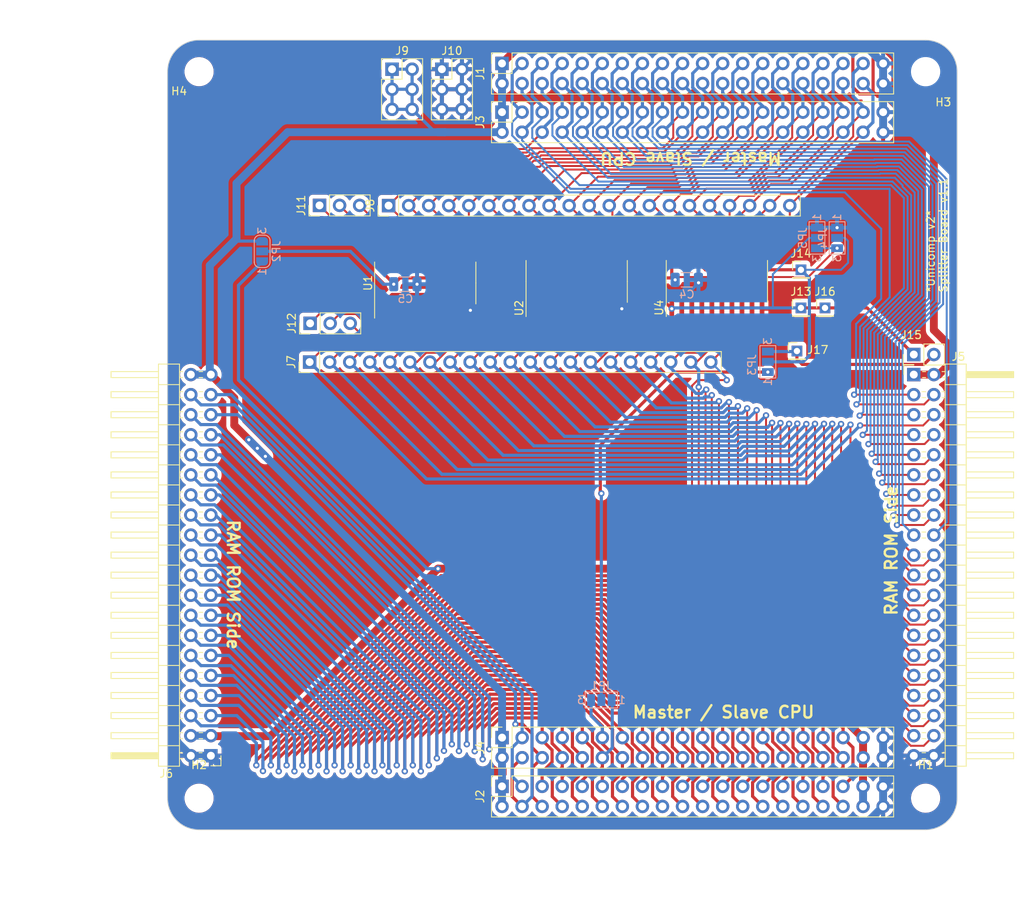
<source format=kicad_pcb>
(kicad_pcb (version 20221018) (generator pcbnew)
  (layers (0 "F.Cu" signal) (31 "B.Cu" signal) (34 "B.Paste" user) (35 "F.Paste" user) (36 "B.SilkS" user "B.Silkscreen") (37 "F.SilkS" user "F.Silkscreen") (38 "B.Mask" user) (39 "F.Mask" user) (44 "Edge.Cuts" user))
  (net 0 "")
  (net 1 "/TX3")
  (net 2 "/~{RST}")
  (net 3 "/RX3")
  (net 4 "/TX_3V")
  (net 5 "/RX_3V")
  (net 6 "GND")
  (net 7 "/D7")
  (net 8 "/D6")
  (net 9 "/D5")
  (net 10 "/D4")
  (net 11 "/D3")
  (net 12 "/D2")
  (net 13 "/D1")
  (net 14 "/D0")
  (net 15 "+5V")
  (net 16 "/A15")
  (net 17 "/A14")
  (net 18 "/A13")
  (net 19 "/A12")
  (net 20 "/A11")
  (net 21 "/A10")
  (net 22 "/A9")
  (net 23 "/A8")
  (net 24 "/A7")
  (net 25 "/A4")
  (net 26 "/A3")
  (net 27 "/A2")
  (net 28 "/A1")
  (net 29 "/A0")
  (net 30 "/PH0")
  (net 31 "/~{PH0}")
  (net 32 "/CLKF")
  (net 33 "/RES0")
  (net 34 "/RES1")
  (net 35 "/TDI")
  (net 36 "/TMS")
  (net 37 "/TCK")
  (net 38 "+3V3")
  (net 39 "/TDO")
  (net 40 "/A16")
  (net 41 "/A17")
  (net 42 "/A18")
  (net 43 "/A19")
  (net 44 "/~{MRD}")
  (net 45 "/~{MWR}")
  (net 46 "/A5")
  (net 47 "/A6")
  (net 48 "/TDRTN")
  (net 49 "/~{IORD}")
  (net 50 "/~{IOWR}")
  (net 51 "/TX2")
  (net 52 "/RX2")
  (net 53 "/CLKS")
  (net 54 "/~{extCS}")
  (net 55 "/MOSI")
  (net 56 "/SCK")
  (net 57 "/A0s")
  (net 58 "/A1s")
  (net 59 "/A2s")
  (net 60 "/A3s")
  (net 61 "/A4s")
  (net 62 "/A5s")
  (net 63 "/A6s")
  (net 64 "/A7s")
  (net 65 "/A8s")
  (net 66 "/A9s")
  (net 67 "/A10s")
  (net 68 "/A11s")
  (net 69 "/A12s")
  (net 70 "/A13s")
  (net 71 "/A14s")
  (net 72 "/A15s")
  (net 73 "/A16s")
  (net 74 "/A17s")
  (net 75 "/A18s")
  (net 76 "/A19s")
  (net 77 "/R{slash}~{W}_s")
  (net 78 "Net-(J11-Pin_1)")
  (net 79 "Net-(J11-Pin_2)")
  (net 80 "Net-(J11-Pin_3)")
  (net 81 "Net-(J12-Pin_1)")
  (net 82 "Net-(J12-Pin_2)")
  (net 83 "Net-(J12-Pin_3)")
  (net 84 "/R{slash}~{W}_e")
  (net 85 "/PHI1_e")
  (net 86 "/PHI2_e")
  (net 87 "/~{BUSFREE}")
  (net 88 "/~{RAMWE13}")
  (net 89 "/~{RAMWE12}")
  (net 90 "/~{RAMWE11}")
  (net 91 "/~{RAMWE10}")
  (net 92 "/~{RAMWE9}")
  (net 93 "/~{RAMWE8}")
  (net 94 "/~{RAMWE7}")
  (net 95 "/~{RAMWE6}")
  (net 96 "/~{RAMWE5}")
  (net 97 "/~{RAMWE4}")
  (net 98 "/~{RAMWE3}")
  (net 99 "/~{RAMWE2}")
  (net 100 "/~{RAMWE1}")
  (net 101 "/~{RAMWE0}")
  (net 102 "/VBuffer")
  (net 103 "Net-(JP1-C)")
  (net 104 "/~{CS_ext}")
  (net 105 "/OUT{slash}~{IN}")
  (footprint "Connector_PinHeader_2.00mm:PinHeader_1x01_P2.00mm_Vertical" (layer "F.Cu") (at 180.213 69.088)
    (fp_text reference "J14")
    (fp_text value "Conn_01x01")
  )
  (footprint "Connector_PinSocket_2.54mm:PinSocket_2x20_P2.54mm_Vertical" (layer "F.Cu") (at 142.36 42.957 90)
    (fp_text reference "J1")
    (fp_text value "BUS-Master")
  )
  (footprint "Connector_PinHeader_2.54mm:PinHeader_2x20_P2.54mm_Horizontal" (layer "F.Cu") (at 105.497 130.62 180)
    (fp_text reference "J6")
    (fp_text value "BUS-Angled")
  )
  (footprint "Connector_PinHeader_2.54mm:PinHeader_1x21_P2.54mm_Vertical" (layer "F.Cu") (at 118 80.772 90)
    (fp_text reference "J7")
    (fp_text value "Conn_01x21" hide)
  )
  (footprint "MountingHole:MountingHole_3.2mm_M3" (layer "F.Cu") (at 196 136)
    (fp_text reference "H1")
    (fp_text value "MountingHole")
  )
  (footprint "Package_SO:SO-20_5.3x12.6mm_P1.27mm" (layer "F.Cu") (at 132.6388 70.7563 90)
    (fp_text reference "U1")
    (fp_text value "SN74LVC245ANSR" hide)
  )
  (footprint "Connector_PinSocket_2.54mm:PinSocket_2x20_P2.54mm_Vertical" (layer "F.Cu") (at 142.36 134.503 90)
    (fp_text reference "J2")
    (fp_text value "BUS-Master")
  )
  (footprint "Connector_PinHeader_2.54mm:PinHeader_2x20_P2.54mm_Horizontal" (layer "F.Cu") (at 194.503 82.36)
    (fp_text reference "J5")
    (fp_text value "BUS-Angled")
  )
  (footprint "Connector_PinHeader_2.00mm:PinHeader_1x01_P2.00mm_Vertical" (layer "F.Cu") (at 179.705 79.375)
    (fp_text reference "J17")
    (fp_text value "Conn_01x01")
  )
  (footprint "Package_SO:SO-20_5.3x12.6mm_P1.27mm" (layer "F.Cu") (at 151.8158 70.5612 90)
    (fp_text reference "U2")
    (fp_text value "SN74LVC245ANSR" hide)
  )
  (footprint "MountingHole:MountingHole_3.2mm_M3" (layer "F.Cu") (at 196 44)
    (fp_text reference "H3")
    (fp_text value "MountingHole")
  )
  (footprint "Connector_PinSocket_2.54mm:PinSocket_2x20_P2.54mm_Vertical" (layer "F.Cu") (at 142.36913 128.328879 90)
    (fp_text reference "J4")
    (fp_text value "BUS-Master-BO")
  )
  (footprint "Package_SO:SO-20_5.3x12.6mm_P1.27mm" (layer "F.Cu") (at 169.5704 70.5531 90)
    (fp_text reference "U4")
    (fp_text value "SN74LVC245ANSR")
  )
  (footprint "Connector_PinHeader_2.54mm:PinHeader_1x03_P2.54mm_Vertical" (layer "F.Cu") (at 119.253 60.9346 90)
    (fp_text reference "J11")
    (fp_text value "Conn_01x03")
  )
  (footprint "Connector_PinHeader_2.54mm:PinHeader_1x21_P2.54mm_Vertical" (layer "F.Cu") (at 128 60.96 90)
    (fp_text reference "J8")
    (fp_text value "Conn_01x21")
  )
  (footprint "Connector_PinHeader_2.54mm:PinHeader_1x03_P2.54mm_Vertical" (layer "F.Cu") (at 118.0592 75.8698 90)
    (fp_text reference "J12")
    (fp_text value "Conn_01x03")
  )
  (footprint "Connector_PinHeader_2.54mm:PinHeader_1x02_P2.54mm_Vertical" (layer "F.Cu") (at 194.505197 79.819841 90)
    (fp_text reference "J15")
    (fp_text value "Conn_01x02")
  )
  (footprint "MountingHole:MountingHole_3.2mm_M3" (layer "F.Cu") (at 104 44)
    (fp_text reference "H4")
    (fp_text value "MountingHole")
  )
  (footprint "MountingHole:MountingHole_3.2mm_M3" (layer "F.Cu") (at 104 136)
    (fp_text reference "H2")
    (fp_text value "MountingHole")
  )
  (footprint "Connector_PinHeader_2.54mm:PinHeader_2x03_P2.54mm_Vertical" (layer "F.Cu") (at 134.747 43.688)
    (fp_text reference "J10")
    (fp_text value "GND")
  )
  (footprint "Connector_PinHeader_2.54mm:PinHeader_2x03_P2.54mm_Vertical" (layer "F.Cu") (at 128.436 43.688)
    (fp_text reference "J9")
    (fp_text value "VCC")
  )
  (footprint "Connector_PinSocket_2.54mm:PinSocket_2x20_P2.54mm_Vertical" (layer "F.Cu") (at 142.360397 49.123807 90)
    (fp_text reference "J3")
    (fp_text value "BUS-Master-BO")
  )
  (footprint "Connector_PinHeader_2.00mm:PinHeader_1x01_P2.00mm_Vertical" (layer "F.Cu") (at 180.213 73.914)
    (fp_text reference "J13")
    (fp_text value "Conn_01x01")
  )
  (footprint "Connector_PinHeader_2.00mm:PinHeader_1x01_P2.00mm_Vertical" (layer "F.Cu") (at 183.261 73.914)
    (fp_text reference "J16")
    (fp_text value "Conn_01x01")
  )
  (footprint "Jumper:SolderJumper-3_P1.3mm_Open_Pad1.0x1.5mm_NumberLabels" (layer "B.Cu") (at 184.791 65.054 -90)
    (fp_text reference "JP4")
    (fp_text value ".")
  )
  (footprint "Jumper:SolderJumper-3_P1.3mm_Open_Pad1.0x1.5mm_NumberLabels" (layer "B.Cu") (at 176.022 80.742 90)
    (fp_text reference "JP3")
    (fp_text value ".")
  )
  (footprint "Capacitor_SMD:C_1206_3216Metric" (layer "B.Cu") (at 130.126 70.9168)
    (fp_text reference "C5")
    (fp_text value "100n")
  )
  (footprint "Jumper:SolderJumper-3_P1.3mm_Open_Pad1.0x1.5mm_NumberLabels" (layer "B.Cu") (at 182.245 65.054 -90)
    (fp_text reference "JP5")
    (fp_text value ".")
  )
  (footprint "Capacitor_SMD:C_1206_3216Metric" (layer "B.Cu") (at 165.7586 70.358)
    (fp_text reference "C4")
    (fp_text value "100n")
  )
  (footprint "Jumper:SolderJumper-3_P1.3mm_Open_RoundedPad1.0x1.5mm_NumberLabels" (layer "B.Cu") (at 111.9886 66.7558 90)
    (fp_text reference "JP2")
    (fp_text value "Vcc")
  )
  (footprint "Jumper:SolderJumper-3_P1.3mm_Open_Pad1.0x1.5mm_NumberLabels" (layer "B.Cu") (at 154.94 123.571 180)
    (fp_text reference "JP1")
    (fp_text value ".")
  )
  (gr_line (start 100 44) (end 100 136) (stroke (width 0.1)) (layer "Edge.Cuts"))
  (gr_arc (start 100 44) (mid 101.171571 41.17157) (end 104 40) (stroke (width 0.1)) (layer "Edge.Cuts"))
  (gr_arc (start 196 40) (mid 198.828425 41.171573) (end 200 44) (stroke (width 0.1)) (layer "Edge.Cuts"))
  (gr_arc (start 200 136) (mid 198.828425 138.828424) (end 196 140) (stroke (width 0.1)) (layer "Edge.Cuts"))
  (gr_line (start 200 136) (end 200 44) (stroke (width 0.1)) (layer "Edge.Cuts"))
  (gr_line (start 196 40) (end 104 40) (stroke (width 0.1)) (layer "Edge.Cuts"))
  (gr_arc (start 104 140) (mid 101.171571 138.828427) (end 100 136) (stroke (width 0.1)) (layer "Edge.Cuts"))
  (gr_line (start 196 140) (end 104 140) (stroke (width 0.1)) (layer "Edge.Cuts"))
  (gr_text "Master / Slave CPU" (at 177.927 54.102 180) (layer "F.SilkS") (effects (font (size 1.5 1.5) (thickness 0.3) bold) (justify left bottom)))
  (gr_text "*Unicomp v2*\nSplitter Board v1.1" (at 197.45 72.06 90) (layer "F.SilkS") (effects (font (size 1 1)) (justify left)))
  (gr_text "RAM ROM Side\n" (at 192.532 113.03 90) (layer "F.SilkS") (effects (font (size 1.5 1.5) (thickness 0.3) bold) (justify left bottom)))
  (gr_text "Master / Slave CPU" (at 158.75 125.984) (layer "F.SilkS") (effects (font (size 1.5 1.5) (thickness 0.3) bold) (justify left bottom)))
  (gr_text "RAM ROM Side\n" (at 107.442 100.584 -90) (layer "F.SilkS") (effects (font (size 1.5 1.5) (thickness 0.3) bold) (justify left bottom)))
  (segment (start 148.69913 129.90313) (end 147.44913 128.65313) (width 0.4) (layer "F.Cu") (net 1))
  (segment (start 147.44913 128.328879) (end 147.44913 126.36713) (width 0.4) (layer "F.Cu") (net 1))
  (segment (start 140.754004 127.164374) (end 140.754004 129.794) (width 0.4) (layer "F.Cu") (net 1))
  (segment (start 146.916 125.834) (end 142.084378 125.834) (width 0.4) (layer "F.Cu") (net 1))
  (segment (start 142.084378 125.834) (end 140.754004 127.164374) (width 0.4) (layer "F.Cu") (net 1))
  (segment (start 147.44 132.685776) (end 148.69913 131.426646) (width 0.4) (layer "F.Cu") (net 1))
  (segment (start 148.69913 131.426646) (end 148.69913 129.90313) (width 0.4) (layer "F.Cu") (net 1))
  (segment (start 147.44913 126.36713) (end 146.916 125.834) (width 0.4) (layer "F.Cu") (net 1))
  (segment (start 147.44 134.503) (end 147.44 132.685776) (width 0.4) (layer "F.Cu") (net 1))
  (via (at 140.754004 129.794) (size 0.8) (drill 0.4) (layers "F.Cu" "B.Cu") (net 1))
  (segment (start 104.207 88.69) (end 106.207056 88.69) (width 0.4) (layer "B.Cu") (net 1))
  (segment (start 140.754 129.793996) (end 140.754004 129.794) (width 0.4) (layer "B.Cu") (net 1))
  (segment (start 140.754 123.236944) (end 140.754 129.793996) (width 0.4) (layer "B.Cu") (net 1))
  (segment (start 106.207056 88.69) (end 140.754 123.236944) (width 0.4) (layer "B.Cu") (net 1))
  (segment (start 102.957 87.44) (end 104.207 88.69) (width 0.4) (layer "B.Cu") (net 1))
  (segment (start 193.919552 52.8566) (end 163.87319 52.8566) (width 0.25) (layer "B.Cu") (net 2))
  (segment (start 198.4654 57.427848) (end 198.4654 57.402448) (width 0.25) (layer "B.Cu") (net 2))
  (segment (start 198.672 101.051) (end 198.672 57.634448) (width 0.25) (layer "B.Cu") (net 2))
  (segment (start 198.4654 57.402448) (end 193.919552 52.8566) (width 0.25) (layer "B.Cu") (net 2))
  (segment (start 163.87319 52.8566) (end 162.680397 51.663807) (width 0.25) (layer "B.Cu") (net 2))
  (segment (start 162.68 45.573295) (end 163.930397 46.823692) (width 0.4) (layer "B.Cu") (net 2))
  (segment (start 198.672 57.634448) (end 198.4654 57.427848) (width 0.25) (layer "B.Cu") (net 2))
  (segment (start 197.043 102.68) (end 198.672 101.051) (width 0.25) (layer "B.Cu") (net 2))
  (segment (start 163.930397 46.823692) (end 163.930397 50.413807) (width 0.4) (layer "B.Cu") (net 2))
  (segment (start 163.930397 50.413807) (end 162.680397 51.663807) (width 0.4) (layer "B.Cu") (net 2))
  (segment (start 146.15913 127.811112) (end 144.982018 126.634) (width 0.4) (layer "F.Cu") (net 3))
  (segment (start 146.19 132.128009) (end 146.19 135.793) (width 0.4) (layer "F.Cu") (net 3))
  (segment (start 147.44913 130.868879) (end 146.15913 129.578879) (width 0.4) (layer "F.Cu") (net 3))
  (segment (start 147.44913 130.868879) (end 146.19 132.128009) (width 0.4) (layer "F.Cu") (net 3))
  (segment (start 144.982018 126.634) (end 144.06 126.634) (width 0.4) (layer "F.Cu") (net 3))
  (segment (start 146.15913 129.578879) (end 146.15913 127.811112) (width 0.4) (layer "F.Cu") (net 3))
  (segment (start 146.19 135.793) (end 147.44 137.043) (width 0.4) (layer "F.Cu") (net 3))
  (via (at 144.06 126.634) (size 0.8) (drill 0.4) (layers "F.Cu" "B.Cu") (net 3))
  (segment (start 105.497 87.44) (end 108.903 87.44) (width 0.4) (layer "B.Cu") (net 3))
  (segment (start 144.06 122.597) (end 144.06 126.634) (width 0.4) (layer "B.Cu") (net 3))
  (segment (start 108.903 87.44) (end 144.06 122.597) (width 0.4) (layer "B.Cu") (net 3))
  (segment (start 148.69913 126.260602) (end 147.672528 125.234) (width 0.4) (layer "F.Cu") (net 4))
  (segment (start 149.98913 130.868879) (end 149.98913 132.07096) (width 0.4) (layer "F.Cu") (net 4))
  (segment (start 149.98913 130.344602) (end 148.69913 129.054602) (width 0.4) (layer "F.Cu") (net 4))
  (segment (start 149.98913 132.07096) (end 148.73 133.33009) (width 0.4) (layer "F.Cu") (net 4))
  (segment (start 141.83585 125.234) (end 139.909815 127.160035) (width 0.4) (layer "F.Cu") (net 4))
  (segment (start 148.73 133.33009) (end 148.73 135.793) (width 0.4) (layer "F.Cu") (net 4))
  (segment (start 139.909815 127.160035) (end 139.909815 131.064) (width 0.4) (layer "F.Cu") (net 4))
  (segment (start 148.73 135.793) (end 149.98 137.043) (width 0.4) (layer "F.Cu") (net 4))
  (segment (start 147.672528 125.234) (end 141.83585 125.234) (width 0.4) (layer "F.Cu") (net 4))
  (segment (start 148.69913 129.054602) (end 148.69913 126.260602) (width 0.4) (layer "F.Cu") (net 4))
  (via (at 139.909815 131.064) (size 0.8) (drill 0.4) (layers "F.Cu" "B.Cu") (net 4))
  (segment (start 106.608528 89.98) (end 139.909815 123.281287) (width 0.4) (layer "B.Cu") (net 4))
  (segment (start 105.497 89.98) (end 106.608528 89.98) (width 0.4) (layer "B.Cu") (net 4))
  (segment (start 139.909815 123.281287) (end 139.909815 131.064) (width 0.4) (layer "B.Cu") (net 4))
  (segment (start 141.338794 124.034) (end 137.904014 127.46878) (width 0.4) (layer "F.Cu") (net 5))
  (segment (start 151.27 135.793) (end 152.52 137.043) (width 0.4) (layer "F.Cu") (net 5))
  (segment (start 151.27 133.985233) (end 151.27 135.793) (width 0.4) (layer "F.Cu") (net 5))
  (segment (start 152.52913 130.868879) (end 152.52913 132.726103) (width 0.4) (layer "F.Cu") (net 5))
  (segment (start 148.672 124.034) (end 141.338794 124.034) (width 0.4) (layer "F.Cu") (net 5))
  (segment (start 151.27913 126.64113) (end 148.672 124.034) (width 0.4) (layer "F.Cu") (net 5))
  (segment (start 151.27913 129.502584) (end 151.27913 126.64113) (width 0.4) (layer "F.Cu") (net 5))
  (segment (start 152.52913 132.726103) (end 151.27 133.985233) (width 0.4) (layer "F.Cu") (net 5))
  (segment (start 137.904014 127.46878) (end 137.904014 129.159) (width 0.4) (layer "F.Cu") (net 5))
  (segment (start 152.52913 130.752584) (end 151.27913 129.502584) (width 0.4) (layer "F.Cu") (net 5))
  (via (at 137.904014 129.159) (size 0.8) (drill 0.4) (layers "F.Cu" "B.Cu") (net 5))
  (segment (start 106.699081 92.52) (end 137.904014 123.724933) (width 0.4) (layer "B.Cu") (net 5))
  (segment (start 105.497 92.52) (end 106.699081 92.52) (width 0.4) (layer "B.Cu") (net 5))
  (segment (start 137.904014 123.724933) (end 137.904014 129.159) (width 0.4) (layer "B.Cu") (net 5))
  (segment (start 162.50047 71.812142) (end 166.1663 71.812142) (width 0.4) (layer "F.Cu") (net 6))
  (segment (start 188.749186 64.742814) (end 182.760222 70.731778) (width 0.4) (layer "F.Cu") (net 6))
  (segment (start 188.749186 63.527186) (end 188.522372 63.754) (width 0.4) (layer "F.Cu") (net 6))
  (segment (start 173.550978 70.731778) (end 167.246664 70.731778) (width 0.4) (layer "F.Cu") (net 6))
  (segment (start 188.749186 63.527186) (end 188.749186 64.742814) (width 0.4) (layer "F.Cu") (net 6))
  (segment (start 166.1663 71.812142) (end 167.246664 70.731778) (width 0.4) (layer "F.Cu") (net 6))
  (segment (start 161.605146 70.916818) (end 162.50047 71.812142) (width 0.4) (layer "F.Cu") (net 6))
  (segment (start 182.760222 70.731778) (end 167.246664 70.731778) (width 0.4) (layer "F.Cu") (net 6))
  (segment (start 190.620397 51.663807) (end 190.620397 61.655974) (width 0.4) (layer "F.Cu") (net 6))
  (segment (start 131.601 70.916818) (end 161.605146 70.916818) (width 0.4) (layer "F.Cu") (net 6))
  (segment (start 175.2854 74.0156) (end 175.2854 72.4662) (width 0.4) (layer "F.Cu") (net 6))
  (segment (start 188.522372 63.754) (end 184.791 63.754) (width 0.4) (layer "F.Cu") (net 6))
  (segment (start 190.620397 61.655974) (end 188.749186 63.527186) (width 0.4) (layer "F.Cu") (net 6))
  (segment (start 175.2854 72.4662) (end 173.550978 70.731778) (width 0.4) (layer "F.Cu") (net 6))
  (via (at 157.5308 74.0237) (size 0.8) (drill 0.4) (layers "F.Cu" "B.Cu") (net 6))
  (via (at 184.791 63.754) (size 0.8) (drill 0.4) (layers "F.Cu" "B.Cu") (net 6))
  (via (at 131.601 70.916818) (size 0.8) (drill 0.4) (layers "F.Cu" "B.Cu") (net 6))
  (via (at 167.246664 70.731778) (size 0.8) (drill 0.4) (layers "F.Cu" "B.Cu") (net 6))
  (via (at 138.3538 74.2188) (size 0.8) (drill 0.4) (layers "F.Cu" "B.Cu") (net 6))
  (segment (start 157.5308 74.0237) (end 159.7995 71.755) (width 0.4) (layer "B.Cu") (net 6))
  (segment (start 166.223442 71.755) (end 167.246664 70.731778) (width 0.4) (layer "B.Cu") (net 6))
  (segment (start 102.957 130.62) (end 100.838 128.501) (width 1) (layer "B.Cu") (net 6))
  (segment (start 105.497 130.643) (end 114.054 139.2) (width 1) (layer "B.Cu") (net 6))
  (segment (start 197.043 130.62) (end 199.497 128.166) (width 1) (layer "B.Cu") (net 6))
  (segment (start 137.287 48.768) (end 137.287 43.688) (width 0.4) (layer "B.Cu") (net 6))
  (segment (start 134.747 48.768) (end 134.747 43.688) (width 0.4) (layer "B.Cu") (net 6))
  (segment (start 137.287 48.768) (end 134.747 48.768) (width 0.4) (layer "B.Cu") (net 6))
  (segment (start 139.954 40.767) (end 188.43 40.767) (width 1) (layer "B.Cu") (net 6))
  (segment (start 100.838 128.501) (end 100.838 53.721) (width 1) (layer "B.Cu") (net 6))
  (segment (start 190.62 45.497) (end 190.62 51.66341) (width 1) (layer "B.Cu") (net 6))
  (segment (start 138.5489 74.0237) (end 138.3538 74.2188) (width 0.4) (layer "B.Cu") (net 6))
  (segment (start 190.62 42.957) (end 190.62 45.497) (width 1) (layer "B.Cu") (net 6))
  (segment (start 199.497 54.374) (end 190.62 45.497) (width 1) (layer "B.Cu") (net 6))
  (segment (start 137.287 43.688) (end 139.954 41.021) (width 0.4) (layer "B.Cu") (net 6))
  (segment (start 188.43 40.767) (end 190.62 42.957) (width 1) (layer "B.Cu") (net 6))
  (segment (start 159.7995 71.755) (end 166.223442 71.755) (width 0.4) (layer "B.Cu") (net 6))
  (segment (start 188.463 139.2) (end 190.62 137.043) (width 1) (layer "B.Cu") (net 6))
  (segment (start 190.62 134.503) (end 194.503 130.62) (width 1) (layer "B.Cu") (net 6))
  (segment (start 139.954 41.021) (end 139.954 40.767) (width 0.4) (layer "B.Cu") (net 6))
  (segment (start 100.838 53.721) (end 113.792 40.767) (width 1) (layer "B.Cu") (net 6))
  (segment (start 137.287 43.688) (end 134.747 43.688) (width 0.4) (layer "B.Cu") (net 6))
  (segment (start 199.497 128.166) (end 199.497 54.374) (width 1) (layer "B.Cu") (net 6))
  (segment (start 125.095 40.767) (end 139.954 40.767) (width 1) (layer "B.Cu") (net 6))
  (segment (start 102.957 130.62) (end 105.497 130.62) (width 1) (layer "B.Cu") (net 6))
  (segment (start 113.792 40.767) (end 125.095 40.767) (width 1) (layer "B.Cu") (net 6))
  (segment (start 190.62 134.503) (end 190.62 128.338009) (width 1) (layer "B.Cu") (net 6))
  (segment (start 194.503 130.62) (end 197.043 130.62) (width 1) (layer "B.Cu") (net 6))
  (segment (start 157.5308 74.0237) (end 138.5489 74.0237) (width 0.4) (layer "B.Cu") (net 6))
  (segment (start 190.62 134.503) (end 190.62 137.043) (width 1) (layer "B.Cu") (net 6))
  (segment (start 114.054 139.2) (end 188.463 139.2) (width 1) (layer "B.Cu") (net 6))
  (segment (start 134.747 46.228) (end 137.287 46.228) (width 0.4) (layer "B.Cu") (net 6))
  (segment (start 184.791 63.754) (end 182.245 63.754) (width 0.25) (layer "B.Cu") (net 6))
  (segment (start 162.680397 47.265164) (end 161.43 46.014767) (width 0.4) (layer "B.Cu") (net 7))
  (segment (start 193.733156 53.3066) (end 198.0154 57.588844) (width 0.25) (layer "B.Cu") (net 7))
  (segment (start 198.222 73.431) (end 193.0908 78.5622) (width 0.25) (layer "B.Cu") (net 7))
  (segment (start 193.0908 78.5622) (end 193.0908 101.2678) (width 0.25) (layer "B.Cu") (net 7))
  (segment (start 162.5266 53.3066) (end 193.733156 53.3066) (width 0.25) (layer "B.Cu") (net 7))
  (segment (start 162.680397 49.123807) (end 162.680397 49.89604) (width 0.25) (layer "B.Cu") (net 7))
  (segment (start 161.43 46.014767) (end 161.43 44.207) (width 0.4) (layer "B.Cu") (net 7))
  (segment (start 198.222 57.820844) (end 198.222 73.431) (width 0.25) (layer "B.Cu") (net 7))
  (segment (start 162.680397 49.123807) (end 162.680397 47.265164) (width 0.4) (layer "B.Cu") (net 7))
  (segment (start 193.0908 101.2678) (end 194.503 102.68) (width 0.25) (layer "B.Cu") (net 7))
  (segment (start 161.43 44.207) (end 162.68 42.957) (width 0.4) (layer "B.Cu") (net 7))
  (segment (start 198.0154 57.588844) (end 198.0154 57.614244) (width 0.25) (layer "B.Cu") (net 7))
  (segment (start 198.0154 57.614244) (end 198.222 57.820844) (width 0.25) (layer "B.Cu") (net 7))
  (segment (start 161.430397 52.210397) (end 162.5266 53.3066) (width 0.25) (layer "B.Cu") (net 7))
  (segment (start 161.430397 51.14604) (end 161.430397 52.210397) (width 0.25) (layer "B.Cu") (net 7))
  (segment (start 162.680397 49.89604) (end 161.430397 51.14604) (width 0.25) (layer "B.Cu") (net 7))
  (segment (start 195.781172 101.401828) (end 192.378296 101.401828) (width 0.25) (layer "F.Cu") (net 8))
  (segment (start 197.043 100.14) (end 195.781172 101.401828) (width 0.25) (layer "F.Cu") (net 8))
  (via (at 192.378296 101.401828) (size 0.8) (drill 0.4) (layers "F.Cu" "B.Cu") (net 8))
  (segment (start 197.772 58.00724) (end 197.772 73.244604) (width 0.25) (layer "B.Cu") (net 8))
  (segment (start 197.772 73.244604) (end 192.6408 78.375804) (width 0.25) (layer "B.Cu") (net 8))
  (segment (start 197.5654 57.77524) (end 197.5654 57.80064) (width 0.25) (layer "B.Cu") (net 8))
  (segment (start 162.23319 53.7566) (end 193.54676 53.7566) (width 0.25) (layer "B.Cu") (net 8))
  (segment (start 192.6408 101.139324) (end 192.378296 101.401828) (width 0.25) (layer "B.Cu") (net 8))
  (segment (start 193.54676 53.7566) (end 197.5654 57.77524) (width 0.25) (layer "B.Cu") (net 8))
  (segment (start 192.6408 78.375804) (end 192.6408 101.139324) (width 0.25) (layer "B.Cu") (net 8))
  (segment (start 161.390397 46.823692) (end 161.390397 50.413807) (width 0.4) (layer "B.Cu") (net 8))
  (segment (start 160.14 45.573295) (end 161.390397 46.823692) (width 0.4) (layer "B.Cu") (net 8))
  (segment (start 160.140397 51.663807) (end 162.23319 53.7566) (width 0.25) (layer "B.Cu") (net 8))
  (segment (start 197.5654 57.80064) (end 197.772 58.00724) (width 0.25) (layer "B.Cu") (net 8))
  (segment (start 161.390397 50.413807) (end 160.140397 51.663807) (width 0.4) (layer "B.Cu") (net 8))
  (segment (start 194.503 100.14) (end 191.9788 100.14) (width 0.25) (layer "F.Cu") (net 9))
  (segment (start 191.9788 100.14) (end 191.9158 100.203) (width 0.25) (layer "F.Cu") (net 9))
  (via (at 191.9158 100.203) (size 0.8) (drill 0.4) (layers "F.Cu" "B.Cu") (net 9))
  (segment (start 158.890397 51.14604) (end 158.890397 52.159597) (width 0.25) (layer "B.Cu") (net 9))
  (segment (start 192.1908 99.928) (end 191.9158 100.203) (width 0.25) (layer "B.Cu") (net 9))
  (segment (start 158.89 46.014767) (end 158.89 44.207) (width 0.4) (layer "B.Cu") (net 9))
  (segment (start 158.890397 52.159597) (end 160.9374 54.2066) (width 0.25) (layer "B.Cu") (net 9))
  (segment (start 192.1908 78.189408) (end 192.1908 99.928) (width 0.25) (layer "B.Cu") (net 9))
  (segment (start 197.322 58.193636) (end 197.322 73.058208) (width 0.25) (layer "B.Cu") (net 9))
  (segment (start 160.9374 54.2066) (end 193.360364 54.2066) (width 0.25) (layer "B.Cu") (net 9))
  (segment (start 160.140397 47.265164) (end 158.89 46.014767) (width 0.4) (layer "B.Cu") (net 9))
  (segment (start 160.140397 49.123807) (end 160.140397 47.265164) (width 0.4) (layer "B.Cu") (net 9))
  (segment (start 197.322 73.058208) (end 192.1908 78.189408) (width 0.25) (layer "B.Cu") (net 9))
  (segment (start 158.89 44.207) (end 160.14 42.957) (width 0.4) (layer "B.Cu") (net 9))
  (segment (start 193.360364 54.2066) (end 197.1154 57.961636) (width 0.25) (layer "B.Cu") (net 9))
  (segment (start 197.1154 57.987036) (end 197.322 58.193636) (width 0.25) (layer "B.Cu") (net 9))
  (segment (start 160.140397 49.123807) (end 160.140397 49.89604) (width 0.25) (layer "B.Cu") (net 9))
  (segment (start 160.140397 49.89604) (end 158.890397 51.14604) (width 0.25) (layer "B.Cu") (net 9))
  (segment (start 197.1154 57.961636) (end 197.1154 57.987036) (width 0.25) (layer "B.Cu") (net 9))
  (segment (start 197.043 97.6) (end 195.6846 98.9584) (width 0.25) (layer "F.Cu") (net 10))
  (segment (start 195.6846 98.9584) (end 191.4658 98.9584) (width 0.25) (layer "F.Cu") (net 10))
  (via (at 191.4658 98.9584) (size 0.8) (drill 0.4) (layers "F.Cu" "B.Cu") (net 10))
  (segment (start 193.173968 54.6566) (end 196.6654 58.148032) (width 0.25) (layer "B.Cu") (net 10))
  (segment (start 160.59319 54.6566) (end 193.173968 54.6566) (width 0.25) (layer "B.Cu") (net 10))
  (segment (start 157.600397 51.663807) (end 160.59319 54.6566) (width 0.25) (layer "B.Cu") (net 10))
  (segment (start 158.850397 46.823692) (end 158.850397 50.413807) (width 0.4) (layer "B.Cu") (net 10))
  (segment (start 196.872 58.380032) (end 196.872 72.871812) (width 0.25) (layer "B.Cu") (net 10))
  (segment (start 158.850397 50.413807) (end 157.600397 51.663807) (width 0.4) (layer "B.Cu") (net 10))
  (segment (start 196.6654 58.148032) (end 196.6654 58.173432) (width 0.25) (layer "B.Cu") (net 10))
  (segment (start 191.7408 98.6834) (end 191.4658 98.9584) (width 0.25) (layer "B.Cu") (net 10))
  (segment (start 157.6 45.573295) (end 158.850397 46.823692) (width 0.4) (layer "B.Cu") (net 10))
  (segment (start 196.6654 58.173432) (end 196.872 58.380032) (width 0.25) (layer "B.Cu") (net 10))
  (segment (start 191.7408 78.003012) (end 191.7408 98.6834) (width 0.25) (layer "B.Cu") (net 10))
  (segment (start 196.872 72.871812) (end 191.7408 78.003012) (width 0.25) (layer "B.Cu") (net 10))
  (segment (start 191.156 97.6) (end 191.0158 97.4598) (width 0.25) (layer "F.Cu") (net 11))
  (segment (start 194.503 97.6) (end 191.156 97.6) (width 0.25) (layer "F.Cu") (net 11))
  (via (at 191.0158 97.4598) (size 0.8) (drill 0.4) (layers "F.Cu" "B.Cu") (net 11))
  (segment (start 196.2154 58.334428) (end 196.2154 58.359828) (width 0.25) (layer "B.Cu") (net 11))
  (segment (start 156.425397 51.041803) (end 156.425397 52.150508) (width 0.25) (layer "B.Cu") (net 11))
  (segment (start 157.600397 49.123807) (end 157.600397 47.265164) (width 0.4) (layer "B.Cu") (net 11))
  (segment (start 189.457436 55.1574) (end 189.508236 55.1066) (width 0.25) (layer "B.Cu") (net 11))
  (segment (start 189.508236 55.1066) (end 192.987572 55.1066) (width 0.25) (layer "B.Cu") (net 11))
  (segment (start 159.432289 55.1574) (end 189.457436 55.1574) (width 0.25) (layer "B.Cu") (net 11))
  (segment (start 157.600397 49.866803) (end 156.425397 51.041803) (width 0.25) (layer "B.Cu") (net 11))
  (segment (start 156.425397 52.150508) (end 159.432289 55.1574) (width 0.25) (layer "B.Cu") (net 11))
  (segment (start 191.2908 77.816616) (end 191.2908 97.1848) (width 0.25) (layer "B.Cu") (net 11))
  (segment (start 157.600397 47.265164) (end 156.31 45.974767) (width 0.4) (layer "B.Cu") (net 11))
  (segment (start 196.2154 58.359828) (end 196.4186 58.563028) (width 0.25) (layer "B.Cu") (net 11))
  (segment (start 157.600397 49.123807) (end 157.600397 49.866803) (width 0.25) (layer "B.Cu") (net 11))
  (segment (start 192.987572 55.1066) (end 196.2154 58.334428) (width 0.25) (layer "B.Cu") (net 11))
  (segment (start 191.2908 97.1848) (end 191.0158 97.4598) (width 0.25) (layer "B.Cu") (net 11))
  (segment (start 196.4186 58.563028) (end 196.4186 72.688816) (width 0.25) (layer "B.Cu") (net 11))
  (segment (start 156.31 45.974767) (end 156.31 44.247) (width 0.4) (layer "B.Cu") (net 11))
  (segment (start 196.4186 72.688816) (end 191.2908 77.816616) (width 0.25) (layer "B.Cu") (net 11))
  (segment (start 156.31 44.247) (end 157.6 42.957) (width 0.4) (layer "B.Cu") (net 11))
  (segment (start 190.6976 96.235) (end 195.868 96.235) (width 0.25) (layer "F.Cu") (net 12))
  (segment (start 190.5 96.0374) (end 190.6976 96.235) (width 0.25) (layer "F.Cu") (net 12))
  (segment (start 195.868 96.235) (end 197.043 95.06) (width 0.25) (layer "F.Cu") (net 12))
  (via (at 190.5 96.0374) (size 0.8) (drill 0.4) (layers "F.Cu" "B.Cu") (net 12))
  (segment (start 189.694632 55.5566) (end 192.801176 55.5566) (width 0.25) (layer "B.Cu") (net 12))
  (segment (start 195.9686 58.749424) (end 195.9686 72.50242) (width 0.25) (layer "B.Cu") (net 12))
  (segment (start 155.060397 51.663807) (end 159.00399 55.6074) (width 0.25) (layer "B.Cu") (net 12))
  (segment (start 156.310397 46.823692) (end 156.310397 50.413807) (width 0.4) (layer "B.Cu") (net 12))
  (segment (start 195.9686 72.50242) (end 190.8408 77.63022) (width 0.25) (layer "B.Cu") (net 12))
  (segment (start 195.7654 58.520824) (end 195.7654 58.546224) (width 0.25) (layer "B.Cu") (net 12))
  (segment (start 195.7654 58.546224) (end 195.9686 58.749424) (width 0.25) (layer "B.Cu") (net 12))
  (segment (start 190.8408 95.6966) (end 190.5 96.0374) (width 0.25) (layer "B.Cu") (net 12))
  (segment (start 192.801176 55.5566) (end 195.7654 58.520824) (width 0.25) (layer "B.Cu") (net 12))
  (segment (start 189.643832 55.6074) (end 189.694632 55.5566) (width 0.25) (layer "B.Cu") (net 12))
  (segment (start 155.06 45.573295) (end 156.310397 46.823692) (width 0.4) (layer "B.Cu") (net 12))
  (segment (start 156.310397 50.413807) (end 155.060397 51.663807) (width 0.4) (layer "B.Cu") (net 12))
  (segment (start 190.8408 77.63022) (end 190.8408 95.6966) (width 0.25) (layer "B.Cu") (net 12))
  (segment (start 159.00399 55.6074) (end 189.643832 55.6074) (width 0.25) (layer "B.Cu") (net 12))
  (segment (start 194.503 95.06) (end 190.2814 95.06) (width 0.25) (layer "F.Cu") (net 13))
  (segment (start 190.2814 95.06) (end 190.1158 94.8944) (width 0.25) (layer "F.Cu") (net 13))
  (via (at 190.1158 94.8944) (size 0.8) (drill 0.4) (layers "F.Cu" "B.Cu") (net 13))
  (segment (start 195.3154 58.70722) (end 195.3154 58.73262) (width 0.25) (layer "B.Cu") (net 13))
  (segment (start 157.792289 56.0574) (end 189.830228 56.0574) (width 0.25) (layer "B.Cu") (net 13))
  (segment (start 190.3908 94.6194) (end 190.1158 94.8944) (width 0.25) (layer "B.Cu") (net 13))
  (segment (start 153.81 46.014767) (end 153.81 44.207) (width 0.4) (layer "B.Cu") (net 13))
  (segment (start 153.885397 52.150508) (end 157.792289 56.0574) (width 0.25) (layer "B.Cu") (net 13))
  (segment (start 195.5186 72.316024) (end 190.3908 77.443824) (width 0.25) (layer "B.Cu") (net 13))
  (segment (start 190.3908 77.443824) (end 190.3908 94.6194) (width 0.25) (layer "B.Cu") (net 13))
  (segment (start 195.3154 58.73262) (end 195.5186 58.93582) (width 0.25) (layer "B.Cu") (net 13))
  (segment (start 155.060397 47.265164) (end 153.81 46.014767) (width 0.4) (layer "B.Cu") (net 13))
  (segment (start 153.885397 51.041269) (end 153.885397 52.150508) (width 0.25) (layer "B.Cu") (net 13))
  (segment (start 195.5186 58.93582) (end 195.5186 72.316024) (width 0.25) (layer "B.Cu") (net 13))
  (segment (start 189.830228 56.0574) (end 189.881028 56.0066) (width 0.25) (layer "B.Cu") (net 13))
  (segment (start 189.881028 56.0066) (end 192.61478 56.0066) (width 0.25) (layer "B.Cu") (net 13))
  (segment (start 155.060397 49.123807) (end 155.060397 47.265164) (width 0.4) (layer "B.Cu") (net 13))
  (segment (start 155.060397 49.123807) (end 155.060397 49.866269) (width 0.25) (layer "B.Cu") (net 13))
  (segment (start 153.81 44.207) (end 155.06 42.957) (width 0.4) (layer "B.Cu") (net 13))
  (segment (start 192.61478 56.0066) (end 195.3154 58.70722) (width 0.25) (layer "B.Cu") (net 13))
  (segment (start 155.060397 49.866269) (end 153.885397 51.041269) (width 0.25) (layer "B.Cu") (net 13))
  (segment (start 189.965 93.695) (end 189.6658 93.3958) (width 0.25) (layer "F.Cu") (net 14))
  (segment (start 195.868 93.695) (end 189.965 93.695) (width 0.25) (layer "F.Cu") (net 14))
  (segment (start 197.043 92.52) (end 195.868 93.695) (width 0.25) (layer "F.Cu") (net 14))
  (via (at 189.6658 93.3958) (size 0.8) (drill 0.4) (layers "F.Cu" "B.Cu") (net 14))
  (segment (start 189.9408 93.1208) (end 189.6658 93.3958) (width 0.25) (layer "B.Cu") (net 14))
  (segment (start 194.8654 58.893616) (end 194.8654 58.919016) (width 0.25) (layer "B.Cu") (net 14))
  (segment (start 192.540984 56.5692) (end 194.8654 58.893616) (width 0.25) (layer "B.Cu") (net 14))
  (segment (start 194.8654 58.919016) (end 195.0686 59.122216) (width 0.25) (layer "B.Cu") (net 14))
  (segment (start 192.405776 56.4566) (end 192.518376 56.5692) (width 0.25) (layer "B.Cu") (net 14))
  (segment (start 157.36399 56.5074) (end 190.016624 56.5074) (width 0.25) (layer "B.Cu") (net 14))
  (segment (start 195.0686 59.122216) (end 195.0686 72.129628) (width 0.25) (layer "B.Cu") (net 14))
  (segment (start 190.067424 56.4566) (end 192.405776 56.4566) (width 0.25) (layer "B.Cu") (net 14))
  (segment (start 195.0686 72.129628) (end 189.9408 77.257428) (width 0.25) (layer "B.Cu") (net 14))
  (segment (start 152.52 45.573295) (end 153.770397 46.823692) (width 0.4) (layer "B.Cu") (net 14))
  (segment (start 189.9408 77.257428) (end 189.9408 93.1208) (width 0.25) (layer "B.Cu") (net 14))
  (segment (start 153.770397 46.823692) (end 153.770397 50.413807) (width 0.4) (layer "B.Cu") (net 14))
  (segment (start 192.518376 56.5692) (end 192.540984 56.5692) (width 0.25) (layer "B.Cu") (net 14))
  (segment (start 190.016624 56.5074) (end 190.067424 56.4566) (width 0.25) (layer "B.Cu") (net 14))
  (segment (start 152.520397 51.663807) (end 157.36399 56.5074) (width 0.25) (layer "B.Cu") (net 14))
  (segment (start 153.770397 50.413807) (end 152.520397 51.663807) (width 0.4) (layer "B.Cu") (net 14))
  (segment (start 186.79 41.121) (end 186.79 45.974767) (width 0.4) (layer "F.Cu") (net 15))
  (segment (start 191.87 46.382) (end 191.135 47.117) (width 0.4) (layer "F.Cu") (net 15))
  (segment (start 191.389 47.371) (end 191.389 47.765883) (width 0.4) (layer "F.Cu") (net 15))
  (segment (start 197.043 76.708) (end 197.043 53.025) (width 1) (layer "F.Cu") (net 15))
  (segment (start 191.389 47.765883) (end 191.135 47.511883) (width 0.4) (layer "F.Cu") (net 15))
  (segment (start 108.45801 88.77301) (end 108.45801 85.32101) (width 1) (layer "F.Cu") (net 15))
  (segment (start 187.628617 46.813384) (end 190.831384 46.813384) (width 0.4) (layer "F.Cu") (net 15))
  (segment (start 186.69 41.021) (end 188.468 41.021) (width 1) (layer "F.Cu") (net 15))
  (segment (start 111.379 91.694) (end 112.395 92.71) (width 1) (layer "F.Cu") (net 15))
  (segment (start 189.914616 47.117) (end 191.135 47.117) (width 0.4) (layer "F.Cu") (net 15))
  (segment (start 198.882 78.547) (end 197.043 76.708) (width 1) (layer "F.Cu") (net 15))
  (segment (start 190.831384 46.813384) (end 191.389 47.371) (width 0.4) (layer "F.Cu") (net 15))
  (segment (start 197.043 82.36) (end 197.675 82.36) (width 1) (layer "F.Cu") (net 15))
  (segment (start 190.451767 41.021) (end 191.87 42.439233) (width 0.4) (layer "F.Cu") (net 15))
  (segment (start 189.35 46.552384) (end 189.914616 47.117) (width 0.4) (layer "F.Cu") (net 15))
  (segment (start 186.69 41.021) (end 186.79 41.121) (width 0.4) (layer "F.Cu") (net 15))
  (segment (start 191.135 47.511883) (end 191.135 47.117) (width 0.4) (layer "F.Cu") (net 15))
  (segment (start 105.497 82.36) (end 108.45801 85.32101) (width 1) (layer "F.Cu") (net 15))
  (segment (start 110.2995 90.6145) (end 111.379 91.694) (width 1) (layer "F.Cu") (net 15))
  (segment (start 110.2995 90.6145) (end 108.45801 88.77301) (width 1) (layer "F.Cu") (net 15))
  (segment (start 189.35 41.903) (end 189.35 46.552384) (width 0.4) (layer "F.Cu") (net 15))
  (segment (start 144.296 41.021) (end 186.69 41.021) (width 1) (layer "F.Cu") (net 15))
  (segment (start 142.36 42.957) (end 144.296 41.021) (width 1) (layer "F.Cu") (net 15))
  (segment (start 191.87 42.439233) (end 191.87 46.382) (width 0.4) (layer "F.Cu") (net 15))
  (segment (start 198.882 81.153) (end 198.882 78.547) (width 1) (layer "F.Cu") (net 15))
  (segment (start 188.468 41.021) (end 189.35 41.903) (width 0.4) (layer "F.Cu") (net 15))
  (segment (start 188.468 41.021) (end 190.451767 41.021) (width 0.4) (layer "F.Cu") (net 15))
  (segment (start 197.043 82.36) (end 194.503 82.36) (width 1) (layer "F.Cu") (net 15))
  (segment (start 186.79 45.974767) (end 187.628617 46.813384) (width 0.4) (layer "F.Cu") (net 15))
  (segment (start 197.043 53.025) (end 191.135 47.117) (width 1) (layer "F.Cu") (net 15))
  (segment (start 197.675 82.36) (end 198.882 81.153) (width 1) (layer "F.Cu") (net 15))
  (via (at 112.395 92.71) (size 0.8) (drill 0.4) (layers "F.Cu" "B.Cu") (net 15))
  (via (at 111.379 91.694) (size 0.8) (drill 0.4) (layers "F.Cu" "B.Cu") (net 15))
  (via (at 110.2995 90.6145) (size 0.8) (drill 0.4) (layers "F.Cu" "B.Cu") (net 15))
  (segment (start 108.741154 58.136846) (end 108.741154 65.151) (width 1) (layer "B.Cu") (net 15))
  (segment (start 142.36 134.503) (end 142.36 128.338009) (width 1) (layer "B.Cu") (net 15))
  (segment (start 134.196193 51.663807) (end 133.871807 51.663807) (width 0.4) (layer "B.Cu") (net 15))
  (segment (start 111.379 91.694) (end 110.2995 90.6145) (width 1) (layer "B.Cu") (net 15))
  (segment (start 133.871807 51.663807) (end 130.976 48.768) (width 0.4) (layer "B.Cu") (net 15))
  (segment (start 128.436 46.228) (end 130.976 46.228) (width 0.4) (layer "B.Cu") (net 15))
  (segment (start 105.3592 68.532954) (end 105.3592 82.2222) (width 1) (layer "B.Cu") (net 15))
  (segment (start 109.045954 65.4558) (end 108.741154 65.151) (width 0.4) (layer "B.Cu") (net 15))
  (segment (start 112.395 92.71) (end 111.379 91.694) (width 1) (layer "B.Cu") (net 15))
  (segment (start 108.741154 65.151) (end 105.3592 68.532954) (width 1) (layer "B.Cu") (net 15))
  (segment (start 111.9886 65.4558) (end 109.045954 65.4558) (width 0.4) (layer "B.Cu") (net 15))
  (segment (start 128.436 48.768) (end 128.436 43.688) (width 0.4) (layer "B.Cu") (net 15))
  (segment (start 142.36913 122.68413) (end 112.395 92.71) (width 1) (layer "B.Cu") (net 15))
  (segment (start 142.36 42.957) (end 142.36 51.66341) (width 1) (layer "B.Cu") (net 15))
  (segment (start 105.3592 82.2222) (end 105.497 82.36) (width 1) (layer "B.Cu") (net 15))
  (segment (start 135.128 51.663807) (end 115.214193 51.663807) (width 1) (layer "B.Cu") (net 15))
  (segment (start 130.976 43.688) (end 128.436 43.688) (width 0.4) (layer "B.Cu") (net 15))
  (segment (start 102.957 82.36) (end 105.497 82.36) (width 1) (layer "B.Cu") (net 15))
  (segment (start 115.214193 51.663807) (end 108.741154 58.136846) (width 1) (layer "B.Cu") (net 15))
  (segment (start 130.976 48.768) (end 128.436 48.768) (width 0.4) (layer "B.Cu") (net 15))
  (segment (start 135.128 51.663807) (end 142.360397 51.663807) (width 1) (layer "B.Cu") (net 15))
  (segment (start 130.976 48.768) (end 130.976 43.688) (width 0.4) (layer "B.Cu") (net 15))
  (segment (start 142.36913 128.328879) (end 142.36913 122.68413) (width 1) (layer "B.Cu") (net 15))
  (segment (start 134.196193 51.663807) (end 135.128 51.663807) (width 1) (layer "B.Cu") (net 15))
  (segment (start 142.36 134.503) (end 142.36 137.043) (width 1) (layer "B.Cu") (net 15))
  (segment (start 170.338 59.262) (end 168.64 60.96) (width 0.25) (layer "F.Cu") (net 16))
  (segment (start 175.998188 57.3558) (end 174.091988 59.262) (width 0.25) (layer "F.Cu") (net 16))
  (segment (start 174.091988 59.262) (end 170.338 59.262) (width 0.25) (layer "F.Cu") (net 16))
  (segment (start 170.2054 62.5254) (end 168.64 60.96) (width 0.25) (layer "F.Cu") (net 16))
  (segment (start 170.2054 67.0906) (end 170.2054 62.5254) (width 0.25) (layer "F.Cu") (net 16))
  (segment (start 183.000397 51.663807) (end 177.308404 57.3558) (width 0.25) (layer "F.Cu") (net 16))
  (segment (start 177.308404 57.3558) (end 175.998188 57.3558) (width 0.25) (layer "F.Cu") (net 16))
  (segment (start 184.250397 50.413807) (end 183.000397 51.663807) (width 0.4) (layer "B.Cu") (net 16))
  (segment (start 183 46.699081) (end 184.250397 47.949478) (width 0.4) (layer "B.Cu") (net 16))
  (segment (start 183 45.497) (end 183 46.699081) (width 0.4) (layer "B.Cu") (net 16))
  (segment (start 184.250397 47.949478) (end 184.250397 50.413807) (width 0.4) (layer "B.Cu") (net 16))
  (segment (start 175.811792 56.9058) (end 173.905592 58.812) (width 0.25) (layer "F.Cu") (net 17))
  (segment (start 168.9354 63.7954) (end 166.1 60.96) (width 0.25) (layer "F.Cu") (net 17))
  (segment (start 173.905592 58.812) (end 168.248 58.812) (width 0.25) (layer "F.Cu") (net 17))
  (segment (start 183.000397 49.123807) (end 181.750397 50.373807) (width 0.25) (layer "F.Cu") (net 17))
  (segment (start 181.750397 50.373807) (end 181.750397 52.035508) (width 0.25) (layer "F.Cu") (net 17))
  (segment (start 176.880105 56.9058) (end 175.811792 56.9058) (width 0.25) (layer "F.Cu") (net 17))
  (segment (start 168.9354 67.0906) (end 168.9354 63.7954) (width 0.25) (layer "F.Cu") (net 17))
  (segment (start 181.750397 52.035508) (end 176.880105 56.9058) (width 0.25) (layer "F.Cu") (net 17))
  (segment (start 168.248 58.812) (end 166.1 60.96) (width 0.25) (layer "F.Cu") (net 17))
  (segment (start 181.75 46.622) (end 183.000397 47.872397) (width 0.4) (layer "B.Cu") (net 17))
  (segment (start 183 42.957) (end 181.75 44.207) (width 0.4) (layer "B.Cu") (net 17))
  (segment (start 183.000397 47.872397) (end 183.000397 49.123807) (width 0.4) (layer "B.Cu") (net 17))
  (segment (start 181.75 44.207) (end 181.75 46.622) (width 0.4) (layer "B.Cu") (net 17))
  (segment (start 167.426164 58.362) (end 166.242564 59.5456) (width 0.25) (layer "F.Cu") (net 18))
  (segment (start 164.9744 59.5456) (end 163.56 60.96) (width 0.25) (layer "F.Cu") (net 18))
  (segment (start 175.598796 56.4824) (end 173.719196 58.362) (width 0.25) (layer "F.Cu") (net 18))
  (segment (start 167.6654 65.0654) (end 163.56 60.96) (width 0.25) (layer "F.Cu") (net 18))
  (segment (start 173.719196 58.362) (end 167.426164 58.362) (width 0.25) (layer "F.Cu") (net 18))
  (segment (start 175.641804 56.4824) (end 175.598796 56.4824) (width 0.25) (layer "F.Cu") (net 18))
  (segment (start 167.6654 67.0906) (end 167.6654 65.0654) (width 0.25) (layer "F.Cu") (net 18))
  (segment (start 166.242564 59.5456) (end 164.9744 59.5456) (width 0.25) (layer "F.Cu") (net 18))
  (segment (start 180.460397 51.663807) (end 175.641804 56.4824) (width 0.25) (layer "F.Cu") (net 18))
  (segment (start 181.710397 50.413807) (end 180.460397 51.663807) (width 0.4) (layer "B.Cu") (net 18))
  (segment (start 181.710397 47.430925) (end 181.710397 50.413807) (width 0.4) (layer "B.Cu") (net 18))
  (segment (start 180.46 45.497) (end 180.46 46.180528) (width 0.4) (layer "B.Cu") (net 18))
  (segment (start 180.46 46.180528) (end 181.710397 47.430925) (width 0.4) (layer "B.Cu") (net 18))
  (segment (start 166.3954 67.0906) (end 166.3954 65.830938) (width 0.25) (layer "F.Cu") (net 19))
  (segment (start 179.1081 50.476104) (end 179.1081 52.3367) (width 0.25) (layer "F.Cu") (net 19))
  (segment (start 166.056168 59.0956) (end 162.8844 59.0956) (width 0.25) (layer "F.Cu") (net 19))
  (segment (start 166.3954 65.830938) (end 161.524462 60.96) (width 0.25) (layer "F.Cu") (net 19))
  (segment (start 162.8844 59.0956) (end 161.02 60.96) (width 0.25) (layer "F.Cu") (net 19))
  (segment (start 161.524462 60.96) (end 161.392996 60.96) (width 0.25) (layer "F.Cu") (net 19))
  (segment (start 173.5328 57.912) (end 167.239768 57.912) (width 0.25) (layer "F.Cu") (net 19))
  (segment (start 180.460397 49.123807) (end 179.1081 50.476104) (width 0.25) (layer "F.Cu") (net 19))
  (segment (start 179.1081 52.3367) (end 173.5328 57.912) (width 0.25) (layer "F.Cu") (net 19))
  (segment (start 167.239768 57.912) (end 166.056168 59.0956) (width 0.25) (layer "F.Cu") (net 19))
  (segment (start 179.21 44.207) (end 180.46 42.957) (width 0.4) (layer "B.Cu") (net 19))
  (segment (start 179.21 46.014767) (end 179.21 44.207) (width 0.4) (layer "B.Cu") (net 19))
  (segment (start 180.460397 47.265164) (end 179.21 46.014767) (width 0.4) (layer "B.Cu") (net 19))
  (segment (start 180.460397 49.123807) (end 180.460397 47.265164) (width 0.4) (layer "B.Cu") (net 19))
  (segment (start 165.04495 58.3624) (end 164.76175 58.6456) (width 0.25) (layer "F.Cu") (net 20))
  (segment (start 159.5374 65.0921) (end 157.5308 67.0987) (width 0.25) (layer "F.Cu") (net 20))
  (segment (start 160.7944 58.6456) (end 158.48 60.96) (width 0.25) (layer "F.Cu") (net 20))
  (segment (start 164.76175 58.6456) (end 160.7944 58.6456) (width 0.25) (layer "F.Cu") (net 20))
  (segment (start 159.5374 62.0174) (end 159.5374 65.0921) (width 0.25) (layer "F.Cu") (net 20))
  (segment (start 167.060572 57.4548) (end 166.152972 58.3624) (width 0.25) (layer "F.Cu") (net 20))
  (segment (start 158.48 60.96) (end 159.5374 62.0174) (width 0.25) (layer "F.Cu") (net 20))
  (segment (start 177.920397 51.663807) (end 172.129404 57.4548) (width 0.25) (layer "F.Cu") (net 20))
  (segment (start 166.152972 58.3624) (end 165.04495 58.3624) (width 0.25) (layer "F.Cu") (net 20))
  (segment (start 172.129404 57.4548) (end 167.060572 57.4548) (width 0.25) (layer "F.Cu") (net 20))
  (segment (start 177.92 45.573295) (end 179.170397 46.823692) (width 0.4) (layer "B.Cu") (net 20))
  (segment (start 179.170397 46.823692) (end 179.170397 50.413807) (width 0.4) (layer "B.Cu") (net 20))
  (segment (start 179.170397 50.413807) (end 177.920397 51.663807) (width 0.4) (layer "B.Cu") (net 20))
  (segment (start 177.920397 49.123807) (end 176.630397 50.413807) (width 0.25) (layer "F.Cu") (net 21))
  (segment (start 171.835971 56.976) (end 166.902976 56.976) (width 0.25) (layer "F.Cu") (net 21))
  (segment (start 176.630397 50.413807) (end 176.630397 52.181574) (width 0.25) (layer "F.Cu") (net 21))
  (segment (start 165.966576 57.9124) (end 164.858554 57.9124) (width 0.25) (layer "F.Cu") (net 21))
  (segment (start 158.7044 58.1956) (end 155.94 60.96) (width 0.25) (layer "F.Cu") (net 21))
  (segment (start 176.630397 52.181574) (end 171.835971 56.976) (width 0.25) (layer "F.Cu") (net 21))
  (segment (start 166.902976 56.976) (end 165.966576 57.9124) (width 0.25) (layer "F.Cu") (net 21))
  (segment (start 164.575354 58.1956) (end 158.7044 58.1956) (width 0.25) (layer "F.Cu") (net 21))
  (segment (start 164.858554 57.9124) (end 164.575354 58.1956) (width 0.25) (layer "F.Cu") (net 21))
  (segment (start 156.337 67.0225) (end 156.337 61.357) (width 0.25) (layer "F.Cu") (net 21))
  (segment (start 176.63 44.247) (end 177.92 42.957) (width 0.4) (layer "B.Cu") (net 21))
  (segment (start 176.63 45.974767) (end 176.63 44.247) (width 0.4) (layer "B.Cu") (net 21))
  (segment (start 177.920397 49.123807) (end 177.920397 47.265164) (width 0.4) (layer "B.Cu") (net 21))
  (segment (start 177.920397 47.265164) (end 176.63 45.974767) (width 0.4) (layer "B.Cu") (net 21))
  (segment (start 166.71658 56.526) (end 165.78018 57.4624) (width 0.25) (layer "F.Cu") (net 22))
  (segment (start 154.94 62.5) (end 154.94 67.0479) (width 0.25) (layer "F.Cu") (net 22))
  (segment (start 165.78018 57.4624) (end 164.672158 57.4624) (width 0.25) (layer "F.Cu") (net 22))
  (segment (start 156.6144 57.7456) (end 153.4 60.96) (width 0.25) (layer "F.Cu") (net 22))
  (segment (start 153.4 60.96) (end 154.94 62.5) (width 0.25) (layer "F.Cu") (net 22))
  (segment (start 175.380397 51.663807) (end 170.518204 56.526) (width 0.25) (layer "F.Cu") (net 22))
  (segment (start 170.518204 56.526) (end 166.71658 56.526) (width 0.25) (layer "F.Cu") (net 22))
  (segment (start 164.388958 57.7456) (end 156.6144 57.7456) (width 0.25) (layer "F.Cu") (net 22))
  (segment (start 164.672158 57.4624) (end 164.388958 57.7456) (width 0.25) (layer "F.Cu") (net 22))
  (segment (start 176.630397 50.413807) (end 175.380397 51.663807) (width 0.4) (layer "B.Cu") (net 22))
  (segment (start 176.630397 47.949478) (end 176.630397 50.413807) (width 0.4) (layer "B.Cu") (net 22))
  (segment (start 175.38 45.497) (end 175.38 46.699081) (width 0.4) (layer "B.Cu") (net 22))
  (segment (start 175.38 46.699081) (end 176.630397 47.949478) (width 0.4) (layer "B.Cu") (net 22))
  (segment (start 166.530184 56.076) (end 165.593784 57.0124) (width 0.25) (layer "F.Cu") (net 23))
  (segment (start 174.090397 52.181574) (end 170.195971 56.076) (width 0.25) (layer "F.Cu") (net 23))
  (segment (start 170.195971 56.076) (end 166.530184 56.076) (width 0.25) (layer "F.Cu") (net 23))
  (segment (start 164.485762 57.0124) (end 164.202562 57.2956) (width 0.25) (layer "F.Cu") (net 23))
  (segment (start 174.090397 50.413807) (end 174.090397 52.181574) (width 0.25) (layer "F.Cu") (net 23))
  (segment (start 153.8224 63.9224) (end 150.86 60.96) (width 0.25) (layer "F.Cu") (net 23))
  (segment (start 154.5244 57.2956) (end 150.86 60.96) (width 0.25) (layer "F.Cu") (net 23))
  (segment (start 165.593784 57.0124) (end 164.485762 57.0124) (width 0.25) (layer "F.Cu") (net 23))
  (segment (start 164.202562 57.2956) (end 154.5244 57.2956) (width 0.25) (layer "F.Cu") (net 23))
  (segment (start 175.380397 49.123807) (end 174.090397 50.413807) (width 0.25) (layer "F.Cu") (net 23))
  (segment (start 153.8224 66.9971) (end 153.8224 63.9224) (width 0.25) (layer "F.Cu") (net 23))
  (segment (start 174.13 47.13) (end 175.380397 48.380397) (width 0.4) (layer "B.Cu") (net 23))
  (segment (start 174.13 44.207) (end 174.13 47.13) (width 0.4) (layer "B.Cu") (net 23))
  (segment (start 175.38 42.957) (end 174.13 44.207) (width 0.4) (layer "B.Cu") (net 23))
  (segment (start 175.380397 48.380397) (end 175.380397 49.123807) (width 0.4) (layer "B.Cu") (net 23))
  (segment (start 148.464396 60.96) (end 152.4508 64.946404) (width 0.25) (layer "F.Cu") (net 24))
  (segment (start 164.299366 56.5624) (end 164.016166 56.8456) (width 0.25) (layer "F.Cu") (net 24))
  (segment (start 152.4508 64.946404) (end 152.4508 67.0987) (width 0.25) (layer "F.Cu") (net 24))
  (segment (start 164.016166 56.8456) (end 152.4344 56.8456) (width 0.25) (layer "F.Cu") (net 24))
  (segment (start 152.4344 56.8456) (end 148.32 60.96) (width 0.25) (layer "F.Cu") (net 24))
  (segment (start 172.840397 51.663807) (end 168.878204 55.626) (width 0.25) (layer "F.Cu") (net 24))
  (segment (start 168.878204 55.626) (end 166.343788 55.626) (width 0.25) (layer "F.Cu") (net 24))
  (segment (start 166.343788 55.626) (end 165.407388 56.5624) (width 0.25) (layer "F.Cu") (net 24))
  (segment (start 165.407388 56.5624) (end 164.299366 56.5624) (width 0.25) (layer "F.Cu") (net 24))
  (segment (start 174.090397 50.413807) (end 172.840397 51.663807) (width 0.4) (layer "B.Cu") (net 24))
  (segment (start 172.84 46.699081) (end 174.090397 47.949478) (width 0.4) (layer "B.Cu") (net 24))
  (segment (start 174.090397 47.949478) (end 174.090397 50.413807) (width 0.4) (layer "B.Cu") (net 24))
  (segment (start 172.84 45.497) (end 172.84 46.699081) (width 0.4) (layer "B.Cu") (net 24))
  (segment (start 143.225 63.485) (end 140.7 60.96) (width 0.25) (layer "F.Cu") (net 25))
  (segment (start 147.690446 55.4956) (end 147.138846 56.0472) (width 0.25) (layer "F.Cu") (net 25))
  (segment (start 164.8482 55.2124) (end 163.740178 55.2124) (width 0.25) (layer "F.Cu") (net 25))
  (segment (start 170.300397 49.123807) (end 169.050397 50.373807) (width 0.25) (layer "F.Cu") (net 25))
  (segment (start 146.142462 63.485) (end 143.225 63.485) (width 0.25) (layer "F.Cu") (net 25))
  (segment (start 148.6408 67.0987) (end 148.6408 65.983338) (width 0.25) (layer "F.Cu") (net 25))
  (segment (start 163.456978 55.4956) (end 147.690446 55.4956) (width 0.25) (layer "F.Cu") (net 25))
  (segment (start 165.788 54.2726) (end 164.8482 55.2124) (width 0.25) (layer "F.Cu") (net 25))
  (segment (start 167.0122 54.2726) (end 165.788 54.2726) (width 0.25) (layer "F.Cu") (net 25))
  (segment (start 163.740178 55.2124) (end 163.456978 55.4956) (width 0.25) (layer "F.Cu") (net 25))
  (segment (start 148.6408 65.983338) (end 146.142462 63.485) (width 0.25) (layer "F.Cu") (net 25))
  (segment (start 169.050397 52.234403) (end 167.0122 54.2726) (width 0.25) (layer "F.Cu") (net 25))
  (segment (start 147.138846 56.0472) (end 145.6128 56.0472) (width 0.25) (layer "F.Cu") (net 25))
  (segment (start 145.6128 56.0472) (end 140.7 60.96) (width 0.25) (layer "F.Cu") (net 25))
  (segment (start 169.050397 50.373807) (end 169.050397 52.234403) (width 0.25) (layer "F.Cu") (net 25))
  (segment (start 169.05 46.671329) (end 170.300397 47.921726) (width 0.4) (layer "B.Cu") (net 25))
  (segment (start 170.300397 47.921726) (end 170.300397 49.123807) (width 0.4) (layer "B.Cu") (net 25))
  (segment (start 169.05 44.207) (end 169.05 46.671329) (width 0.4) (layer "B.Cu") (net 25))
  (segment (start 170.3 42.957) (end 169.05 44.207) (width 0.4) (layer "B.Cu") (net 25))
  (segment (start 146.383988 55.2658) (end 146.052588 55.5972) (width 0.25) (layer "F.Cu") (net 26))
  (segment (start 164.661804 54.7624) (end 163.553782 54.7624) (width 0.25) (layer "F.Cu") (net 26))
  (segment (start 147.28385 55.2658) (end 146.383988 55.2658) (width 0.25) (layer "F.Cu") (net 26))
  (segment (start 143.5228 55.5972) (end 138.16 60.96) (width 0.25) (layer "F.Cu") (net 26))
  (segment (start 163.553782 54.7624) (end 163.270582 55.0456) (width 0.25) (layer "F.Cu") (net 26))
  (segment (start 147.50405 55.0456) (end 147.28385 55.2658) (width 0.25) (layer "F.Cu") (net 26))
  (segment (start 138.16 60.96) (end 138.16 67.1) (width 0.25) (layer "F.Cu") (net 26))
  (segment (start 146.052588 55.5972) (end 143.5228 55.5972) (width 0.25) (layer "F.Cu") (net 26))
  (segment (start 163.270582 55.0456) (end 147.50405 55.0456) (width 0.25) (layer "F.Cu") (net 26))
  (segment (start 167.760397 51.663807) (end 164.661804 54.7624) (width 0.25) (layer "F.Cu") (net 26))
  (segment (start 138.16 67.1) (end 138.3538 67.2938) (width 0.25) (layer "F.Cu") (net 26))
  (segment (start 169.010397 50.413807) (end 167.760397 51.663807) (width 0.4) (layer "B.Cu") (net 26))
  (segment (start 167.76 45.497) (end 167.76 46.229857) (width 0.4) (layer "B.Cu") (net 26))
  (segment (start 169.010397 47.480254) (end 169.010397 50.413807) (width 0.4) (layer "B.Cu") (net 26))
  (segment (start 167.76 46.229857) (end 169.010397 47.480254) (width 0.4) (layer "B.Cu") (net 26))
  (segment (start 145.866192 55.1472) (end 141.4328 55.1472) (width 0.25) (layer "F.Cu") (net 27))
  (segment (start 146.197592 54.8158) (end 145.866192 55.1472) (width 0.25) (layer "F.Cu") (net 27))
  (segment (start 166.470397 50.413807) (end 166.470397 52.181574) (width 0.25) (layer "F.Cu") (net 27))
  (segment (start 167.760397 49.123807) (end 166.470397 50.413807) (width 0.25) (layer "F.Cu") (net 27))
  (segment (start 135.62 60.96) (end 137.0838 62.4238) (width 0.25) (layer "F.Cu") (net 27))
  (segment (start 166.470397 52.181574) (end 164.346771 54.3052) (width 0.25) (layer "F.Cu") (net 27))
  (segment (start 163.084186 54.5956) (end 147.317654 54.5956) (width 0.25) (layer "F.Cu") (net 27))
  (segment (start 137.0838 62.4238) (end 137.0838 67.2938) (width 0.25) (layer "F.Cu") (net 27))
  (segment (start 164.346771 54.3052) (end 163.374586 54.3052) (width 0.25) (layer "F.Cu") (net 27))
  (segment (start 147.097454 54.8158) (end 146.197592 54.8158) (width 0.25) (layer "F.Cu") (net 27))
  (segment (start 141.4328 55.1472) (end 135.62 60.96) (width 0.25) (layer "F.Cu") (net 27))
  (segment (start 147.317654 54.5956) (end 147.097454 54.8158) (width 0.25) (layer "F.Cu") (net 27))
  (segment (start 163.374586 54.3052) (end 163.084186 54.5956) (width 0.25) (layer "F.Cu") (net 27))
  (segment (start 167.760397 47.265164) (end 166.51 46.014767) (width 0.4) (layer "B.Cu") (net 27))
  (segment (start 167.760397 49.123807) (end 167.760397 47.265164) (width 0.4) (layer "B.Cu") (net 27))
  (segment (start 166.51 44.207) (end 167.76 42.957) (width 0.4) (layer "B.Cu") (net 27))
  (segment (start 166.51 46.014767) (end 166.51 44.207) (width 0.4) (layer "B.Cu") (net 27))
  (segment (start 165.220397 51.822993) (end 162.89779 54.1456) (width 0.25) (layer "F.Cu") (net 28))
  (segment (start 139.3428 54.6972) (end 133.08 60.96) (width 0.25) (layer "F.Cu") (net 28))
  (segment (start 146.911058 54.3658) (end 146.011196 54.3658) (width 0.25) (layer "F.Cu") (net 28))
  (segment (start 135.8138 63.6938) (end 135.8138 67.2938) (width 0.25) (layer "F.Cu") (net 28))
  (segment (start 145.679796 54.6972) (end 139.3428 54.6972) (width 0.25) (layer "F.Cu") (net 28))
  (segment (start 133.08 60.96) (end 135.8138 63.6938) (width 0.25) (layer "F.Cu") (net 28))
  (segment (start 147.131258 54.1456) (end 146.911058 54.3658) (width 0.25) (layer "F.Cu") (net 28))
  (segment (start 162.89779 54.1456) (end 147.131258 54.1456) (width 0.25) (layer "F.Cu") (net 28))
  (segment (start 146.011196 54.3658) (end 145.679796 54.6972) (width 0.25) (layer "F.Cu") (net 28))
  (segment (start 166.470397 46.823692) (end 165.22 45.573295) (width 0.4) (layer "B.Cu") (net 28))
  (segment (start 165.220397 51.663807) (end 166.470397 50.413807) (width 0.4) (layer "B.Cu") (net 28))
  (segment (start 166.470397 50.413807) (end 166.470397 46.823692) (width 0.4) (layer "B.Cu") (net 28))
  (segment (start 134.5438 64.9638) (end 134.5438 67.2938) (width 0.25) (layer "F.Cu") (net 29))
  (segment (start 146.045 53.6956) (end 145.4934 54.2472) (width 0.25) (layer "F.Cu") (net 29))
  (segment (start 145.4934 54.2472) (end 137.2528 54.2472) (width 0.25) (layer "F.Cu") (net 29))
  (segment (start 164.045397 50.298807) (end 164.045397 52.361597) (width 0.25) (layer "F.Cu") (net 29))
  (segment (start 130.54 60.96) (end 134.5438 64.9638) (width 0.25) (layer "F.Cu") (net 29))
  (segment (start 164.045397 52.361597) (end 162.711394 53.6956) (width 0.25) (layer "F.Cu") (net 29))
  (segment (start 165.220397 49.123807) (end 164.045397 50.298807) (width 0.25) (layer "F.Cu") (net 29))
  (segment (start 162.711394 53.6956) (end 146.045 53.6956) (width 0.25) (layer "F.Cu") (net 29))
  (segment (start 137.2528 54.2472) (end 130.54 60.96) (width 0.25) (layer "F.Cu") (net 29))
  (segment (start 163.97 44.207) (end 165.22 42.957) (width 0.4) (layer "B.Cu") (net 29))
  (segment (start 165.220397 47.265164) (end 163.97 46.014767) (width 0.4) (layer "B.Cu") (net 29))
  (segment (start 165.220397 49.123807) (end 165.220397 47.265164) (width 0.4) (layer "B.Cu") (net 29))
  (segment (start 163.97 46.014767) (end 163.97 44.207) (width 0.4) (layer "B.Cu") (net 29))
  (segment (start 150.428 122.234) (end 140.59321 122.234) (width 0.4) (layer "F.Cu") (net 30))
  (segment (start 155.06913 126.87513) (end 150.428 122.234) (width 0.4) (layer "F.Cu") (net 30))
  (segment (start 155.06913 129.101112) (end 156.31913 130.351112) (width 0.4) (layer "F.Cu") (net 30))
  (segment (start 156.31913 132.041789) (end 155.06 133.300919) (width 0.4) (layer "F.Cu") (net 30))
  (segment (start 155.06913 128.328879) (end 155.06913 126.87513) (width 0.4) (layer "F.Cu") (net 30))
  (segment (start 155.06 133.300919) (end 155.06 134.503) (width 0.4) (layer "F.Cu") (net 30))
  (segment (start 140.59321 122.234) (end 135.009821 127.817389) (width 0.4) (layer "F.Cu") (net 30))
  (segment (start 155.06913 128.328879) (end 155.06913 129.101112) (width 0.4) (layer "F.Cu") (net 30))
  (segment (start 156.31913 130.351112) (end 156.31913 132.041789) (width 0.4) (layer "F.Cu") (net 30))
  (segment (start 135.009821 127.817389) (end 135.009821 129.995116) (width 0.4) (layer "F.Cu") (net 30))
  (via (at 135.009821 129.995116) (size 0.8) (drill 0.4) (layers "F.Cu" "B.Cu") (net 30))
  (segment (start 155.06913 127.00213) (end 153.64 125.573) (width 0.4) (layer "B.Cu") (net 30))
  (segment (start 102.957 95.06) (end 104.247 96.35) (width 0.4) (layer "B.Cu") (net 30))
  (segment (start 106.175056 96.35) (end 135.009821 125.184765) (width 0.4) (layer "B.Cu") (net 30))
  (segment (start 104.247 96.35) (end 106.175056 96.35) (width 0.4) (layer "B.Cu") (net 30))
  (segment (start 153.64 125.573) (end 153.64 123.571) (width 0.4) (layer "B.Cu") (net 30))
  (segment (start 135.009821 125.184765) (end 135.009821 129.995116) (width 0.4) (layer "B.Cu") (net 30))
  (segment (start 155.06913 128.328879) (end 155.06913 127.00213) (width 0.4) (layer "B.Cu") (net 30))
  (segment (start 149.169056 122.834) (end 140.841738 122.834) (width 0.4) (layer "F.Cu") (net 31))
  (segment (start 155.06913 130.096646) (end 153.81913 128.846646) (width 0.4) (layer "F.Cu") (net 31))
  (segment (start 153.81 133.33009) (end 153.81 135.793) (width 0.4) (layer "F.Cu") (net 31))
  (segment (start 155.06913 130.868879) (end 155.06913 130.096646) (width 0.4) (layer "F.Cu") (net 31))
  (segment (start 155.06913 132.07096) (end 153.81 133.33009) (width 0.4) (layer "F.Cu") (net 31))
  (segment (start 155.06913 130.868879) (end 155.06913 132.07096) (width 0.4) (layer "F.Cu") (net 31))
  (segment (start 136.008438 127.6673) (end 136.008438 129.159) (width 0.4) (layer "F.Cu") (net 31))
  (segment (start 140.841738 122.834) (end 136.008438 127.6673) (width 0.4) (layer "F.Cu") (net 31))
  (segment (start 153.81913 128.846646) (end 153.81913 127.484074) (width 0.4) (layer "F.Cu") (net 31))
  (segment (start 153.81913 127.484074) (end 149.169056 122.834) (width 0.4) (layer "F.Cu") (net 31))
  (segment (start 153.81 135.793) (end 155.06 137.043) (width 0.4) (layer "F.Cu") (net 31))
  (via (at 136.008438 129.159) (size 0.8) (drill 0.4) (layers "F.Cu" "B.Cu") (net 31))
  (segment (start 136.008438 125.334854) (end 136.008438 129.159) (width 0.4) (layer "B.Cu") (net 31))
  (segment (start 156.31913 129.618879) (end 155.06913 130.868879) (width 0.4) (layer "B.Cu") (net 31))
  (segment (start 156.31913 123.65013) (end 156.31913 129.618879) (width 0.4) (layer "B.Cu") (net 31))
  (segment (start 105.733584 95.06) (end 136.008438 125.334854) (width 0.4) (layer "B.Cu") (net 31))
  (segment (start 156.35913 127.316602) (end 150.676528 121.634) (width 0.4) (layer "F.Cu") (net 32))
  (segment (start 157.60913 130.868879) (end 157.60913 132.71287) (width 0.4) (layer "F.Cu") (net 32))
  (segment (start 156.35913 129.542584) (end 156.35913 127.316602) (width 0.4) (layer "F.Cu") (net 32))
  (segment (start 150.676528 121.634) (end 140.344682 121.634) (width 0.4) (layer "F.Cu") (net 32))
  (segment (start 140.344682 121.634) (end 134.11201 127.866672) (width 0.4) (layer "F.Cu") (net 32))
  (segment (start 156.35 135.793) (end 157.6 137.043) (width 0.4) (layer "F.Cu") (net 32))
  (segment (start 157.60913 130.792584) (end 156.35913 129.542584) (width 0.4) (layer "F.Cu") (net 32))
  (segment (start 134.11201 127.866672) (end 134.11201 130.93701) (width 0.4) (layer "F.Cu") (net 32))
  (segment (start 156.35 133.972) (end 156.35 135.793) (width 0.4) (layer "F.Cu") (net 32))
  (segment (start 157.60913 132.71287) (end 156.35 133.972) (width 0.4) (layer "F.Cu") (net 32))
  (via (at 134.11201 130.93701) (size 0.8) (drill 0.4) (layers "F.Cu" "B.Cu") (net 32))
  (segment (start 134.11201 125.135482) (end 134.11201 130.93701) (width 0.4) (layer "B.Cu") (net 32))
  (segment (start 105.497 97.6) (end 106.576528 97.6) (width 0.4) (layer "B.Cu") (net 32))
  (segment (start 106.576528 97.6) (end 134.11201 125.135482) (width 0.4) (layer "B.Cu") (net 32))
  (segment (start 149.98913 126.199658) (end 148.423472 124.634) (width 0.4) (layer "F.Cu") (net 33))
  (segment (start 149.98 133.300919) (end 149.98 134.503) (width 0.4) (layer "F.Cu") (net 33))
  (segment (start 149.98913 128.328879) (end 149.98913 129.061112) (width 0.4) (layer "F.Cu") (net 33))
  (segment (start 149.98913 129.061112) (end 151.27913 130.351112) (width 0.4) (layer "F.Cu") (net 33))
  (segment (start 151.27913 132.001789) (end 149.98 133.300919) (width 0.4) (layer "F.Cu") (net 33))
  (segment (start 141.587322 124.634) (end 138.9 127.321322) (width 0.4) (layer "F.Cu") (net 33))
  (segment (start 148.423472 124.634) (end 141.587322 124.634) (width 0.4) (layer "F.Cu") (net 33))
  (segment (start 151.27913 130.351112) (end 151.27913 132.001789) (width 0.4) (layer "F.Cu") (net 33))
  (segment (start 138.9 127.321322) (end 138.9 130.048) (width 0.4) (layer "F.Cu") (net 33))
  (segment (start 149.98913 128.328879) (end 149.98913 126.199658) (width 0.4) (layer "F.Cu") (net 33))
  (via (at 138.9 130.048) (size 0.8) (drill 0.4) (layers "F.Cu" "B.Cu") (net 33))
  (segment (start 104.247 91.27) (end 107.05 91.27) (width 0.4) (layer "B.Cu") (net 33))
  (segment (start 102.957 89.98) (end 104.247 91.27) (width 0.4) (layer "B.Cu") (net 33))
  (segment (start 138.9 123.12) (end 138.9 130.048) (width 0.4) (layer "B.Cu") (net 33))
  (segment (start 107.05 91.27) (end 138.9 123.12) (width 0.4) (layer "B.Cu") (net 33))
  (segment (start 152.52913 128.328879) (end 152.52913 127.042602) (width 0.4) (layer "F.Cu") (net 34))
  (segment (start 136.909168 127.615098) (end 136.909168 130.022431) (width 0.4) (layer "F.Cu") (net 34))
  (segment (start 152.52 133.738) (end 152.52 134.503) (width 0.4) (layer "F.Cu") (net 34))
  (segment (start 153.77913 132.47887) (end 152.52 133.738) (width 0.4) (layer "F.Cu") (net 34))
  (segment (start 153.77913 129.655174) (end 153.77913 132.47887) (width 0.4) (layer "F.Cu") (net 34))
  (segment (start 152.52913 128.405174) (end 153.77913 129.655174) (width 0.4) (layer "F.Cu") (net 34))
  (segment (start 148.920528 123.434) (end 141.090266 123.434) (width 0.4) (layer "F.Cu") (net 34))
  (segment (start 141.090266 123.434) (end 136.909168 127.615098) (width 0.4) (layer "F.Cu") (net 34))
  (segment (start 152.52913 127.042602) (end 148.920528 123.434) (width 0.4) (layer "F.Cu") (net 34))
  (via (at 136.909168 130.022431) (size 0.8) (drill 0.4) (layers "F.Cu" "B.Cu") (net 34))
  (segment (start 104.207 93.77) (end 106.21 93.77) (width 0.4) (layer "B.Cu") (net 34))
  (segment (start 136.909168 124.469168) (end 136.909168 130.022431) (width 0.4) (layer "B.Cu") (net 34))
  (segment (start 102.957 92.52) (end 104.207 93.77) (width 0.4) (layer "B.Cu") (net 34))
  (segment (start 106.21 93.77) (end 136.909168 124.469168) (width 0.4) (layer "B.Cu") (net 34))
  (segment (start 185.54913 132.07096) (end 185.54913 130.868879) (width 0.4) (layer "F.Cu") (net 35))
  (segment (start 170.69068 113.122) (end 161.041472 113.122) (width 0.4) (layer "F.Cu") (net 35))
  (segment (start 184.29 135.793) (end 184.29 133.33009) (width 0.4) (layer "F.Cu") (net 35))
  (segment (start 112.088198 131.222868) (end 112.088198 132.555915) (width 0.4) (layer "F.Cu") (net 35))
  (segment (start 161.041472 113.122) (end 156.353472 108.434) (width 0.4) (layer "F.Cu") (net 35))
  (segment (start 184.29 126.72132) (end 170.69068 113.122) (width 0.4) (layer "F.Cu") (net 35))
  (segment (start 185.54 137.043) (end 184.29 135.793) (width 0.4) (layer "F.Cu") (net 35))
  (segment (start 185.54913 130.792584) (end 184.29 129.533454) (width 0.4) (layer "F.Cu") (net 35))
  (segment (start 184.29 129.533454) (end 184.29 126.72132) (width 0.4) (layer "F.Cu") (net 35))
  (segment (start 134.877066 108.434) (end 112.088198 131.222868) (width 0.4) (layer "F.Cu") (net 35))
  (segment (start 184.29 133.33009) (end 185.54913 132.07096) (width 0.4) (layer "F.Cu") (net 35))
  (segment (start 156.353472 108.434) (end 134.877066 108.434) (width 0.4) (layer "F.Cu") (net 35))
  (via (at 112.088198 132.555915) (size 0.8) (drill 0.4) (layers "F.Cu" "B.Cu") (net 35))
  (segment (start 108.776 125.54) (end 112.088198 128.852198) (width 0.4) (layer "B.Cu") (net 35))
  (segment (start 112.088198 128.852198) (end 112.088198 132.555915) (width 0.4) (layer "B.Cu") (net 35))
  (segment (start 105.497 125.54) (end 108.776 125.54) (width 0.4) (layer "B.Cu") (net 35))
  (segment (start 183.00913 128.328879) (end 183.00913 126.288978) (width 0.4) (layer "F.Cu") (net 36))
  (segment (start 113.087686 131.071908) (end 113.087686 131.826) (width 0.4) (layer "F.Cu") (net 36))
  (segment (start 184.25913 130.351112) (end 184.25913 132.041789) (width 0.4) (layer "F.Cu") (net 36))
  (segment (start 160.792944 113.722) (end 156.104944 109.034) (width 0.4) (layer "F.Cu") (net 36))
  (segment (start 156.104944 109.034) (end 135.125594 109.034) (width 0.4) (layer "F.Cu") (net 36))
  (segment (start 170.442152 113.722) (end 160.792944 113.722) (width 0.4) (layer "F.Cu") (net 36))
  (segment (start 184.25913 132.041789) (end 183 133.300919) (width 0.4) (layer "F.Cu") (net 36))
  (segment (start 183 133.300919) (end 183 134.503) (width 0.4) (layer "F.Cu") (net 36))
  (segment (start 183.00913 126.288978) (end 170.442152 113.722) (width 0.4) (layer "F.Cu") (net 36))
  (segment (start 183.00913 129.101112) (end 184.25913 130.351112) (width 0.4) (layer "F.Cu") (net 36))
  (segment (start 183.00913 128.328879) (end 183.00913 129.101112) (width 0.4) (layer "F.Cu") (net 36))
  (segment (start 135.125594 109.034) (end 113.087686 131.071908) (width 0.4) (layer "F.Cu") (net 36))
  (via (at 113.087686 131.826) (size 0.8) (drill 0.4) (layers "F.Cu" "B.Cu") (net 36))
  (segment (start 102.957 123) (end 104.207 124.25) (width 0.4) (layer "B.Cu") (net 36))
  (segment (start 113.087686 128.327686) (end 113.087686 131.826) (width 0.4) (layer "B.Cu") (net 36))
  (segment (start 104.207 124.25) (end 109.01 124.25) (width 0.4) (layer "B.Cu") (net 36))
  (segment (start 109.01 124.25) (end 113.087686 128.327686) (width 0.4) (layer "B.Cu") (net 36))
  (segment (start 186.79913 129.578879) (end 185.54913 128.328879) (width 0.4) (layer "F.Cu") (net 37))
  (segment (start 161.29 112.522) (end 156.602 107.834) (width 0.4) (layer "F.Cu") (net 37))
  (segment (start 156.602 107.834) (end 134.628538 107.834) (width 0.4) (layer "F.Cu") (net 37))
  (segment (start 185.54913 128.328879) (end 185.54913 127.131922) (width 0.4) (layer "F.Cu") (net 37))
  (segment (start 185.54 134.503) (end 186.79913 133.24387) (width 0.4) (layer "F.Cu") (net 37))
  (segment (start 170.939208 112.522) (end 161.29 112.522) (width 0.4) (layer "F.Cu") (net 37))
  (segment (start 134.628538 107.834) (end 111.252 131.210538) (width 0.4) (layer "F.Cu") (net 37))
  (segment (start 185.54913 127.131922) (end 170.939208 112.522) (width 0.4) (layer "F.Cu") (net 37))
  (segment (start 111.252 131.210538) (end 111.252 131.826) (width 0.4) (layer "F.Cu") (net 37))
  (segment (start 186.79913 133.24387) (end 186.79913 129.578879) (width 0.4) (layer "F.Cu") (net 37))
  (via (at 111.252 131.826) (size 0.8) (drill 0.4) (layers "F.Cu" "B.Cu") (net 37))
  (segment (start 102.957 125.54) (end 104.247 126.83) (width 0.4) (layer "B.Cu") (net 37))
  (segment (start 111.252 129.029208) (end 111.252 131.826) (width 0.4) (layer "B.Cu") (net 37))
  (segment (start 109.052792 126.83) (end 111.252 129.029208) (width 0.4) (layer "B.Cu") (net 37))
  (segment (start 104.247 126.83) (end 109.052792 126.83) (width 0.4) (layer "B.Cu") (net 37))
  (segment (start 188.08 128.39) (end 171.196 111.506) (width 1) (layer "F.Cu") (net 38))
  (segment (start 162.052 111.506) (end 157.48 106.934) (width 1) (layer "F.Cu") (net 38))
  (segment (start 134.255746 106.934) (end 113.046746 128.143) (width 1) (layer "F.Cu") (net 38))
  (segment (start 157.48 106.934) (end 134.255746 106.934) (width 1) (layer "F.Cu") (net 38))
  (segment (start 188.08 134.503) (end 188.08 128.39) (width 1) (layer "F.Cu") (net 38))
  (segment (start 171.196 111.506) (end 162.052 111.506) (width 1) (layer "F.Cu") (net 38))
  (segment (start 113.046746 128.143) (end 105.56 128.143) (width 1) (layer "F.Cu") (net 38))
  (via (at 134.255746 106.934) (size 0.8) (drill 0.4) (layers "F.Cu" "B.Cu") (net 38))
  (segment (start 108.9914 83.0434) (end 132.882 106.934) (width 0.4) (layer "B.Cu") (net 38))
  (segment (start 108.9914 71.053) (end 108.9914 83.0434) (width 0.4) (layer "B.Cu") (net 38))
  (segment (start 132.882 106.934) (end 134.255746 106.934) (width 0.4) (layer "B.Cu") (net 38))
  (segment (start 102.957 128.08) (end 105.497 128.08) (width 1) (layer "B.Cu") (net 38))
  (segment (start 111.9886 68.0558) (end 108.9914 71.053) (width 0.4) (layer "B.Cu") (net 38))
  (segment (start 188.08 134.503) (end 188.08 137.043) (width 1) (layer "B.Cu") (net 38))
  (segment (start 183 137.043) (end 181.75 135.793) (width 0.4) (layer "F.Cu") (net 39))
  (segment (start 181.75 129.533454) (end 181.75 125.878376) (width 0.4) (layer "F.Cu") (net 39))
  (segment (start 160.544416 114.322) (end 155.856416 109.634) (width 0.4) (layer "F.Cu") (net 39))
  (segment (start 181.75 125.878376) (end 170.193624 114.322) (width 0.4) (layer "F.Cu") (net 39))
  (segment (start 181.75 135.793) (end 181.75 133.33009) (width 0.4) (layer "F.Cu") (net 39))
  (segment (start 155.856416 109.634) (end 135.374122 109.634) (width 0.4) (layer "F.Cu") (net 39))
  (segment (start 181.75 133.33009) (end 183.00913 132.07096) (width 0.4) (layer "F.Cu") (net 39))
  (segment (start 183.00913 132.07096) (end 183.00913 130.868879) (width 0.4) (layer "F.Cu") (net 39))
  (segment (start 114.084 130.924122) (end 114.084 132.588) (width 0.4) (layer "F.Cu") (net 39))
  (segment (start 170.193624 114.322) (end 160.544416 114.322) (width 0.4) (layer "F.Cu") (net 39))
  (segment (start 135.374122 109.634) (end 114.084 130.924122) (width 0.4) (layer "F.Cu") (net 39))
  (segment (start 183.00913 130.792584) (end 181.75 129.533454) (width 0.4) (layer "F.Cu") (net 39))
  (via (at 114.084 132.588) (size 0.8) (drill 0.4) (layers "F.Cu" "B.Cu") (net 39))
  (segment (start 114.084 128.054) (end 114.084 132.588) (width 0.4) (layer "B.Cu") (net 39))
  (segment (start 105.497 123) (end 109.03 123) (width 0.4) (layer "B.Cu") (net 39))
  (segment (start 109.03 123) (end 114.084 128.054) (width 0.4) (layer "B.Cu") (net 39))
  (segment (start 171.18 66.7952) (end 171.18 60.96) (width 0.25) (layer "F.Cu") (net 40))
  (segment (start 185.540397 49.123807) (end 184.250397 50.413807) (width 0.25) (layer "F.Cu") (net 40))
  (segment (start 184.250397 52.181574) (end 178.626171 57.8058) (width 0.25) (layer "F.Cu") (net 40))
  (segment (start 172.428 59.712) (end 171.18 60.96) (width 0.25) (layer "F.Cu") (net 40))
  (segment (start 176.184584 57.8058) (end 174.278384 59.712) (width 0.25) (layer "F.Cu") (net 40))
  (segment (start 184.250397 50.413807) (end 184.250397 52.181574) (width 0.25) (layer "F.Cu") (net 40))
  (segment (start 171.4754 67.0906) (end 171.18 66.7952) (width 0.25) (layer "F.Cu") (net 40))
  (segment (start 174.278384 59.712) (end 172.428 59.712) (width 0.25) (layer "F.Cu") (net 40))
  (segment (start 178.626171 57.8058) (end 176.184584 57.8058) (width 0.25) (layer "F.Cu") (net 40))
  (segment (start 185.54 42.957) (end 184.29 44.207) (width 0.4) (layer "B.Cu") (net 40))
  (segment (start 184.29 44.207) (end 184.29 47.13) (width 0.4) (layer "B.Cu") (net 40))
  (segment (start 184.29 47.13) (end 185.540397 48.380397) (width 0.4) (layer "B.Cu") (net 40))
  (segment (start 185.540397 48.380397) (end 185.540397 49.123807) (width 0.4) (layer "B.Cu") (net 40))
  (segment (start 176.4242 58.2558) (end 173.72 60.96) (width 0.25) (layer "F.Cu") (net 41))
  (segment (start 173.72 60.96) (end 172.7454 61.9346) (width 0.25) (layer "F.Cu") (net 41))
  (segment (start 185.540397 51.663807) (end 178.948404 58.2558) (width 0.25) (layer "F.Cu") (net 41))
  (segment (start 172.7454 61.9346) (end 172.7454 67.0906) (width 0.25) (layer "F.Cu") (net 41))
  (segment (start 178.948404 58.2558) (end 176.4242 58.2558) (width 0.25) (layer "F.Cu") (net 41))
  (segment (start 186.790397 50.413807) (end 185.540397 51.663807) (width 0.4) (layer "B.Cu") (net 41))
  (segment (start 185.54 45.497) (end 185.54 46.699081) (width 0.4) (layer "B.Cu") (net 41))
  (segment (start 186.790397 47.949478) (end 186.790397 50.413807) (width 0.4) (layer "B.Cu") (net 41))
  (segment (start 185.54 46.699081) (end 186.790397 47.949478) (width 0.4) (layer "B.Cu") (net 41))
  (segment (start 176.26 60.96) (end 174.0154 63.2046) (width 0.25) (layer "F.Cu") (net 42))
  (segment (start 186.830397 52.209003) (end 179.5018 59.5376) (width 0.25) (layer "F.Cu") (net 42))
  (segment (start 188.080397 49.123807) (end 186.830397 50.373807) (width 0.25) (layer "F.Cu") (net 42))
  (segment (start 174.0154 63.2046) (end 174.0154 67.0906) (width 0.25) (layer "F.Cu") (net 42))
  (segment (start 186.830397 50.373807) (end 186.830397 52.209003) (width 0.25) (layer "F.Cu") (net 42))
  (segment (start 179.5018 59.5376) (end 177.6824 59.5376) (width 0.25) (layer "F.Cu") (net 42))
  (segment (start 177.6824 59.5376) (end 176.26 60.96) (width 0.25) (layer "F.Cu") (net 42))
  (segment (start 188.08 42.957) (end 186.83 44.207) (width 0.4) (layer "B.Cu") (net 42))
  (segment (start 186.83 44.207) (end 186.83 47.13) (width 0.4) (layer "B.Cu") (net 42))
  (segment (start 188.080397 48.380397) (end 188.080397 49.123807) (width 0.4) (layer "B.Cu") (net 42))
  (segment (start 186.83 47.13) (end 188.080397 48.380397) (width 0.4) (layer "B.Cu") (net 42))
  (segment (start 178.8 60.96) (end 178.8 63.576) (width 0.25) (layer "F.Cu") (net 43))
  (segment (start 178.8 63.576) (end 175.2854 67.0906) (width 0.25) (layer "F.Cu") (net 43))
  (segment (start 188.080397 51.663807) (end 178.8 60.944204) (width 0.25) (layer "F.Cu") (net 43))
  (segment (start 188.08 45.497) (end 189.330397 46.747397) (width 0.4) (layer "B.Cu") (net 43))
  (segment (start 189.330397 50.413807) (end 188.080397 51.663807) (width 0.4) (layer "B.Cu") (net 43))
  (segment (start 189.330397 46.747397) (end 189.330397 50.413807) (width 0.4) (layer "B.Cu") (net 43))
  (segment (start 194.503 89.98) (end 188.0484 89.98) (width 0.25) (layer "F.Cu") (net 44))
  (segment (start 188.0484 89.98) (end 188.0362 89.9922) (width 0.25) (layer "F.Cu") (net 44))
  (via (at 188.0362 89.9922) (size 0.8) (drill 0.4) (layers "F.Cu" "B.Cu") (net 44))
  (segment (start 154.574089 57.9192) (end 148.7424 52.087511) (width 0.25) (layer "B.Cu") (net 44))
  (segment (start 148.69 45.974767) (end 148.69 44.247) (width 0.4) (layer "B.Cu") (net 44))
  (segment (start 188.0362 89.9922) (end 188.5734 89.455) (width 0.25) (layer "B.Cu") (net 44))
  (segment (start 193.7186 71.57044) (end 193.7186 59.831012) (width 0.25) (layer "B.Cu") (net 44))
  (segment (start 193.7186 59.831012) (end 191.806788 57.9192) (width 0.25) (layer "B.Cu") (net 44))
  (segment (start 191.806788 57.9192) (end 154.574089 57.9192) (width 0.25) (layer "B.Cu") (net 44))
  (segment (start 188.5908 76.69824) (end 193.7186 71.57044) (width 0.25) (layer "B.Cu") (net 44))
  (segment (start 149.980397 47.265164) (end 148.69 45.974767) (width 0.4) (layer "B.Cu") (net 44))
  (segment (start 148.7424 52.087511) (end 148.7424 50.7238) (width 0.25) (layer "B.Cu") (net 44))
  (segment (start 149.980397 49.123807) (end 149.980397 47.265164) (width 0.4) (layer "B.Cu") (net 44))
  (segment (start 188.5734 79.476988) (end 188.5908 79.459588) (width 0.25) (layer "B.Cu") (net 44))
  (segment (start 148.69 44.247) (end 149.98 42.957) (width 0.4) (layer "B.Cu") (net 44))
  (segment (start 188.5734 89.455) (end 188.5734 79.476988) (width 0.25) (layer "B.Cu") (net 44))
  (segment (start 188.5908 79.459588) (end 188.5908 76.69824) (width 0.25) (layer "B.Cu") (net 44))
  (segment (start 148.7424 50.7238) (end 149.980397 49.485803) (width 0.25) (layer "B.Cu") (net 44))
  (segment (start 195.868 91.155) (end 188.7658 91.155) (width 0.25) (layer "F.Cu") (net 45))
  (segment (start 197.043 89.98) (end 195.868 91.155) (width 0.25) (layer "F.Cu") (net 45))
  (via (at 188.7658 91.155) (size 0.8) (drill 0.4) (layers "F.Cu" "B.Cu") (net 45))
  (segment (start 149.98 45.573295) (end 151.230397 46.823692) (width 0.4) (layer "B.Cu") (net 45))
  (segment (start 151.230397 50.337512) (end 149.980397 51.587512) (width 0.4) (layer "B.Cu") (net 45))
  (segment (start 193.0874 58.563416) (end 194.1686 59.644616) (width 0.25) (layer "B.Cu") (net 45))
  (segment (start 155.74939 57.4328) (end 192.109184 57.4328) (width 0.25) (layer "B.Cu") (net 45))
  (segment (start 193.0874 58.411016) (end 193.0874 58.563416) (width 0.25) (layer "B.Cu") (net 45))
  (segment (start 189.0234 90.8974) (end 188.7658 91.155) (width 0.25) (layer "B.Cu") (net 45))
  (segment (start 192.109184 57.4328) (end 193.0874 58.411016) (width 0.25) (layer "B.Cu") (net 45))
  (segment (start 194.1686 71.756836) (end 189.0408 76.884636) (width 0.25) (layer "B.Cu") (net 45))
  (segment (start 189.0234 79.663384) (end 189.0234 90.8974) (width 0.25) (layer "B.Cu") (net 45))
  (segment (start 149.980397 51.663807) (end 155.74939 57.4328) (width 0.25) (layer "B.Cu") (net 45))
  (segment (start 189.0408 76.884636) (end 189.0408 79.645984) (width 0.25) (layer "B.Cu") (net 45))
  (segment (start 194.1686 59.644616) (end 194.1686 71.756836) (width 0.25) (layer "B.Cu") (net 45))
  (segment (start 151.230397 46.823692) (end 151.230397 50.337512) (width 0.4) (layer "B.Cu") (net 45))
  (segment (start 189.0408 79.645984) (end 189.0234 79.663384) (width 0.25) (layer "B.Cu") (net 45))
  (segment (start 167.241604 54.7226) (end 165.974396 54.7226) (width 0.25) (layer "F.Cu") (net 46))
  (segment (start 165.034596 55.6624) (end 163.926574 55.6624) (width 0.25) (layer "F.Cu") (net 46))
  (segment (start 148.2544 55.9456) (end 143.24 60.96) (width 0.25) (layer "F.Cu") (net 46))
  (segment (start 165.974396 54.7226) (end 165.034596 55.6624) (width 0.25) (layer "F.Cu") (net 46))
  (segment (start 163.643374 55.9456) (end 148.2544 55.9456) (width 0.25) (layer "F.Cu") (net 46))
  (segment (start 149.9108 67.0987) (end 149.9108 66.04) (width 0.25) (layer "F.Cu") (net 46))
  (segment (start 149.9108 66.04) (end 146.9058 63.035) (width 0.25) (layer "F.Cu") (net 46))
  (segment (start 170.300397 51.663807) (end 167.241604 54.7226) (width 0.25) (layer "F.Cu") (net 46))
  (segment (start 163.926574 55.6624) (end 163.643374 55.9456) (width 0.25) (layer "F.Cu") (net 46))
  (segment (start 145.315 63.035) (end 143.24 60.96) (width 0.25) (layer "F.Cu") (net 46))
  (segment (start 146.9058 63.035) (end 145.315 63.035) (width 0.25) (layer "F.Cu") (net 46))
  (segment (start 171.550397 50.413807) (end 170.300397 51.663807) (width 0.4) (layer "B.Cu") (net 46))
  (segment (start 170.3 45.497) (end 170.3 46.699081) (width 0.4) (layer "B.Cu") (net 46))
  (segment (start 171.550397 47.949478) (end 171.550397 50.413807) (width 0.4) (layer "B.Cu") (net 46))
  (segment (start 170.3 46.699081) (end 171.550397 47.949478) (width 0.4) (layer "B.Cu") (net 46))
  (segment (start 150.3444 56.3956) (end 145.78 60.96) (width 0.25) (layer "F.Cu") (net 47))
  (segment (start 166.160792 55.1726) (end 165.220992 56.1124) (width 0.25) (layer "F.Cu") (net 47))
  (segment (start 168.6014 55.1726) (end 166.160792 55.1726) (width 0.25) (layer "F.Cu") (net 47))
  (segment (start 172.840397 49.123807) (end 171.590397 50.373807) (width 0.25) (layer "F.Cu") (net 47))
  (segment (start 151.1808 65.251204) (end 148.514596 62.585) (width 0.25) (layer "F.Cu") (net 47))
  (segment (start 171.590397 52.183603) (end 168.6014 55.1726) (width 0.25) (layer "F.Cu") (net 47))
  (segment (start 171.590397 50.373807) (end 171.590397 52.183603) (width 0.25) (layer "F.Cu") (net 47))
  (segment (start 165.220992 56.1124) (end 164.11297 56.1124) (width 0.25) (layer "F.Cu") (net 47))
  (segment (start 151.1808 67.0987) (end 151.1808 65.251204) (width 0.25) (layer "F.Cu") (net 47))
  (segment (start 164.11297 56.1124) (end 163.82977 56.3956) (width 0.25) (layer "F.Cu") (net 47))
  (segment (start 148.514596 62.585) (end 147.405 62.585) (width 0.25) (layer "F.Cu") (net 47))
  (segment (start 163.82977 56.3956) (end 150.3444 56.3956) (width 0.25) (layer "F.Cu") (net 47))
  (segment (start 147.405 62.585) (end 145.78 60.96) (width 0.25) (layer "F.Cu") (net 47))
  (segment (start 172.84 42.957) (end 171.59 44.207) (width 0.4) (layer "B.Cu") (net 47))
  (segment (start 172.840397 47.921726) (end 172.840397 49.123807) (width 0.4) (layer "B.Cu") (net 47))
  (segment (start 171.59 46.671329) (end 172.840397 47.921726) (width 0.4) (layer "B.Cu") (net 47))
  (segment (start 171.59 44.207) (end 171.59 46.671329) (width 0.4) (layer "B.Cu") (net 47))
  (segment (start 155.35936 110.834) (end 135.871178 110.834) (width 0.4) (layer "F.Cu") (net 48))
  (segment (start 160.04736 115.522) (end 155.35936 110.834) (width 0.4) (layer "F.Cu") (net 48))
  (segment (start 168.013472 115.522) (end 160.04736 115.522) (width 0.4) (layer "F.Cu") (net 48))
  (segment (start 116.078 130.627178) (end 116.078 132.588) (width 0.4) (layer "F.Cu") (net 48))
  (segment (start 180.46913 130.792584) (end 179.21 129.533454) (width 0.4) (layer "F.Cu") (net 48))
  (segment (start 179.21 133.33009) (end 180.46913 132.07096) (width 0.4) (layer "F.Cu") (net 48))
  (segment (start 179.21 126.718528) (end 168.013472 115.522) (width 0.4) (layer "F.Cu") (net 48))
  (segment (start 179.21 129.533454) (end 179.21 126.718528) (width 0.4) (layer "F.Cu") (net 48))
  (segment (start 180.46913 132.07096) (end 180.46913 130.868879) (width 0.4) (layer "F.Cu") (net 48))
  (segment (start 180.46 137.043) (end 179.21 135.793) (width 0.4) (layer "F.Cu") (net 48))
  (segment (start 135.871178 110.834) (end 116.078 130.627178) (width 0.4) (layer "F.Cu") (net 48))
  (segment (start 179.21 135.793) (end 179.21 133.33009) (width 0.4) (layer "F.Cu") (net 48))
  (via (at 116.078 132.588) (size 0.8) (drill 0.4) (layers "F.Cu" "B.Cu") (net 48))
  (segment (start 116.078 128.183472) (end 116.078 132.588) (width 0.4) (layer "B.Cu") (net 48))
  (segment (start 105.497 120.46) (end 108.354528 120.46) (width 0.4) (layer "B.Cu") (net 48))
  (segment (start 108.354528 120.46) (end 116.078 128.183472) (width 0.4) (layer "B.Cu") (net 48))
  (segment (start 187.769 87.44) (end 187.6552 87.5538) (width 0.25) (layer "F.Cu") (net 49))
  (segment (start 194.503 87.44) (end 187.769 87.44) (width 0.25) (layer "F.Cu") (net 49))
  (via (at 187.6552 87.5538) (size 0.8) (drill 0.4) (layers "F.Cu" "B.Cu") (net 49))
  (segment (start 146.19 44.207) (end 146.19 47.13) (width 0.4) (layer "B.Cu") (net 49))
  (segment (start 193.2542 60.003008) (end 193.2542 71.398444) (width 0.25) (layer "B.Cu") (net 49))
  (segment (start 146.190397 52.388197) (end 152.1714 58.3692) (width 0.25) (layer "B.Cu") (net 49))
  (segment (start 147.440397 49.89604) (end 146.190397 51.14604) (width 0.25) (layer "B.Cu") (net 49))
  (segment (start 147.44 42.957) (end 146.19 44.207) (width 0.4) (layer "B.Cu") (net 49))
  (segment (start 193.2542 71.398444) (end 188.1408 76.511844) (width 0.25) (layer "B.Cu") (net 49))
  (segment (start 147.440397 49.123807) (end 147.440397 49.89604) (width 0.25) (layer "B.Cu") (net 49))
  (segment (start 188.1234 79.290592) (end 188.1234 87.0856) (width 0.25) (layer "B.Cu") (net 49))
  (segment (start 188.1408 76.511844) (end 188.1408 79.273192) (width 0.25) (layer "B.Cu") (net 49))
  (segment (start 191.620392 58.3692) (end 193.2542 60.003008) (width 0.25) (layer "B.Cu") (net 49))
  (segment (start 146.19 47.13) (end 147.440397 48.380397) (width 0.4) (layer "B.Cu") (net 49))
  (segment (start 152.1714 58.3692) (end 191.620392 58.3692) (width 0.25) (layer "B.Cu") (net 49))
  (segment (start 188.1408 79.273192) (end 188.1234 79.290592) (width 0.25) (layer "B.Cu") (net 49))
  (segment (start 146.190397 51.14604) (end 146.190397 52.388197) (width 0.25) (layer "B.Cu") (net 49))
  (segment (start 147.440397 48.380397) (end 147.440397 49.123807) (width 0.4) (layer "B.Cu") (net 49))
  (segment (start 188.1234 87.0856) (end 187.6552 87.5538) (width 0.25) (layer "B.Cu") (net 49))
  (segment (start 194.503 92.52) (end 189.3194 92.52) (width 0.25) (layer "F.Cu") (net 50))
  (segment (start 189.3194 92.52) (end 189.1792 92.3798) (width 0.25) (layer "F.Cu") (net 50))
  (via (at 189.1792 92.3798) (size 0.8) (drill 0.4) (layers "F.Cu" "B.Cu") (net 50))
  (segment (start 151.345397 51.016403) (end 152.520397 49.841403) (width 0.25) (layer "B.Cu") (net 50))
  (segment (start 194.6186 71.943232) (end 194.6186 59.308612) (width 0.25) (layer "B.Cu") (net 50))
  (segment (start 151.23 45.974767) (end 151.23 44.247) (width 0.4) (layer "B.Cu") (net 50))
  (segment (start 156.152289 56.9574) (end 151.345397 52.150508) (width 0.25) (layer "B.Cu") (net 50))
  (segment (start 192.21938 56.9066) (end 190.25382 56.9066) (width 0.25) (layer "B.Cu") (net 50))
  (segment (start 152.520397 49.123807) (end 152.520397 47.265164) (width 0.4) (layer "B.Cu") (net 50))
  (segment (start 151.345397 52.150508) (end 151.345397 51.016403) (width 0.25) (layer "B.Cu") (net 50))
  (segment (start 151.23 44.247) (end 152.52 42.957) (width 0.4) (layer "B.Cu") (net 50))
  (segment (start 190.25382 56.9066) (end 190.20302 56.9574) (width 0.25) (layer "B.Cu") (net 50))
  (segment (start 189.4908 77.071032) (end 194.6186 71.943232) (width 0.25) (layer "B.Cu") (net 50))
  (segment (start 152.520397 47.265164) (end 151.23 45.974767) (width 0.4) (layer "B.Cu") (net 50))
  (segment (start 189.1792 92.3798) (end 189.4908 92.0682) (width 0.25) (layer "B.Cu") (net 50))
  (segment (start 189.4908 92.0682) (end 189.4908 77.071032) (width 0.25) (layer "B.Cu") (net 50))
  (segment (start 193.5374 58.22462) (end 192.21938 56.9066) (width 0.25) (layer "B.Cu") (net 50))
  (segment (start 194.6186 59.308612) (end 193.5374 58.227412) (width 0.25) (layer "B.Cu") (net 50))
  (segment (start 193.5374 58.227412) (end 193.5374 58.22462) (width 0.25) (layer "B.Cu") (net 50))
  (segment (start 190.20302 56.9574) (end 156.152289 56.9574) (width 0.25) (layer "B.Cu") (net 50))
  (segment (start 104.247 86.19) (end 108.501528 86.19) (width 0.4) (layer "B.Cu") (net 51))
  (segment (start 143.65913 133.26213) (end 143.65913 129.578879) (width 0.4) (layer "B.Cu") (net 51))
  (segment (start 144.9 134.503) (end 143.65913 133.26213) (width 0.4) (layer "B.Cu") (net 51))
  (segment (start 102.957 84.9) (end 104.247 86.19) (width 0.4) (layer "B.Cu") (net 51))
  (segment (start 143.65913 129.578879) (end 144.90913 128.328879) (width 0.4) (layer "B.Cu") (net 51))
  (segment (start 144.90913 122.597602) (end 144.90913 128.328879) (width 0.4) (layer "B.Cu") (net 51))
  (segment (start 108.501528 86.19) (end 144.90913 122.597602) (width 0.4) (layer "B.Cu") (net 51))
  (segment (start 143.65 132.128009) (end 144.90913 130.868879) (width 0.4) (layer "F.Cu") (net 52))
  (segment (start 143.65 135.793) (end 143.65 132.128009) (width 0.4) (layer "F.Cu") (net 52))
  (segment (start 144.9 137.043) (end 143.65 135.793) (width 0.4) (layer "F.Cu") (net 52))
  (segment (start 146.15913 122.999074) (end 146.15913 135.78387) (width 0.4) (layer "B.Cu") (net 52))
  (segment (start 108.060056 84.9) (end 146.15913 122.999074) (width 0.4) (layer "B.Cu") (net 52))
  (segment (start 105.497 84.9) (end 108.060056 84.9) (width 0.4) (layer "B.Cu") (net 52))
  (segment (start 146.15913 135.78387) (end 144.9 137.043) (width 0.4) (layer "B.Cu") (net 52))
  (segment (start 157.60913 127.550602) (end 151.092528 121.034) (width 0.4) (layer "F.Cu") (net 53))
  (segment (start 158.85913 132.311398) (end 157.6 133.570528) (width 0.4) (layer "F.Cu") (net 53))
  (segment (start 157.60913 128.65313) (end 158.85913 129.90313) (width 0.4) (layer "F.Cu") (net 53))
  (segment (start 158.85913 129.90313) (end 158.85913 132.311398) (width 0.4) (layer "F.Cu") (net 53))
  (segment (start 151.092528 121.034) (end 140.096154 121.034) (width 0.4) (layer "F.Cu") (net 53))
  (segment (start 157.6 133.570528) (end 157.6 134.503) (width 0.4) (layer "F.Cu") (net 53))
  (segment (start 157.60913 128.328879) (end 157.60913 127.550602) (width 0.4) (layer "F.Cu") (net 53))
  (segment (start 133.095998 128.034156) (end 133.095998 131.826) (width 0.4) (layer "F.Cu") (net 53))
  (segment (start 140.096154 121.034) (end 133.095998 128.034156) (width 0.4) (layer "F.Cu") (net 53))
  (via (at 133.095998 131.826) (size 0.8) (drill 0.4) (layers "F.Cu" "B.Cu") (net 53))
  (segment (start 104.207 98.85) (end 105.974767 98.85) (width 0.4) (layer "B.Cu") (net 53))
  (segment (start 105.974767 98.85) (end 133.095998 125.971231) (width 0.4) (layer "B.Cu") (net 53))
  (segment (start 133.095998 125.971231) (end 133.095998 131.826) (width 0.4) (layer "B.Cu") (net 53))
  (segment (start 102.957 97.6) (end 104.207 98.85) (width 0.4) (layer "B.Cu") (net 53))
  (segment (start 158.369 68.961) (end 162.687 64.643) (width 0.4) (layer "F.Cu") (net 54))
  (segment (start 147.3708 67.0987) (end 147.3708 68.3768) (width 0.4) (layer "F.Cu") (net 54))
  (segment (start 128.1938 67.789117) (end 129.619683 69.215) (width 0.4) (layer "F.Cu") (net 54))
  (segment (start 146.685 64.77) (end 147.3708 65.4558) (width 0.4) (layer "F.Cu") (net 54))
  (segment (start 164.465 64.643) (end 165.1254 65.3034) (width 0.4) (layer "F.Cu") (net 54))
  (segment (start 128.1938 67.2938) (end 128.1938 67.789117) (width 0.4) (layer "F.Cu") (net 54))
  (segment (start 165.1254 67.0906) (end 165.1254 68.6054) (width 0.4) (layer "F.Cu") (net 54))
  (segment (start 143.891 64.77) (end 146.685 64.77) (width 0.4) (layer "F.Cu") (net 54))
  (segment (start 165.1254 68.6054) (end 167.645862 68.6054) (width 0.4) (layer "F.Cu") (net 54))
  (segment (start 165.1254 65.3034) (end 165.1254 67.0906) (width 0.4) (layer "F.Cu") (net 54))
  (segment (start 147.955 68.961) (end 158.369 68.961) (width 0.4) (layer "F.Cu") (net 54))
  (segment (start 147.3708 68.3768) (end 147.955 68.961) (width 0.4) (layer "F.Cu") (net 54))
  (segment (start 129.619683 69.215) (end 139.446 69.215) (width 0.4) (layer "F.Cu") (net 54))
  (segment (start 147.3708 65.4558) (end 147.3708 67.0987) (width 0.4) (layer "F.Cu") (net 54))
  (segment (start 162.687 64.643) (end 164.465 64.643) (width 0.4) (layer "F.Cu") (net 54))
  (segment (start 167.645862 68.6054) (end 168.128462 69.088) (width 0.4) (layer "F.Cu") (net 54))
  (segment (start 139.446 69.215) (end 143.891 64.77) (width 0.4) (layer "F.Cu") (net 54))
  (segment (start 168.128462 69.088) (end 180.213 69.088) (width 0.4) (layer "F.Cu") (net 54))
  (segment (start 186.182 68.199) (end 185.293 69.088) (width 0.25) (layer "B.Cu") (net 54))
  (segment (start 185.293 69.088) (end 180.213 69.088) (width 0.25) (layer "B.Cu") (net 54))
  (segment (start 180.213 69.088) (end 181.288 70.163) (width 0.4) (layer "B.Cu") (net 54))
  (segment (start 181.288 70.163) (end 181.288 79.942) (width 0.4) (layer "B.Cu") (net 54))
  (segment (start 186.182 65.445) (end 186.182 68.199) (width 0.25) (layer "B.Cu") (net 54))
  (segment (start 181.288 79.942) (end 180.488 80.742) (width 0.4) (layer "B.Cu") (net 54))
  (segment (start 180.488 80.742) (end 176.022 80.742) (width 0.4) (layer "B.Cu") (net 54))
  (segment (start 184.791 65.054) (end 185.791 65.054) (width 0.25) (layer "B.Cu") (net 54))
  (segment (start 185.791 65.054) (end 186.182 65.445) (width 0.25) (layer "B.Cu") (net 54))
  (segment (start 159.550304 116.722) (end 154.862304 112.034) (width 0.4) (layer "F.Cu") (net 55))
  (segment (start 136.368234 112.034) (end 118.11 130.292234) (width 0.4) (layer "F.Cu") (net 55))
  (segment (start 176.67 133.972) (end 177.92913 132.71287) (width 0.4) (layer "F.Cu") (net 55))
  (segment (start 177.92 137.043) (end 176.67 135.793) (width 0.4) (layer "F.Cu") (net 55))
  (segment (start 167.516416 116.722) (end 159.550304 116.722) (width 0.4) (layer "F.Cu") (net 55))
  (segment (start 176.67 135.793) (end 176.67 133.972) (width 0.4) (layer "F.Cu") (net 55))
  (segment (start 177.92913 130.136646) (end 176.63913 128.846646) (width 0.4) (layer "F.Cu") (net 55))
  (segment (start 177.92913 132.71287) (end 177.92913 130.868879) (width 0.4) (layer "F.Cu") (net 55))
  (segment (start 176.63913 125.844714) (end 167.516416 116.722) (width 0.4) (layer "F.Cu") (net 55))
  (segment (start 118.11 130.292234) (end 118.11 132.588) (width 0.4) (layer "F.Cu") (net 55))
  (segment (start 154.862304 112.034) (end 136.368234 112.034) (width 0.4) (layer "F.Cu") (net 55))
  (segment (start 177.92913 130.868879) (end 177.92913 130.136646) (width 0.4) (layer "F.Cu") (net 55))
  (segment (start 176.63913 128.846646) (end 176.63913 125.844714) (width 0.4) (layer "F.Cu") (net 55))
  (via (at 118.11 132.588) (size 0.8) (drill 0.4) (layers "F.Cu" "B.Cu") (net 55))
  (segment (start 105.497 117.92) (end 107.76 117.92) (width 0.4) (layer "B.Cu") (net 55))
  (segment (start 107.76 117.92) (end 118.11 128.27) (width 0.4) (layer "B.Cu") (net 55))
  (segment (start 118.11 128.27) (end 118.11 132.588) (width 0.4) (layer "B.Cu") (net 55))
  (segment (start 180.46913 128.328879) (end 180.46913 129.101112) (width 0.4) (layer "F.Cu") (net 56))
  (segment (start 135.62265 110.234) (end 115.084003 130.772647) (width 0.4) (layer "F.Cu") (net 56))
  (segment (start 160.295888 114.922) (end 155.607888 110.234) (width 0.4) (layer "F.Cu") (net 56))
  (segment (start 155.607888 110.234) (end 135.62265 110.234) (width 0.4) (layer "F.Cu") (net 56))
  (segment (start 180.46913 128.328879) (end 180.46913 127.126798) (width 0.4) (layer "F.Cu") (net 56))
  (segment (start 180.46913 129.101112) (end 181.71913 130.351112) (width 0.4) (layer "F.Cu") (net 56))
  (segment (start 181.71913 132.041789) (end 180.46 133.300919) (width 0.4) (layer "F.Cu") (net 56))
  (segment (start 168.264332 114.922) (end 160.295888 114.922) (width 0.4) (layer "F.Cu") (net 56))
  (segment (start 180.46913 127.126798) (end 168.264332 114.922) (width 0.4) (layer "F.Cu") (net 56))
  (segment (start 181.71913 130.351112) (end 181.71913 132.041789) (width 0.4) (layer "F.Cu") (net 56))
  (segment (start 180.46 133.300919) (end 180.46 134.503) (width 0.4) (layer "F.Cu") (net 56))
  (segment (start 115.084003 130.772647) (end 115.084003 131.826) (width 0.4) (layer "F.Cu") (net 56))
  (via (at 115.084003 131.826) (size 0.8) (drill 0.4) (layers "F.Cu" "B.Cu") (net 56))
  (segment (start 104.207 121.71) (end 108.756 121.71) (width 0.4) (layer "B.Cu") (net 56))
  (segment (start 102.957 120.46) (end 104.207 121.71) (width 0.4) (layer "B.Cu") (net 56))
  (segment (start 108.756 121.71) (end 115.084003 128.038003) (width 0.4) (layer "B.Cu") (net 56))
  (segment (start 115.084003 128.038003) (end 115.084003 131.826) (width 0.4) (layer "B.Cu") (net 56))
  (segment (start 133.2738 75.565) (end 130.868 77.9708) (width 0.25) (layer "F.Cu") (net 57))
  (segment (start 186.4868 97.2038) (end 194.503 105.22) (width 0.25) (layer "F.Cu") (net 57))
  (segment (start 130.868 77.9708) (end 123.3412 77.9708) (width 0.25) (layer "F.Cu") (net 57))
  (segment (start 133.2738 74.2188) (end 133.2738 75.565) (width 0.25) (layer "F.Cu") (net 57))
  (segment (start 186.4868 88.6968) (end 186.4868 97.2038) (width 0.25) (layer "F.Cu") (net 57))
  (segment (start 123.3412 77.9708) (end 120.54 80.772) (width 0.25) (layer "F.Cu") (net 57))
  (via (at 186.4868 88.6968) (size 0.8) (drill 0.4) (layers "F.Cu" "B.Cu") (net 57))
  (segment (start 120.54 80.772) (end 134.747 94.979) (width 0.4) (layer "B.Cu") (net 57))
  (segment (start 180.2046 94.979) (end 186.4868 88.6968) (width 0.4) (layer "B.Cu") (net 57))
  (segment (start 134.747 94.979) (end 180.2046 94.979) (width 0.4) (layer "B.Cu") (net 57))
  (segment (start 134.5438 74.2188) (end 134.5438 75.5396) (width 0.25) (layer "F.Cu") (net 58))
  (segment (start 195.7354 106.5276) (end 197.043 105.22) (width 0.25) (layer "F.Cu") (net 58))
  (segment (start 125.4168 78.4352) (end 123.08 80.772) (width 0.25) (layer "F.Cu") (net 58))
  (segment (start 194.148899 106.5276) (end 195.7354 106.5276) (width 0.25) (layer "F.Cu") (net 58))
  (segment (start 185.293 97.671701) (end 194.148899 106.5276) (width 0.25) (layer "F.Cu") (net 58))
  (segment (start 131.6482 78.4352) (end 125.4168 78.4352) (width 0.25) (layer "F.Cu") (net 58))
  (segment (start 134.5438 75.5396) (end 131.6482 78.4352) (width 0.25) (layer "F.Cu") (net 58))
  (segment (start 185.293 88.6206) (end 185.293 97.671701) (width 0.25) (layer "F.Cu") (net 58))
  (via (at 185.293 88.6206) (size 0.8) (drill 0.4) (layers "F.Cu" "B.Cu") (net 58))
  (segment (start 179.5346 94.379) (end 185.293 88.6206) (width 0.4) (layer "B.Cu") (net 58))
  (segment (start 136.687 94.379) (end 179.5346 94.379) (width 0.4) (layer "B.Cu") (net 58))
  (segment (start 123.08 80.772) (end 136.687 94.379) (width 0.4) (layer "B.Cu") (net 58))
  (segment (start 132.1562 78.9178) (end 127.4742 78.9178) (width 0.25) (layer "F.Cu") (net 59))
  (segment (start 184.1754 97.4324) (end 194.503 107.76) (width 0.25) (layer "F.Cu") (net 59))
  (segment (start 184.1754 88.5952) (end 184.1754 97.4324) (width 0.25) (layer "F.Cu") (net 59))
  (segment (start 135.8138 74.2188) (end 135.8138 75.2602) (width 0.25) (layer "F.Cu") (net 59))
  (segment (start 127.4742 78.9178) (end 125.62 80.772) (width 0.25) (layer "F.Cu") (net 59))
  (segment (start 135.8138 75.2602) (end 132.1562 78.9178) (width 0.25) (layer "F.Cu") (net 59))
  (via (at 184.1754 88.5952) (size 0.8) (drill 0.4) (layers "F.Cu" "B.Cu") (net 59))
  (segment (start 179.081571 93.779) (end 184.1754 88.685171) (width 0.4) (layer "B.Cu") (net 59))
  (segment (start 138.627 93.779) (end 179.081571 93.779) (width 0.4) (layer "B.Cu") (net 59))
  (segment (start 184.1754 88.685171) (end 184.1754 88.5952) (width 0.4) (layer "B.Cu") (net 59))
  (segment (start 125.62 80.772) (end 138.627 93.779) (width 0.4) (layer "B.Cu") (net 59))
  (segment (start 132.346103 79.3678) (end 129.5642 79.3678) (width 0.25) (layer "F.Cu") (net 60))
  (segment (start 137.0838 75.0824) (end 133.0192 79.147) (width 0.25) (layer "F.Cu") (net 60))
  (segment (start 194.016299 108.935) (end 195.868 108.935) (width 0.25) (layer "F.Cu") (net 60))
  (segment (start 133.0192 79.147) (end 132.566903 79.147) (width 0.25) (layer "F.Cu") (net 60))
  (segment (start 183.134 98.052701) (end 194.016299 108.935) (width 0.25) (layer "F.Cu") (net 60))
  (segment (start 132.566903 79.147) (end 132.346103 79.3678) (width 0.25) (layer "F.Cu") (net 60))
  (segment (start 195.868 108.935) (end 197.043 107.76) (width 0.25) (layer "F.Cu") (net 60))
  (segment (start 183.134 88.5952) (end 183.134 98.052701) (width 0.25) (layer "F.Cu") (net 60))
  (segment (start 129.5642 79.3678) (end 128.16 80.772) (width 0.25) (layer "F.Cu") (net 60))
  (via (at 183.134 88.5952) (size 0.8) (drill 0.4) (layers "F.Cu" "B.Cu") (net 60))
  (segment (start 128.16 80.772) (end 140.567 93.179) (width 0.4) (layer "B.Cu") (net 60))
  (segment (start 140.567 93.179) (end 172.847208 93.179) (width 0.4) (layer "B.Cu") (net 60))
  (segment (start 172.847208 93.179) (end 173.383808 92.6424) (width 0.4) (layer "B.Cu") (net 60))
  (segment (start 173.383808 92.6424) (end 179.0868 92.6424) (width 0.4) (layer "B.Cu") (net 60))
  (segment (start 179.0868 92.6424) (end 183.134 88.5952) (width 0.4) (layer "B.Cu") (net 60))
  (segment (start 147.3708 75.893804) (end 147.115404 76.1492) (width 0.25) (layer "F.Cu") (net 61))
  (segment (start 134.4996 79.597) (end 132.753299 79.597) (width 0.25) (layer "F.Cu") (net 61))
  (segment (start 147.3708 74.0237) (end 147.3708 75.893804) (width 0.25) (layer "F.Cu") (net 61))
  (segment (start 181.991 97.788) (end 194.503 110.3) (width 0.25) (layer "F.Cu") (net 61))
  (segment (start 131.578299 80.772) (end 130.7 80.772) (width 0.25) (layer "F.Cu") (net 61))
  (segment (start 132.753299 79.597) (end 131.578299 80.772) (width 0.25) (layer "F.Cu") (net 61))
  (segment (start 137.9474 76.1492) (end 134.4996 79.597) (width 0.25) (layer "F.Cu") (net 61))
  (segment (start 147.115404 76.1492) (end 137.9474 76.1492) (width 0.25) (layer "F.Cu") (net 61))
  (segment (start 181.991 88.5952) (end 181.991 97.788) (width 0.25) (layer "F.Cu") (net 61))
  (via (at 181.991 88.5952) (size 0.8) (drill 0.4) (layers "F.Cu" "B.Cu") (net 61))
  (segment (start 130.7 80.772) (end 142.507 92.579) (width 0.4) (layer "B.Cu") (net 61))
  (segment (start 142.507 92.579) (end 172.59868 92.579) (width 0.4) (layer "B.Cu") (net 61))
  (segment (start 172.59868 92.579) (end 173.13528 92.0424) (width 0.4) (layer "B.Cu") (net 61))
  (segment (start 173.13528 92.0424) (end 178.633771 92.0424) (width 0.4) (layer "B.Cu") (net 61))
  (segment (start 181.991 88.685171) (end 181.991 88.5952) (width 0.4) (layer "B.Cu") (net 61))
  (segment (start 178.633771 92.0424) (end 181.991 88.685171) (width 0.4) (layer "B.Cu") (net 61))
  (segment (start 180.8988 98.547501) (end 193.933499 111.5822) (width 0.25) (layer "F.Cu") (net 62))
  (segment (start 147.3018 76.5992) (end 138.133796 76.5992) (width 0.25) (layer "F.Cu") (net 62))
  (segment (start 148.6408 75.2602) (end 147.3018 76.5992) (width 0.25) (layer "F.Cu") (net 62))
  (segment (start 148.6408 74.0237) (end 148.6408 75.2602) (width 0.25) (layer "F.Cu") (net 62))
  (segment (start 193.933499 111.5822) (end 195.7608 111.5822) (width 0.25) (layer "F.Cu") (net 62))
  (segment (start 180.8988 88.6206) (end 180.8988 98.547501) (width 0.25) (layer "F.Cu") (net 62))
  (segment (start 195.7608 111.5822) (end 197.043 110.3) (width 0.25) (layer "F.Cu") (net 62))
  (segment (start 138.133796 76.5992) (end 133.960996 80.772) (width 0.25) (layer "F.Cu") (net 62))
  (via (at 180.8988 88.6206) (size 0.8) (drill 0.4) (layers "F.Cu" "B.Cu") (net 62))
  (segment (start 172.886752 91.4424) (end 178.077 91.4424) (width 0.4) (layer "B.Cu") (net 62))
  (segment (start 133.24 80.772) (end 144.447 91.979) (width 0.4) (layer "B.Cu") (net 62))
  (segment (start 144.447 91.979) (end 172.350152 91.979) (width 0.4) (layer "B.Cu") (net 62))
  (segment (start 172.350152 91.979) (end 172.886752 91.4424) (width 0.4) (layer "B.Cu") (net 62))
  (segment (start 178.077 91.4424) (end 180.8988 88.6206) (width 0.4) (layer "B.Cu") (net 62))
  (segment (start 179.7558 98.0928) (end 194.503 112.84) (width 0.25) (layer "F.Cu") (net 63))
  (segment (start 149.9108 76.147804) (end 149.009404 77.0492) (width 0.25) (layer "F.Cu") (net 63))
  (segment (start 139.5028 77.0492) (end 135.78 80.772) (width 0.25) (layer "F.Cu") (net 63))
  (segment (start 179.7558 88.5698) (end 179.7558 98.0928) (width 0.25) (layer "F.Cu") (net 63))
  (segment (start 149.9108 74.0237) (end 149.9108 76.147804) (width 0.25) (layer "F.Cu") (net 63))
  (segment (start 149.009404 77.0492) (end 139.5028 77.0492) (width 0.25) (layer "F.Cu") (net 63))
  (via (at 179.7558 88.5698) (size 0.8) (drill 0.4) (layers "F.Cu" "B.Cu") (net 63))
  (segment (start 177.598571 90.8424) (end 179.7558 88.685171) (width 0.4) (layer "B.Cu") (net 63))
  (segment (start 172.638224 90.8424) (end 177.598571 90.8424) (width 0.4) (layer "B.Cu") (net 63))
  (segment (start 179.7558 88.685171) (end 179.7558 88.5698) (width 0.4) (layer "B.Cu") (net 63))
  (segment (start 146.387 91.379) (end 172.101624 91.379) (width 0.4) (layer "B.Cu") (net 63))
  (segment (start 172.101624 91.379) (end 172.638224 90.8424) (width 0.4) (layer "B.Cu") (net 63))
  (segment (start 135.78 80.772) (end 146.387 91.379) (width 0.4) (layer "B.Cu") (net 63))
  (segment (start 178.7144 88.5952) (end 178.7144 98.713101) (width 0.25) (layer "F.Cu") (net 64))
  (segment (start 151.1808 74.0237) (end 151.1808 75.5142) (width 0.25) (layer "F.Cu") (net 64))
  (segment (start 141.5928 77.4992) (end 138.32 80.772) (width 0.25) (layer "F.Cu") (net 64))
  (segment (start 195.8624 114.0206) (end 197.043 112.84) (width 0.25) (layer "F.Cu") (net 64))
  (segment (start 151.1808 75.5142) (end 149.1958 77.4992) (width 0.25) (layer "F.Cu") (net 64))
  (segment (start 178.7144 98.713101) (end 194.021899 114.0206) (width 0.25) (layer "F.Cu") (net 64))
  (segment (start 194.021899 114.0206) (end 195.8624 114.0206) (width 0.25) (layer "F.Cu") (net 64))
  (segment (start 149.1958 77.4992) (end 141.5928 77.4992) (width 0.25) (layer "F.Cu") (net 64))
  (via (at 178.7144 88.5952) (size 0.8) (drill 0.4) (layers "F.Cu" "B.Cu") (net 64))
  (segment (start 138.32 80.772) (end 148.327 90.779) (width 0.4) (layer "B.Cu") (net 64))
  (segment (start 172.389696 90.2424) (end 177.0672 90.2424) (width 0.4) (layer "B.Cu") (net 64))
  (segment (start 148.327 90.779) (end 171.853096 90.779) (width 0.4) (layer "B.Cu") (net 64))
  (segment (start 171.853096 90.779) (end 172.389696 90.2424) (width 0.4) (layer "B.Cu") (net 64))
  (segment (start 177.0672 90.2424) (end 178.7144 88.5952) (width 0.4) (layer "B.Cu") (net 64))
  (segment (start 152.4508 76.255435) (end 150.757035 77.9492) (width 0.25) (layer "F.Cu") (net 65))
  (segment (start 177.6222 88.4936) (end 177.6222 98.4992) (width 0.25) (layer "F.Cu") (net 65))
  (segment (start 177.6222 98.4992) (end 194.503 115.38) (width 0.25) (layer "F.Cu") (net 65))
  (segment (start 152.4508 74.0237) (end 152.4508 76.255435) (width 0.25) (layer "F.Cu") (net 65))
  (segment (start 143.6828 77.9492) (end 140.86 80.772) (width 0.25) (layer "F.Cu") (net 65))
  (segment (start 150.757035 77.9492) (end 143.6828 77.9492) (width 0.25) (layer "F.Cu") (net 65))
  (via (at 177.6222 88.4936) (size 0.8) (drill 0.4) (layers "F.Cu" "B.Cu") (net 65))
  (segment (start 171.604568 90.179) (end 172.141168 89.6424) (width 0.4) (layer "B.Cu") (net 65))
  (segment (start 140.86 80.772) (end 150.267 90.179) (width 0.4) (layer "B.Cu") (net 65))
  (segment (start 150.267 90.179) (end 171.604568 90.179) (width 0.4) (layer "B.Cu") (net 65))
  (segment (start 177.6222 88.583571) (end 177.6222 88.4936) (width 0.4) (layer "B.Cu") (net 65))
  (segment (start 176.563371 89.6424) (end 177.6222 88.583571) (width 0.4) (layer "B.Cu") (net 65))
  (segment (start 172.141168 89.6424) (end 176.563371 89.6424) (width 0.4) (layer "B.Cu") (net 65))
  (segment (start 193.826299 116.555) (end 195.868 116.555) (width 0.25) (layer "F.Cu") (net 66))
  (segment (start 150.943431 78.3992) (end 145.7728 78.3992) (width 0.25) (layer "F.Cu") (net 66))
  (segment (start 153.7208 74.0237) (end 153.7208 75.621831) (width 0.25) (layer "F.Cu") (net 66))
  (segment (start 195.868 116.555) (end 197.043 115.38) (width 0.25) (layer "F.Cu") (net 66))
  (segment (start 176.5554 88.468198) (end 176.5554 99.284101) (width 0.25) (layer "F.Cu") (net 66))
  (segment (start 145.7728 78.3992) (end 143.4 80.772) (width 0.25) (layer "F.Cu") (net 66))
  (segment (start 176.5554 99.284101) (end 193.826299 116.555) (width 0.25) (layer "F.Cu") (net 66))
  (segment (start 153.7208 75.621831) (end 150.943431 78.3992) (width 0.25) (layer "F.Cu") (net 66))
  (via (at 176.5554 88.468198) (size 0.8) (drill 0.4) (layers "F.Cu" "B.Cu") (net 66))
  (segment (start 175.981198 89.0424) (end 176.5554 88.468198) (width 0.4) (layer "B.Cu") (net 66))
  (segment (start 171.35604 89.579) (end 171.89264 89.0424) (width 0.4) (layer "B.Cu") (net 66))
  (segment (start 171.89264 89.0424) (end 175.981198 89.0424) (width 0.4) (layer "B.Cu") (net 66))
  (segment (start 152.207 89.579) (end 171.35604 89.579) (width 0.4) (layer "B.Cu") (net 66))
  (segment (start 143.4 80.772) (end 152.207 89.579) (width 0.4) (layer "B.Cu") (net 66))
  (segment (start 151.547227 78.4318) (end 151.129827 78.8492) (width 0.25) (layer "F.Cu") (net 67))
  (segment (start 175.7934 87.5284) (end 175.7934 99.2104) (width 0.25) (layer "F.Cu") (net 67))
  (segment (start 147.8628 78.8492) (end 145.94 80.772) (width 0.25) (layer "F.Cu") (net 67))
  (segment (start 175.7934 99.2104) (end 194.503 117.92) (width 0.25) (layer "F.Cu") (net 67))
  (segment (start 151.129827 78.8492) (end 147.8628 78.8492) (width 0.25) (layer "F.Cu") (net 67))
  (segment (start 154.9908 74.0237) (end 154.9908 76.122404) (width 0.25) (layer "F.Cu") (net 67))
  (segment (start 152.681404 78.4318) (end 151.547227 78.4318) (width 0.25) (layer "F.Cu") (net 67))
  (segment (start 154.9908 76.122404) (end 152.681404 78.4318) (width 0.25) (layer "F.Cu") (net 67))
  (via (at 175.7934 87.5284) (size 0.8) (drill 0.4) (layers "F.Cu" "B.Cu") (net 67))
  (segment (start 145.94 80.772) (end 154.147 88.979) (width 0.4) (layer "B.Cu") (net 67))
  (segment (start 154.147 88.979) (end 171.107512 88.979) (width 0.4) (layer "B.Cu") (net 67))
  (segment (start 171.644112 88.4424) (end 174.8794 88.4424) (width 0.4) (layer "B.Cu") (net 67))
  (segment (start 174.8794 88.4424) (end 175.7934 87.5284) (width 0.4) (layer "B.Cu") (net 67))
  (segment (start 171.107512 88.979) (end 171.644112 88.4424) (width 0.4) (layer "B.Cu") (net 67))
  (segment (start 151.316223 79.2992) (end 149.9528 79.2992) (width 0.25) (layer "F.Cu") (net 68))
  (segment (start 174.5996 86.868) (end 174.5996 99.678301) (width 0.25) (layer "F.Cu") (net 68))
  (segment (start 174.5996 99.678301) (end 194.016299 119.095) (width 0.25) (layer "F.Cu") (net 68))
  (segment (start 156.2608 75.4888) (end 152.8678 78.8818) (width 0.25) (layer "F.Cu") (net 68))
  (segment (start 149.9528 79.2992) (end 148.48 80.772) (width 0.25) (layer "F.Cu") (net 68))
  (segment (start 151.733623 78.8818) (end 151.316223 79.2992) (width 0.25) (layer "F.Cu") (net 68))
  (segment (start 195.868 119.095) (end 197.043 117.92) (width 0.25) (layer "F.Cu") (net 68))
  (segment (start 152.8678 78.8818) (end 151.733623 78.8818) (width 0.25) (layer "F.Cu") (net 68))
  (segment (start 156.2608 74.0237) (end 156.2608 75.4888) (width 0.25) (layer "F.Cu") (net 68))
  (segment (start 194.016299 119.095) (end 195.868 119.095) (width 0.25) (layer "F.Cu") (net 68))
  (via (at 174.5996 86.868) (size 0.8) (drill 0.4) (layers "F.Cu" "B.Cu") (net 68))
  (segment (start 156.087 88.379) (end 170.858984 88.379) (width 0.4) (layer "B.Cu") (net 68))
  (segment (start 173.6252 87.8424) (end 174.5996 86.868) (width 0.4) (layer "B.Cu") (net 68))
  (segment (start 170.858984 88.379) (end 171.395584 87.8424) (width 0.4) (layer "B.Cu") (net 68))
  (segment (start 171.395584 87.8424) (end 173.6252 87.8424) (width 0.4) (layer "B.Cu") (net 68))
  (segment (start 148.48 80.772) (end 156.087 88.379) (width 0.4) (layer "B.Cu") (net 68))
  (segment (start 165.1254 74.0156) (end 165.1254 75.4634) (width 0.25) (layer "F.Cu") (net 69))
  (segment (start 165.1254 75.4634) (end 163.242 77.3468) (width 0.25) (layer "F.Cu") (net 69))
  (segment (start 173.4058 99.3628) (end 194.503 120.46) (width 0.25) (layer "F.Cu") (net 69))
  (segment (start 157.202384 77.3468) (end 155.217384 79.3318) (width 0.25) (layer "F.Cu") (net 69))
  (segment (start 152.4602 79.3318) (end 151.02 80.772) (width 0.25) (layer "F.Cu") (net 69))
  (segment (start 173.4058 86.6394) (end 173.4058 99.3628) (width 0.25) (layer "F.Cu") (net 69))
  (segment (start 163.242 77.3468) (end 157.202384 77.3468) (width 0.25) (layer "F.Cu") (net 69))
  (segment (start 155.217384 79.3318) (end 152.4602 79.3318) (width 0.25) (layer "F.Cu") (net 69))
  (via (at 173.4058 86.6394) (size 0.8) (drill 0.4) (layers "F.Cu" "B.Cu") (net 69))
  (segment (start 170.610456 87.779) (end 171.147056 87.2424) (width 0.4) (layer "B.Cu") (net 69))
  (segment (start 151.02 80.772) (end 158.027 87.779) (width 0.4) (layer "B.Cu") (net 69))
  (segment (start 172.8028 87.2424) (end 173.4058 86.6394) (width 0.4) (layer "B.Cu") (net 69))
  (segment (start 171.147056 87.2424) (end 172.8028 87.2424) (width 0.4) (layer "B.Cu") (net 69))
  (segment (start 158.027 87.779) (end 170.610456 87.779) (width 0.4) (layer "B.Cu") (net 69))
  (segment (start 166.3954 75.1586) (end 163.808 77.746) (width 0.25) (layer "F.Cu") (net 70))
  (segment (start 163.479196 77.746) (end 163.428396 77.7968) (width 0.25) (layer "F.Cu") (net 70))
  (segment (start 195.868 121.635) (end 197.043 120.46) (width 0.25) (layer "F.Cu") (net 70))
  (segment (start 194.016299 121.635) (end 195.868 121.635) (width 0.25) (layer "F.Cu") (net 70))
  (segment (start 157.38878 77.7968) (end 154.41358 80.772) (width 0.25) (layer "F.Cu") (net 70))
  (segment (start 154.41358 80.772) (end 153.56 80.772) (width 0.25) (layer "F.Cu") (net 70))
  (segment (start 163.428396 77.7968) (end 157.38878 77.7968) (width 0.25) (layer "F.Cu") (net 70))
  (segment (start 172.2374 99.856101) (end 194.016299 121.635) (width 0.25) (layer "F.Cu") (net 70))
  (segment (start 163.808 77.746) (end 163.479196 77.746) (width 0.25) (layer "F.Cu") (net 70))
  (segment (start 172.2374 86.36) (end 172.2374 99.856101) (width 0.25) (layer "F.Cu") (net 70))
  (segment (start 166.3954 74.0156) (end 166.3954 75.1586) (width 0.25) (layer "F.Cu") (net 70))
  (via (at 172.2374 86.36) (size 0.8) (drill 0.4) (layers "F.Cu" "B.Cu") (net 70))
  (segment (start 153.56 80.772) (end 159.967 87.179) (width 0.4) (layer "B.Cu") (net 70))
  (segment (start 171.955 86.6424) (end 172.2374 86.36) (width 0.4) (layer "B.Cu") (net 70))
  (segment (start 170.361928 87.179) (end 170.898528 86.6424) (width 0.4) (layer "B.Cu") (net 70))
  (segment (start 170.898528 86.6424) (end 171.955 86.6424) (width 0.4) (layer "B.Cu") (net 70))
  (segment (start 159.967 87.179) (end 170.361928 87.179) (width 0.4) (layer "B.Cu") (net 70))
  (segment (start 171.097635 99.594635) (end 171.097636 85.8424) (width 0.25) (layer "F.Cu") (net 71))
  (segment (start 158.6252 78.2468) (end 156.1 80.772) (width 0.25) (layer "F.Cu") (net 71))
  (segment (start 164.364796 78.2066) (end 163.654992 78.2066) (width 0.25) (layer "F.Cu") (net 71))
  (segment (start 194.503 123) (end 171.097635 99.594635) (width 0.25) (layer "F.Cu") (net 71))
  (segment (start 167.6654 74.905996) (end 164.364796 78.2066) (width 0.25) (layer "F.Cu") (net 71))
  (segment (start 163.654992 78.2066) (end 163.614792 78.2468) (width 0.25) (layer "F.Cu") (net 71))
  (segment (start 167.6654 74.0156) (end 167.6654 74.905996) (width 0.25) (layer "F.Cu") (net 71))
  (segment (start 163.614792 78.2468) (end 158.6252 78.2468) (width 0.25) (layer "F.Cu") (net 71))
  (via (at 171.097636 85.8424) (size 0.8) (drill 0.4) (layers "F.Cu" "B.Cu") (net 71))
  (segment (start 170.1134 86.579) (end 170.85 85.8424) (width 0.4) (layer "B.Cu") (net 71))
  (segment (start 156.1 80.772) (end 161.907 86.579) (width 0.4) (layer "B.Cu") (net 71))
  (segment (start 170.85 85.8424) (end 171.097636 85.8424) (width 0.4) (layer "B.Cu") (net 71))
  (segment (start 161.907 86.579) (end 170.1134 86.579) (width 0.4) (layer "B.Cu") (net 71))
  (segment (start 168.9354 74.8538) (end 165.0924 78.6968) (width 0.25) (layer "F.Cu") (net 72))
  (segment (start 195.7608 124.2822) (end 193.933499 124.2822) (width 0.25) (layer "F.Cu") (net 72))
  (segment (start 193.933499 124.2822) (end 169.828616 100.177317) (width 0.25) (layer "F.Cu") (net 72))
  (segment (start 165.0924 78.6968) (end 160.7152 78.6968) (width 0.25) (layer "F.Cu") (net 72))
  (segment (start 197.043 123) (end 195.7608 124.2822) (width 0.25) (layer "F.Cu") (net 72))
  (segment (start 160.7152 78.6968) (end 158.64 80.772) (width 0.25) (layer "F.Cu") (net 72))
  (segment (start 169.828616 100.177317) (end 169.828616 85.732413) (width 0.25) (layer "F.Cu") (net 72))
  (via (at 169.828616 85.732413) (size 0.8) (drill 0.4) (layers "F.Cu" "B.Cu") (net 72))
  (segment (start 168.099303 85.944429) (end 168.133732 85.91) (width 0.4) (layer "B.Cu") (net 72))
  (segment (start 163.812429 85.944429) (end 168.099303 85.944429) (width 0.4) (layer "B.Cu") (net 72))
  (segment (start 169.651029 85.91) (end 169.828616 85.732413) (width 0.4) (layer "B.Cu") (net 72))
  (segment (start 168.133732 85.91) (end 169.651029 85.91) (width 0.4) (layer "B.Cu") (net 72))
  (segment (start 158.64 80.772) (end 163.812429 85.944429) (width 0.4) (layer "B.Cu") (net 72))
  (segment (start 168.921592 99.958592) (end 168.921592 84.970188) (width 0.25) (layer "F.Cu") (net 73))
  (segment (start 165.9886 79.1468) (end 162.8052 79.1468) (width 0.25) (layer "F.Cu") (net 73))
  (segment (start 170.2054 74.0156) (end 170.2054 74.93) (width 0.25) (layer "F.Cu") (net 73))
  (segment (start 170.2054 74.93) (end 165.9886 79.1468) (width 0.25) (layer "F.Cu") (net 73))
  (segment (start 162.8052 79.1468) (end 161.18 80.772) (width 0.25) (layer "F.Cu") (net 73))
  (segment (start 194.503 125.54) (end 168.921592 99.958592) (width 0.25) (layer "F.Cu") (net 73))
  (via (at 168.921592 84.970188) (size 0.8) (drill 0.4) (layers "F.Cu" "B.Cu") (net 73))
  (segment (start 168.012204 85.183) (end 168.70878 85.183) (width 0.4) (layer "B.Cu") (net 73))
  (segment (start 165.752429 85.344429) (end 167.850775 85.344429) (width 0.4) (layer "B.Cu") (net 73))
  (segment (start 161.18 80.772) (end 165.752429 85.344429) (width 0.4) (layer "B.Cu") (net 73))
  (segment (start 168.70878 85.183) (end 168.921592 84.970188) (width 0.4) (layer "B.Cu") (net 73))
  (segment (start 167.850775 85.344429) (end 168.012204 85.183) (width 0.4) (layer "B.Cu") (net 73))
  (segment (start 171.4754 74.0156) (end 171.4754 75.2094) (width 0.25) (layer "F.Cu") (net 74))
  (segment (start 168.13266 84.344959) (end 168.22085 84.256769) (width 0.25) (layer "F.Cu") (net 74))
  (segment (start 168.13266 100.831361) (end 168.13266 84.344959) (width 0.25) (layer "F.Cu") (net 74))
  (segment (start 194.174299 126.873) (end 168.13266 100.831361) (width 0.25) (layer "F.Cu") (net 74))
  (segment (start 164.895 79.597) (end 163.72 80.772) (width 0.25) (layer "F.Cu") (net 74))
  (segment (start 171.4754 75.2094) (end 167.0878 79.597) (width 0.25) (layer "F.Cu") (net 74))
  (segment (start 195.71 126.873) (end 194.174299 126.873) (width 0.25) (layer "F.Cu") (net 74))
  (segment (start 167.0878 79.597) (end 164.895 79.597) (width 0.25) (layer "F.Cu") (net 74))
  (segment (start 197.043 125.54) (end 195.71 126.873) (width 0.25) (layer "F.Cu") (net 74))
  (via (at 168.22085 84.256769) (size 0.8) (drill 0.4) (layers "F.Cu" "B.Cu") (net 74))
  (segment (start 167.602247 84.744429) (end 168.089907 84.256769) (width 0.4) (layer "B.Cu") (net 74))
  (segment (start 163.72 81.524924) (end 166.939505 84.744429) (width 0.4) (layer "B.Cu") (net 74))
  (segment (start 163.72 80.772) (end 163.72 81.524924) (width 0.4) (layer "B.Cu") (net 74))
  (segment (start 166.939505 84.744429) (end 167.602247 84.744429) (width 0.4) (layer "B.Cu") (net 74))
  (segment (start 168.089907 84.256769) (end 168.22085 84.256769) (width 0.4) (layer "B.Cu") (net 74))
  (segment (start 172.7454 75.0316) (end 167.005 80.772) (width 0.25) (layer "F.Cu") (net 75))
  (segment (start 172.7454 74.0156) (end 172.7454 75.0316) (width 0.25) (layer "F.Cu") (net 75))
  (segment (start 194.503 128.08) (end 167.270876 100.847876) (width 0.25) (layer "F.Cu") (net 75))
  (segment (start 167.005 80.772) (end 166.26 80.772) (width 0.25) (layer "F.Cu") (net 75))
  (segment (start 167.270876 100.847876) (end 167.270876 83.944429) (width 0.25) (layer "F.Cu") (net 75))
  (via (at 167.270876 83.944429) (size 0.8) (drill 0.4) (layers "F.Cu" "B.Cu") (net 75))
  (segment (start 167.270876 81.782876) (end 167.270876 83.944429) (width 0.4) (layer "B.Cu") (net 75))
  (segment (start 166.26 80.772) (end 167.270876 81.782876) (width 0.4) (layer "B.Cu") (net 75))
  (segment (start 166.4208 83.7692) (end 167.132 83.058) (width 0.25) (layer "F.Cu") (net 76))
  (segment (start 167.132 83.058) (end 170.815 83.058) (width 0.25) (layer "F.Cu") (net 76))
  (segment (start 174.0154 74.0156) (end 174.0154 75.5566) (width 0.25) (layer "F.Cu") (net 76))
  (segment (start 197.043 128.08) (end 195.7608 129.3622) (width 0.25) (layer "F.Cu") (net 76))
  (segment (start 195.7608 129.3622) (end 194.123499 129.3622) (width 0.25) (layer "F.Cu") (net 76))
  (segment (start 194.123499 129.3622) (end 166.4208 101.659501) (width 0.25) (layer "F.Cu") (net 76))
  (segment (start 174.0154 75.5566) (end 168.8 80.772) (width 0.25) (layer "F.Cu") (net 76))
  (segment (start 166.4208 101.659501) (end 166.4208 83.7692) (width 0.25) (layer "F.Cu") (net 76))
  (via (at 170.815 83.058) (size 0.8) (drill 0.4) (layers "F.Cu" "B.Cu") (net 76))
  (segment (start 170.815 82.787) (end 170.815 83.058) (width 0.25) (layer "B.Cu") (net 76))
  (segment (start 168.8 80.772) (end 170.815 82.787) (width 0.25) (layer "B.Cu") (net 76))
  (segment (start 132.0038 74.2188) (end 132.0038 75.3872) (width 0.25) (layer "F.Cu") (net 77))
  (segment (start 129.8702 77.5208) (end 121.2512 77.5208) (width 0.25) (layer "F.Cu") (net 77))
  (segment (start 187.706 88.7984) (end 195.6846 88.7984) (width 0.25) (layer "F.Cu") (net 77))
  (segment (start 121.2512 77.5208) (end 118 80.772) (width 0.25) (layer "F.Cu") (net 77))
  (segment (start 195.6846 88.7984) (end 197.043 87.44) (width 0.25) (layer "F.Cu") (net 77))
  (segment (start 132.0038 75.3872) (end 129.8702 77.5208) (width 0.25) (layer "F.Cu") (net 77))
  (via (at 187.706 88.7984) (size 0.8) (drill 0.4) (layers "F.Cu" "B.Cu") (net 77))
  (segment (start 132.807 95.579) (end 180.9254 95.579) (width 0.4) (layer "B.Cu") (net 77))
  (segment (start 118 80.772) (end 132.807 95.579) (width 0.4) (layer "B.Cu") (net 77))
  (segment (start 180.9254 95.579) (end 187.706 88.7984) (width 0.4) (layer "B.Cu") (net 77))
  (segment (start 129.4638 66.904549) (end 127.634051 65.0748) (width 0.25) (layer "F.Cu") (net 78))
  (segment (start 123.3932 65.0748) (end 119.253 60.9346) (width 0.25) (layer "F.Cu") (net 78))
  (segment (start 127.634051 65.0748) (end 123.3932 65.0748) (width 0.25) (layer "F.Cu") (net 78))
  (segment (start 130.7338 66.904549) (end 128.142051 64.3128) (width 0.25) (layer "F.Cu") (net 79))
  (segment (start 128.142051 64.3128) (end 125.1712 64.3128) (width 0.25) (layer "F.Cu") (net 79))
  (segment (start 125.1712 64.3128) (end 121.793 60.9346) (width 0.25) (layer "F.Cu") (net 79))
  (segment (start 129.1154 63.8628) (end 132.0038 66.7512) (width 0.25) (layer "F.Cu") (net 80))
  (segment (start 127.2612 63.8628) (end 129.1154 63.8628) (width 0.25) (layer "F.Cu") (net 80))
  (segment (start 124.333 60.9346) (end 127.2612 63.8628) (width 0.25) (layer "F.Cu") (net 80))
  (segment (start 119.6842 74.2448) (end 124.3336 74.2448) (width 0.25) (layer "F.Cu") (net 81))
  (segment (start 126.0602 75.9714) (end 127.464055 75.9714) (width 0.25) (layer "F.Cu") (net 81))
  (segment (start 118.0592 75.8698) (end 119.6842 74.2448) (width 0.25) (layer "F.Cu") (net 81))
  (segment (start 127.464055 75.9714) (end 128.1938 75.241655) (width 0.25) (layer "F.Cu") (net 81))
  (segment (start 124.3336 74.2448) (end 126.0602 75.9714) (width 0.25) (layer "F.Cu") (net 81))
  (segment (start 128.1938 75.241655) (end 128.1938 74.2188) (width 0.25) (layer "F.Cu") (net 81))
  (segment (start 123.8692 74.6948) (end 125.7046 76.5302) (width 0.25) (layer "F.Cu") (net 82))
  (segment (start 128.8542 76.5302) (end 129.4638 75.9206) (width 0.25) (layer "F.Cu") (net 82))
  (segment (start 129.4638 75.9206) (end 129.4638 74.2188) (width 0.25) (layer "F.Cu") (net 82))
  (segment (start 120.5992 75.8698) (end 121.7742 74.6948) (width 0.25) (layer "F.Cu") (net 82))
  (segment (start 125.7046 76.5302) (end 128.8542 76.5302) (width 0.25) (layer "F.Cu") (net 82))
  (segment (start 121.7742 74.6948) (end 123.8692 74.6948) (width 0.25) (layer "F.Cu") (net 82))
  (segment (start 124.2496 76.9802) (end 129.040596 76.9802) (width 0.25) (layer "F.Cu") (net 83))
  (segment (start 123.1392 75.8698) (end 124.2496 76.9802) (width 0.25) (layer "F.Cu") (net 83))
  (segment (start 129.040596 76.9802) (end 130.7338 75.286996) (width 0.25) (layer "F.Cu") (net 83))
  (segment (start 130.7338 75.286996) (end 130.7338 74.2188) (width 0.25) (layer "F.Cu") (net 83))
  (segment (start 135.1628 53.7972) (end 128 60.96) (width 0.25) (layer "F.Cu") (net 84))
  (segment (start 145.307004 53.7972) (end 135.1628 53.7972) (width 0.25) (layer "F.Cu") (net 84))
  (segment (start 128 60.96) (end 133.2738 66.2338) (width 0.25) (layer "F.Cu") (net 84))
  (segment (start 147.440397 51.663807) (end 145.307004 53.7972) (width 0.25) (layer "F.Cu") (net 84))
  (segment (start 133.2738 66.2338) (end 133.2738 67.2938) (width 0.25) (layer "F.Cu") (net 84))
  (segment (start 147.44 45.497) (end 147.44 46.699081) (width 0.4) (layer "B.Cu") (net 84))
  (segment (start 148.690397 47.949478) (end 148.690397 50.033341) (width 0.4) (layer "B.Cu") (net 84))
  (segment (start 148.690397 50.033341) (end 147.440397 51.283341) (width 0.4) (layer "B.Cu") (net 84))
  (segment (start 147.44 46.699081) (end 148.690397 47.949478) (width 0.4) (layer "B.Cu") (net 84))
  (segment (start 194.503 84.9) (end 186.9484 84.9) (width 0.25) (layer "F.Cu") (net 85))
  (via (at 186.9484 84.9) (size 0.8) (drill 0.4) (layers "F.Cu" "B.Cu") (net 85))
  (segment (start 187.198 75.946) (end 187.198 84.6504) (width 0.25) (layer "B.Cu") (net 85))
  (segment (start 143.65 47.87341) (end 144.900397 49.123807) (width 0.4) (layer "B.Cu") (net 85))
  (segment (start 143.650397 52.083397) (end 150.8506 59.2836) (width 0.25) (layer "B.Cu") (net 85))
  (segment (start 144.900397 49.123807) (end 143.650397 50.373807) (width 0.25) (layer "B.Cu") (net 85))
  (segment (start 143.65 44.207) (end 143.65 47.87341) (width 0.4) (layer "B.Cu") (net 85))
  (segment (start 190.373 63.886) (end 190.373 72.771) (width 0.25) (layer "B.Cu") (net 85))
  (segment (start 144.9 42.957) (end 143.65 44.207) (width 0.4) (layer "B.Cu") (net 85))
  (segment (start 150.8506 59.2836) (end 185.7706 59.2836) (width 0.25) (layer "B.Cu") (net 85))
  (segment (start 187.198 84.6504) (end 186.9484 84.9) (width 0.25) (layer "B.Cu") (net 85))
  (segment (start 143.650397 50.373807) (end 143.650397 52.083397) (width 0.25) (layer "B.Cu") (net 85))
  (segment (start 190.373 72.771) (end 187.198 75.946) (width 0.25) (layer "B.Cu") (net 85))
  (segment (start 185.7706 59.2836) (end 190.373 63.886) (width 0.25) (layer "B.Cu") (net 85))
  (segment (start 197.043 84.9) (end 195.8116 86.1314) (width 0.25) (layer "F.Cu") (net 86))
  (segment (start 195.8116 86.1314) (end 187.2488 86.1314) (width 0.25) (layer "F.Cu") (net 86))
  (via (at 187.2488 86.1314) (size 0.8) (drill 0.4) (layers "F.Cu" "B.Cu") (net 86))
  (segment (start 144.900397 51.663807) (end 144.900397 52.697001) (width 0.25) (layer "B.Cu") (net 86))
  (segment (start 187.6734 79.104196) (end 187.6734 85.7068) (width 0.25) (layer "B.Cu") (net 86))
  (segment (start 146.150397 50.337512) (end 144.900397 51.587512) (width 0.4) (layer "B.Cu") (net 86))
  (segment (start 151.036996 58.8336) (end 191.448396 58.8336) (width 0.25) (layer "B.Cu") (net 86))
  (segment (start 144.9 45.497) (end 144.9 46.699081) (width 0.4) (layer "B.Cu") (net 86))
  (segment (start 187.6734 85.7068) (end 187.2488 86.1314) (width 0.25) (layer "B.Cu") (net 86))
  (segment (start 144.900397 52.697001) (end 151.036996 58.8336) (width 0.25) (layer "B.Cu") (net 86))
  (segment (start 146.150397 47.949478) (end 146.150397 50.337512) (width 0.4) (layer "B.Cu") (net 86))
  (segment (start 191.448396 58.8336) (end 191.448396 72.567852) (width 0.25) (layer "B.Cu") (net 86))
  (segment (start 187.6908 76.325448) (end 187.6908 79.086796) (width 0.25) (layer "B.Cu") (net 86))
  (segment (start 144.9 46.699081) (end 146.150397 47.949478) (width 0.4) (layer "B.Cu") (net 86))
  (segment (start 191.448396 72.567852) (end 187.6908 76.325448) (width 0.25) (layer "B.Cu") (net 86))
  (segment (start 187.6908 79.086796) (end 187.6734 79.104196) (width 0.25) (layer "B.Cu") (net 86))
  (segment (start 160.14913 129.101112) (end 161.39913 130.351112) (width 0.4) (layer "F.Cu") (net 87))
  (segment (start 160.14913 128.328879) (end 160.14913 125.945658) (width 0.4) (layer "F.Cu") (net 87))
  (segment (start 161.39913 132.47887) (end 160.14 133.738) (width 0.4) (layer "F.Cu") (net 87))
  (segment (start 151.589584 119.834) (end 139.599098 119.834) (width 0.4) (layer "F.Cu") (net 87))
  (segment (start 160.14913 125.945658) (end 158.725472 124.522) (width 0.4) (layer "F.Cu") (net 87))
  (segment (start 131.064 128.369098) (end 131.064 131.826) (width 0.4) (layer "F.Cu") (net 87))
  (segment (start 156.277584 124.522) (end 151.589584 119.834) (width 0.4) (layer "F.Cu") (net 87))
  (segment (start 161.39913 130.351112) (end 161.39913 132.47887) (width 0.4) (layer "F.Cu") (net 87))
  (segment (start 160.14 133.738) (end 160.14 134.503) (width 0.4) (layer "F.Cu") (net 87))
  (segment (start 139.599098 119.834) (end 131.064 128.369098) (width 0.4) (layer "F.Cu") (net 87))
  (segment (start 160.14913 128.328879) (end 160.14913 129.101112) (width 0.4) (layer "F.Cu") (net 87))
  (segment (start 158.725472 124.522) (end 156.277584 124.522) (width 0.4) (layer "F.Cu") (net 87))
  (via (at 131.064 131.826) (size 0.8) (drill 0.4) (layers "F.Cu" "B.Cu") (net 87))
  (segment (start 102.957 100.14) (end 104.207 101.39) (width 0.4) (layer "B.Cu") (net 87))
  (segment (start 131.064 125.984) (end 131.064 131.826) (width 0.4) (layer "B.Cu") (net 87))
  (segment (start 106.47 101.39) (end 131.064 125.984) (width 0.4) (layer "B.Cu") (net 87))
  (segment (start 104.207 101.39) (end 106.47 101.39) (width 0.4) (layer "B.Cu") (net 87))
  (segment (start 156.129056 125.222) (end 151.341056 120.434) (width 0.4) (layer "F.Cu") (net 88))
  (segment (start 160.14913 130.344602) (end 158.85913 129.054602) (width 0.4) (layer "F.Cu") (net 88))
  (segment (start 158.85913 126.60113) (end 157.48 125.222) (width 0.4) (layer "F.Cu") (net 88))
  (segment (start 160.14913 132.726103) (end 158.89 133.985233) (width 0.4) (layer "F.Cu") (net 88))
  (segment (start 139.847626 120.434) (end 132.080006 128.20162) (width 0.4) (layer "F.Cu") (net 88))
  (segment (start 158.89 135.793) (end 160.14 137.043) (width 0.4) (layer "F.Cu") (net 88))
  (segment (start 132.080006 128.20162) (end 132.080006 132.588) (width 0.4) (layer "F.Cu") (net 88))
  (segment (start 158.89 133.985233) (end 158.89 135.793) (width 0.4) (layer "F.Cu") (net 88))
  (segment (start 151.341056 120.434) (end 139.847626 120.434) (width 0.4) (layer "F.Cu") (net 88))
  (segment (start 160.14913 130.868879) (end 160.14913 132.726103) (width 0.4) (layer "F.Cu") (net 88))
  (segment (start 157.48 125.222) (end 156.129056 125.222) (width 0.4) (layer "F.Cu") (net 88))
  (segment (start 158.85913 129.054602) (end 158.85913 126.60113) (width 0.4) (layer "F.Cu") (net 88))
  (via (at 132.080006 132.588) (size 0.8) (drill 0.4) (layers "F.Cu" "B.Cu") (net 88))
  (segment (start 132.080006 126.151478) (end 132.080006 132.588) (width 0.4) (layer "B.Cu") (net 88))
  (segment (start 106.068528 100.14) (end 132.080006 126.151478) (width 0.4) (layer "B.Cu") (net 88))
  (segment (start 159.222528 123.322) (end 156.77464 123.322) (width 0.4) (layer "F.Cu") (net 89))
  (segment (start 162.68913 126.788602) (end 159.222528 123.322) (width 0.4) (layer "F.Cu") (net 89))
  (segment (start 162.68913 128.328879) (end 162.68913 129.101112) (width 0.4) (layer "F.Cu") (net 89))
  (segment (start 152.08664 118.634) (end 139.102042 118.634) (width 0.4) (layer "F.Cu") (net 89))
  (segment (start 163.93913 132.041789) (end 162.68 133.300919) (width 0.4) (layer "F.Cu") (net 89))
  (segment (start 163.93913 130.351112) (end 163.93913 132.041789) (width 0.4) (layer "F.Cu") (net 89))
  (segment (start 139.102042 118.634) (end 129.032 128.704042) (width 0.4) (layer "F.Cu") (net 89))
  (segment (start 129.032 128.704042) (end 129.032 131.826) (width 0.4) (layer "F.Cu") (net 89))
  (segment (start 162.68913 128.328879) (end 162.68913 126.788602) (width 0.4) (layer "F.Cu") (net 89))
  (segment (start 156.77464 123.322) (end 152.08664 118.634) (width 0.4) (layer "F.Cu") (net 89))
  (segment (start 162.68913 129.101112) (end 163.93913 130.351112) (width 0.4) (layer "F.Cu") (net 89))
  (segment (start 162.68 133.300919) (end 162.68 134.503) (width 0.4) (layer "F.Cu") (net 89))
  (via (at 129.032 131.826) (size 0.8) (drill 0.4) (layers "F.Cu" "B.Cu") (net 89))
  (segment (start 129.032 126.746) (end 129.032 131.826) (width 0.4) (layer "B.Cu") (net 89))
  (segment (start 102.957 102.68) (end 104.207 103.93) (width 0.4) (layer "B.Cu") (net 89))
  (segment (start 104.207 103.93) (end 106.216 103.93) (width 0.4) (layer "B.Cu") (net 89))
  (segment (start 106.216 103.93) (end 129.032 126.746) (width 0.4) (layer "B.Cu") (net 89))
  (segment (start 162.68913 130.792584) (end 161.43913 129.542584) (width 0.4) (layer "F.Cu") (net 90))
  (segment (start 161.43 135.793) (end 161.43 133.464) (width 0.4) (layer "F.Cu") (net 90))
  (segment (start 158.974 123.922) (end 156.526112 123.922) (width 0.4) (layer "F.Cu") (net 90))
  (segment (start 161.43913 126.38713) (end 158.974 123.922) (width 0.4) (layer "F.Cu") (net 90))
  (segment (start 151.838112 119.234) (end 139.35057 119.234) (width 0.4) (layer "F.Cu") (net 90))
  (segment (start 130.048 128.53657) (end 130.048 132.588004) (width 0.4) (layer "F.Cu") (net 90))
  (segment (start 139.35057 119.234) (end 130.048 128.53657) (width 0.4) (layer "F.Cu") (net 90))
  (segment (start 162.68 137.043) (end 161.43 135.793) (width 0.4) (layer "F.Cu") (net 90))
  (segment (start 156.526112 123.922) (end 151.838112 119.234) (width 0.4) (layer "F.Cu") (net 90))
  (segment (start 161.43913 129.542584) (end 161.43913 126.38713) (width 0.4) (layer "F.Cu") (net 90))
  (segment (start 161.43 133.464) (end 162.68913 132.20487) (width 0.4) (layer "F.Cu") (net 90))
  (segment (start 162.68913 132.20487) (end 162.68913 130.868879) (width 0.4) (layer "F.Cu") (net 90))
  (via (at 130.048 132.588004) (size 0.8) (drill 0.4) (layers "F.Cu" "B.Cu") (net 90))
  (segment (start 130.048 126.028919) (end 130.048 132.588004) (width 0.4) (layer "B.Cu") (net 90))
  (segment (start 105.497 102.68) (end 106.699081 102.68) (width 0.4) (layer "B.Cu") (net 90))
  (segment (start 106.699081 102.68) (end 130.048 126.028919) (width 0.4) (layer "B.Cu") (net 90))
  (segment (start 138.604986 117.434) (end 127.216 128.822986) (width 0.4) (layer "F.Cu") (net 91))
  (segment (start 165.22913 125.861922) (end 161.489208 122.122) (width 0.4) (layer "F.Cu") (net 91))
  (segment (start 165.22913 128.328879) (end 165.22913 129.101112) (width 0.4) (layer "F.Cu") (net 91))
  (segment (start 152.583696 117.434) (end 138.604986 117.434) (width 0.4) (layer "F.Cu") (net 91))
  (segment (start 166.51913 133.127575) (end 165.22 134.426705) (width 0.4) (layer "F.Cu") (net 91))
  (segment (start 165.22913 128.328879) (end 165.22913 125.861922) (width 0.4) (layer "F.Cu") (net 91))
  (segment (start 166.51913 130.391112) (end 166.51913 133.127575) (width 0.4) (layer "F.Cu") (net 91))
  (segment (start 161.489208 122.122) (end 157.271696 122.122) (width 0.4) (layer "F.Cu") (net 91))
  (segment (start 127.216 128.822986) (end 127.216 131.826) (width 0.4) (layer "F.Cu") (net 91))
  (segment (start 157.271696 122.122) (end 152.583696 117.434) (width 0.4) (layer "F.Cu") (net 91))
  (segment (start 165.22913 129.101112) (end 166.51913 130.391112) (width 0.4) (layer "F.Cu") (net 91))
  (via (at 127.216 131.826) (size 0.8) (drill 0.4) (layers "F.Cu" "B.Cu") (net 91))
  (segment (start 102.957 105.22) (end 104.247 106.51) (width 0.4) (layer "B.Cu") (net 91))
  (segment (start 104.247 106.51) (end 106.256 106.51) (width 0.4) (layer "B.Cu") (net 91))
  (segment (start 127.216 127.47) (end 127.216 131.826) (width 0.4) (layer "B.Cu") (net 91))
  (segment (start 106.256 106.51) (end 127.216 127.47) (width 0.4) (layer "B.Cu") (net 91))
  (segment (start 165.22913 130.792584) (end 163.93913 129.502584) (width 0.4) (layer "F.Cu") (net 92))
  (segment (start 128.015996 128.871518) (end 128.015996 132.588) (width 0.4) (layer "F.Cu") (net 92))
  (segment (start 163.97 133.985233) (end 163.97 135.793) (width 0.4) (layer "F.Cu") (net 92))
  (segment (start 152.335168 118.034) (end 138.853514 118.034) (width 0.4) (layer "F.Cu") (net 92))
  (segment (start 165.22913 130.868879) (end 165.22913 132.726103) (width 0.4) (layer "F.Cu") (net 92))
  (segment (start 163.97 135.793) (end 165.22 137.043) (width 0.4) (layer "F.Cu") (net 92))
  (segment (start 165.22913 132.726103) (end 163.97 133.985233) (width 0.4) (layer "F.Cu") (net 92))
  (segment (start 163.93913 127.190074) (end 159.471056 122.722) (width 0.4) (layer "F.Cu") (net 92))
  (segment (start 138.853514 118.034) (end 128.015996 128.871518) (width 0.4) (layer "F.Cu") (net 92))
  (segment (start 157.023168 122.722) (end 152.335168 118.034) (width 0.4) (layer "F.Cu") (net 92))
  (segment (start 159.471056 122.722) (end 157.023168 122.722) (width 0.4) (layer "F.Cu") (net 92))
  (segment (start 163.93913 129.502584) (end 163.93913 127.190074) (width 0.4) (layer "F.Cu") (net 92))
  (via (at 128.015996 132.588) (size 0.8) (drill 0.4) (layers "F.Cu" "B.Cu") (net 92))
  (segment (start 128.016 132.587996) (end 128.015996 132.588) (width 0.4) (layer "B.Cu") (net 92))
  (segment (start 105.820112 105.22) (end 128.016 127.415888) (width 0.4) (layer "B.Cu") (net 92))
  (segment (start 128.016 127.415888) (end 128.016 132.587996) (width 0.4) (layer "B.Cu") (net 92))
  (segment (start 169.01913 130.351112) (end 169.01913 133.167575) (width 0.4) (layer "F.Cu") (net 93))
  (segment (start 169.01913 133.167575) (end 167.76 134.426705) (width 0.4) (layer "F.Cu") (net 93))
  (segment (start 167.76913 128.328879) (end 167.76913 129.101112) (width 0.4) (layer "F.Cu") (net 93))
  (segment (start 167.76913 128.328879) (end 167.76913 126.704866) (width 0.4) (layer "F.Cu") (net 93))
  (segment (start 157.768752 120.922) (end 153.080752 116.234) (width 0.4) (layer "F.Cu") (net 93))
  (segment (start 153.080752 116.234) (end 138.10793 116.234) (width 0.4) (layer "F.Cu") (net 93))
  (segment (start 161.986264 120.922) (end 157.768752 120.922) (width 0.4) (layer "F.Cu") (net 93))
  (segment (start 167.76913 129.101112) (end 169.01913 130.351112) (width 0.4) (layer "F.Cu") (net 93))
  (segment (start 125.222 129.11993) (end 125.222 131.826) (width 0.4) (layer "F.Cu") (net 93))
  (segment (start 167.76913 126.704866) (end 161.986264 120.922) (width 0.4) (layer "F.Cu") (net 93))
  (segment (start 138.10793 116.234) (end 125.222 129.11993) (width 0.4) (layer "F.Cu") (net 93))
  (via (at 125.222 131.826) (size 0.8) (drill 0.4) (layers "F.Cu" "B.Cu") (net 93))
  (segment (start 102.957 107.76) (end 104.207 109.01) (width 0.4) (layer "B.Cu") (net 93))
  (segment (start 125.222 127.421472) (end 125.222 131.826) (width 0.4) (layer "B.Cu") (net 93))
  (segment (start 106.810528 109.01) (end 125.222 127.421472) (width 0.4) (layer "B.Cu") (net 93))
  (segment (start 104.207 109.01) (end 106.810528 109.01) (width 0.4) (layer "B.Cu") (net 93))
  (segment (start 166.51 133.985233) (end 166.51 135.793) (width 0.4) (layer "F.Cu") (net 94))
  (segment (start 167.76913 132.726103) (end 166.51 133.985233) (width 0.4) (layer "F.Cu") (net 94))
  (segment (start 161.737736 121.522) (end 157.520224 121.522) (width 0.4) (layer "F.Cu") (net 94))
  (segment (start 126.215997 128.974461) (end 126.215997 132.588) (width 0.4) (layer "F.Cu") (net 94))
  (segment (start 157.520224 121.522) (end 152.832224 116.834) (width 0.4) (layer "F.Cu") (net 94))
  (segment (start 138.356458 116.834) (end 126.215997 128.974461) (width 0.4) (layer "F.Cu") (net 94))
  (segment (start 167.76913 130.792584) (end 166.51913 129.542584) (width 0.4) (layer "F.Cu") (net 94))
  (segment (start 167.76913 130.868879) (end 167.76913 132.726103) (width 0.4) (layer "F.Cu") (net 94))
  (segment (start 152.832224 116.834) (end 138.356458 116.834) (width 0.4) (layer "F.Cu") (net 94))
  (segment (start 166.51 135.793) (end 167.76 137.043) (width 0.4) (layer "F.Cu") (net 94))
  (segment (start 166.51913 126.303394) (end 161.737736 121.522) (width 0.4) (layer "F.Cu") (net 94))
  (segment (start 166.51913 129.542584) (end 166.51913 126.303394) (width 0.4) (layer "F.Cu") (net 94))
  (via (at 126.215997 132.588) (size 0.8) (drill 0.4) (layers "F.Cu" "B.Cu") (net 94))
  (segment (start 105.497 107.76) (end 106.409056 107.76) (width 0.4) (layer "B.Cu") (net 94))
  (segment (start 106.409056 107.76) (end 126.215997 127.566941) (width 0.4) (layer "B.Cu") (net 94))
  (segment (start 126.215997 127.566941) (end 126.215997 132.588) (width 0.4) (layer "B.Cu") (net 94))
  (segment (start 170.30913 128.328879) (end 170.30913 129.101112) (width 0.4) (layer "F.Cu") (net 95))
  (segment (start 170.3 125.601584) (end 164.420416 119.722) (width 0.4) (layer "F.Cu") (net 95))
  (segment (start 153.619664 115.034) (end 137.610874 115.034) (width 0.4) (layer "F.Cu") (net 95))
  (segment (start 137.610874 115.034) (end 123.19 129.454874) (width 0.4) (layer "F.Cu") (net 95))
  (segment (start 170.3 128.684472) (end 170.3 125.601584) (width 0.4) (layer "F.Cu") (net 95))
  (segment (start 170.30913 129.101112) (end 171.55913 130.351112) (width 0.4) (layer "F.Cu") (net 95))
  (segment (start 171.55913 133.167575) (end 170.3 134.426705) (width 0.4) (layer "F.Cu") (net 95))
  (segment (start 171.55913 130.351112) (end 171.55913 133.167575) (width 0.4) (layer "F.Cu") (net 95))
  (segment (start 123.19 129.454874) (end 123.19 131.826) (width 0.4) (layer "F.Cu") (net 95))
  (segment (start 158.307664 119.722) (end 153.619664 115.034) (width 0.4) (layer "F.Cu") (net 95))
  (segment (start 164.420416 119.722) (end 158.307664 119.722) (width 0.4) (layer "F.Cu") (net 95))
  (via (at 123.19 131.826) (size 0.8) (drill 0.4) (layers "F.Cu" "B.Cu") (net 95))
  (segment (start 107.572528 111.55) (end 123.19 127.167472) (width 0.4) (layer "B.Cu") (net 95))
  (segment (start 102.957 110.3) (end 104.207 111.55) (width 0.4) (layer "B.Cu") (net 95))
  (segment (start 123.19 127.167472) (end 123.19 131.826) (width 0.4) (layer "B.Cu") (net 95))
  (segment (start 104.207 111.55) (end 107.572528 111.55) (width 0.4) (layer "B.Cu") (net 95))
  (segment (start 137.859402 115.634) (end 124.206 129.287402) (width 0.4) (layer "F.Cu") (net 96))
  (segment (start 124.206 129.287402) (end 124.206 132.588) (width 0.4) (layer "F.Cu") (net 96))
  (segment (start 170.30913 130.868879) (end 170.30913 132.726103) (width 0.4) (layer "F.Cu") (net 96))
  (segment (start 170.30913 130.792584) (end 169.05 129.533454) (width 0.4) (layer "F.Cu") (net 96))
  (segment (start 169.05 129.533454) (end 169.05 127.137208) (width 0.4) (layer "F.Cu") (net 96))
  (segment (start 169.05 133.985233) (end 169.05 135.793) (width 0.4) (layer "F.Cu") (net 96))
  (segment (start 158.059136 120.322) (end 153.371136 115.634) (width 0.4) (layer "F.Cu") (net 96))
  (segment (start 162.234792 120.322) (end 158.059136 120.322) (width 0.4) (layer "F.Cu") (net 96))
  (segment (start 153.371136 115.634) (end 137.859402 115.634) (width 0.4) (layer "F.Cu") (net 96))
  (segment (start 169.05 127.137208) (end 162.234792 120.322) (width 0.4) (layer "F.Cu") (net 96))
  (segment (start 169.05 135.793) (end 170.3 137.043) (width 0.4) (layer "F.Cu") (net 96))
  (segment (start 170.30913 132.726103) (end 169.05 133.985233) (width 0.4) (layer "F.Cu") (net 96))
  (via (at 124.206 132.588) (size 0.8) (drill 0.4) (layers "F.Cu" "B.Cu") (net 96))
  (segment (start 105.497 110.3) (end 107.252 110.3) (width 0.4) (layer "B.Cu") (net 96))
  (segment (start 107.252 110.3) (end 124.206 127.254) (width 0.4) (layer "B.Cu") (net 96))
  (segment (start 124.206 127.254) (end 124.206 132.588) (width 0.4) (layer "B.Cu") (net 96))
  (segment (start 154.11672 113.834) (end 137.113818 113.834) (width 0.4) (layer "F.Cu") (net 97))
  (segment (start 174.13913 133.114342) (end 172.84 134.413472) (width 0.4) (layer "F.Cu") (net 97))
  (segment (start 137.113818 113.834) (end 121.158 129.789818) (width 0.4) (layer "F.Cu") (net 97))
  (segment (start 172.84913 126.453658) (end 164.917472 118.522) (width 0.4) (layer "F.Cu") (net 97))
  (segment (start 158.80472 118.522) (end 154.11672 113.834) (width 0.4) (layer "F.Cu") (net 97))
  (segment (start 121.158 129.789818) (end 121.158 131.826) (width 0.4) (layer "F.Cu") (net 97))
  (segment (start 164.917472 118.522) (end 158.80472 118.522) (width 0.4) (layer "F.Cu") (net 97))
  (segment (start 172.84913 128.328879) (end 172.84913 129.101112) (width 0.4) (layer "F.Cu") (net 97))
  (segment (start 172.84913 129.101112) (end 174.13913 130.391112) (width 0.4) (layer "F.Cu") (net 97))
  (segment (start 174.13913 130.391112) (end 174.13913 133.114342) (width 0.4) (layer "F.Cu") (net 97))
  (segment (start 172.84913 128.328879) (end 172.84913 126.453658) (width 0.4) (layer "F.Cu") (net 97))
  (via (at 121.158 131.826) (size 0.8) (drill 0.4) (layers "F.Cu" "B.Cu") (net 97))
  (segment (start 104.207 114.09) (end 107.486 114.09) (width 0.4) (layer "B.Cu") (net 97))
  (segment (start 121.158 127.762) (end 121.158 131.826) (width 0.4) (layer "B.Cu") (net 97))
  (segment (start 102.957 112.84) (end 104.207 114.09) (width 0.4) (layer "B.Cu") (net 97))
  (segment (start 107.486 114.09) (end 121.158 127.762) (width 0.4) (layer "B.Cu") (net 97))
  (segment (start 122.174 129.622346) (end 122.174 132.588) (width 0.4) (layer "F.Cu") (net 98))
  (segment (start 171.59 129.533454) (end 171.59 126.043056) (width 0.4) (layer "F.Cu") (net 98))
  (segment (start 172.84913 130.792584) (end 171.59 129.533454) (width 0.4) (layer "F.Cu") (net 98))
  (segment (start 172.84913 130.868879) (end 172.84913 132.726103) (width 0.4) (layer "F.Cu") (net 98))
  (segment (start 171.59 135.793) (end 172.84 137.043) (width 0.4) (layer "F.Cu") (net 98))
  (segment (start 172.84913 132.726103) (end 171.59 133.985233) (width 0.4) (layer "F.Cu") (net 98))
  (segment (start 137.362346 114.434) (end 122.174 129.622346) (width 0.4) (layer "F.Cu") (net 98))
  (segment (start 171.59 126.043056) (end 164.668944 119.122) (width 0.4) (layer "F.Cu") (net 98))
  (segment (start 171.59 133.985233) (end 171.59 135.793) (width 0.4) (layer "F.Cu") (net 98))
  (segment (start 153.868192 114.434) (end 137.362346 114.434) (width 0.4) (layer "F.Cu") (net 98))
  (segment (start 158.556192 119.122) (end 153.868192 114.434) (width 0.4) (layer "F.Cu") (net 98))
  (segment (start 164.668944 119.122) (end 158.556192 119.122) (width 0.4) (layer "F.Cu") (net 98))
  (via (at 122.174 132.588) (size 0.8) (drill 0.4) (layers "F.Cu" "B.Cu") (net 98))
  (segment (start 105.497 112.84) (end 108.014 112.84) (width 0.4) (layer "B.Cu") (net 98))
  (segment (start 108.014 112.84) (end 122.174 127) (width 0.4) (layer "B.Cu") (net 98))
  (segment (start 122.174 127) (end 122.174 132.588) (width 0.4) (layer "B.Cu") (net 98))
  (segment (start 136.616762 112.634) (end 119.126 130.124762) (width 0.4) (layer "F.Cu") (net 99))
  (segment (start 175.38913 128.328879) (end 175.38913 125.443242) (width 0.4) (layer "F.Cu") (net 99))
  (segment (start 176.63913 133.154342) (end 176.63913 129.93887) (width 0.4) (layer "F.Cu") (net 99))
  (segment (start 119.126 130.124762) (end 119.126 131.826) (width 0.4) (layer "F.Cu") (net 99))
  (segment (start 167.267888 117.322) (end 159.301776 117.322) (width 0.4) (layer "F.Cu") (net 99))
  (segment (start 159.301776 117.322) (end 154.613776 112.634) (width 0.4) (layer "F.Cu") (net 99))
  (segment (start 175.38913 125.443242) (end 167.267888 117.322) (width 0.4) (layer "F.Cu") (net 99))
  (segment (start 175.38 134.413472) (end 176.63913 133.154342) (width 0.4) (layer "F.Cu") (net 99))
  (segment (start 154.613776 112.634) (end 136.616762 112.634) (width 0.4) (layer "F.Cu") (net 99))
  (segment (start 176.63913 129.93887) (end 175.38913 128.68887) (width 0.4) (layer "F.Cu") (net 99))
  (via (at 119.126 131.826) (size 0.8) (drill 0.4) (layers "F.Cu" "B.Cu") (net 99))
  (segment (start 119.126 128.016) (end 119.126 131.826) (width 0.4) (layer "B.Cu") (net 99))
  (segment (start 104.207 116.63) (end 107.74 116.63) (width 0.4) (layer "B.Cu") (net 99))
  (segment (start 107.74 116.63) (end 119.126 128.016) (width 0.4) (layer "B.Cu") (net 99))
  (segment (start 102.957 115.38) (end 104.207 116.63) (width 0.4) (layer "B.Cu") (net 99))
  (segment (start 174.09 134.012) (end 174.09 135.753) (width 0.4) (layer "F.Cu") (net 100))
  (segment (start 175.38913 132.71287) (end 174.09 134.012) (width 0.4) (layer "F.Cu") (net 100))
  (segment (start 154.365248 113.234) (end 136.86529 113.234) (width 0.4) (layer "F.Cu") (net 100))
  (segment (start 174.13 126.886) (end 165.166 117.922) (width 0.4) (layer "F.Cu") (net 100))
  (segment (start 159.053248 117.922) (end 154.365248 113.234) (width 0.4) (layer "F.Cu") (net 100))
  (segment (start 174.09 135.753) (end 175.38 137.043) (width 0.4) (layer "F.Cu") (net 100))
  (segment (start 175.38913 130.792584) (end 174.13 129.533454) (width 0.4) (layer "F.Cu") (net 100))
  (segment (start 175.38913 130.868879) (end 175.38913 132.71287) (width 0.4) (layer "F.Cu") (net 100))
  (segment (start 174.13 129.533454) (end 174.13 126.886) (width 0.4) (layer "F.Cu") (net 100))
  (segment (start 120.142 129.95729) (end 120.142 132.588002) (width 0.4) (layer "F.Cu") (net 100))
  (segment (start 136.86529 113.234) (end 120.142 129.95729) (width 0.4) (layer "F.Cu") (net 100))
  (segment (start 165.166 117.922) (end 159.053248 117.922) (width 0.4) (layer "F.Cu") (net 100))
  (via (at 120.142 132.588002) (size 0.8) (drill 0.4) (layers "F.Cu" "B.Cu") (net 100))
  (segment (start 107.338528 115.38) (end 120.142 128.183472) (width 0.4) (layer "B.Cu") (net 100))
  (segment (start 120.142 128.183472) (end 120.142 132.588002) (width 0.4) (layer "B.Cu") (net 100))
  (segment (start 105.497 115.38) (end 107.338528 115.38) (width 0.4) (layer "B.Cu") (net 100))
  (segment (start 177.92 133.771562) (end 177.92 134.503) (width 0.4) (layer "F.Cu") (net 101))
  (segment (start 136.119706 111.434) (end 117.094 130.459706) (width 0.4) (layer "F.Cu") (net 101))
  (segment (start 167.764944 116.122) (end 159.798832 116.122) (width 0.4) (layer "F.Cu") (net 101))
  (segment (start 159.798832 116.122) (end 155.110832 111.434) (width 0.4) (layer "F.Cu") (net 101))
  (segment (start 179.21913 132.472432) (end 177.92 133.771562) (width 0.4) (layer "F.Cu") (net 101))
  (segment (start 177.92913 126.286186) (end 167.764944 116.122) (width 0.4) (layer "F.Cu") (net 101))
  (segment (start 177.92913 129.101112) (end 179.21913 130.391112) (width 0.4) (layer "F.Cu") (net 101))
  (segment (start 117.094 130.459706) (end 117.094 131.826) (width 0.4) (layer "F.Cu") (net 101))
  (segment (start 177.92913 128.328879) (end 177.92913 129.101112) (width 0.4) (layer "F.Cu") (net 101))
  (segment (start 177.92913 128.328879) (end 177.92913 126.286186) (width 0.4) (layer "F.Cu") (net 101))
  (segment (start 179.21913 130.391112) (end 179.21913 132.472432) (width 0.4) (layer "F.Cu") (net 101))
  (segment (start 155.110832 111.434) (end 136.119706 111.434) (width 0.4) (layer "F.Cu") (net 101))
  (via (at 117.094 131.826) (size 0.8) (drill 0.4) (layers "F.Cu" "B.Cu") (net 101))
  (segment (start 102.957 117.92) (end 104.247 119.21) (width 0.4) (layer "B.Cu") (net 101))
  (segment (start 108.034 119.21) (end 117.094 128.27) (width 0.4) (layer "B.Cu") (net 101))
  (segment (start 104.247 119.21) (end 108.034 119.21) (width 0.4) (layer "B.Cu") (net 101))
  (segment (start 117.094 128.27) (end 117.094 131.826) (width 0.4) (layer "B.Cu") (net 101))
  (segment (start 145.923 70.116818) (end 129.450982 70.116818) (width 0.4) (layer "F.Cu") (net 102))
  (segment (start 164.2836 70.358) (end 164.042418 70.116818) (width 0.4) (layer "F.Cu") (net 102))
  (segment (start 181.057 70.088) (end 184.791 66.354) (width 0.25) (layer "F.Cu") (net 102))
  (segment (start 164.634822 70.006778) (end 179.213 70.006778) (width 0.25) (layer "F.Cu") (net 102))
  (segment (start 164.2836 70.358) (end 164.634822 70.006778) (width 0.25) (layer "F.Cu") (net 102))
  (segment (start 126.9238 69.1134) (end 126.9238 67.2938) (width 0.4) (layer "F.Cu") (net 102))
  (segment (start 163.8554 67.0906) (end 163.8554 69.9298) (width 0.4) (layer "F.Cu") (net 102))
  (segment (start 179.213 70.006778) (end 179.294222 70.088) (width 0.25) (layer "F.Cu") (net 102))
  (segment (start 128.3462 70.5358) (end 126.9238 69.1134) (width 0.4) (layer "F.Cu") (net 102))
  (segment (start 179.294222 70.088) (end 181.057 70.088) (width 0.25) (layer "F.Cu") (net 102))
  (segment (start 146.1008 69.939018) (end 145.923 70.116818) (width 0.4) (layer "F.Cu") (net 102))
  (segment (start 163.8554 69.9298) (end 164.2836 70.358) (width 0.4) (layer "F.Cu") (net 102))
  (segment (start 164.042418 70.116818) (end 145.923 70.116818) (width 0.4) (layer "F.Cu") (net 102))
  (segment (start 129.450982 70.116818) (end 128.651 70.9168) (width 0.4) (layer "F.Cu") (net 102))
  (segment (start 146.1008 67.0987) (end 146.1008 69.939018) (width 0.4) (layer "F.Cu") (net 102))
  (via (at 184.791 66.354) (size 0.8) (drill 0.4) (layers "F.Cu" "B.Cu") (net 102))
  (via (at 164.2836 70.358) (size 0.8) (drill 0.4) (layers "F.Cu" "B.Cu") (net 102))
  (via (at 128.651 70.9168) (size 0.8) (drill 0.4) (layers "F.Cu" "B.Cu") (net 102))
  (segment (start 184.791 66.354) (end 182.245 66.354) (width 0.25) (layer "B.Cu") (net 102))
  (segment (start 123.1692 66.7558) (end 127.3302 70.9168) (width 0.4) (layer "B.Cu") (net 102))
  (segment (start 127.3302 70.9168) (end 128.651 70.9168) (width 0.4) (layer "B.Cu") (net 102))
  (segment (start 111.9886 66.7558) (end 123.1692 66.7558) (width 0.4) (layer "B.Cu") (net 102))
  (segment (start 154.81 91.316) (end 164.084 82.042) (width 0.4) (layer "F.Cu") (net 103))
  (segment (start 154.81 97.279) (end 154.81 91.316) (width 0.4) (layer "F.Cu") (net 103))
  (segment (start 154.94 97.409) (end 154.81 97.279) (width 0.4) (layer "F.Cu") (net 103))
  (segment (start 164.084 82.042) (end 176.022 82.042) (width 0.4) (layer "F.Cu") (net 103))
  (via (at 154.94 97.409) (size 0.8) (drill 0.4) (layers "F.Cu" "B.Cu") (net 103))
  (via (at 176.022 82.042) (size 0.8) (drill 0.4) (layers "F.Cu" "B.Cu") (net 103))
  (segment (start 154.94 120.212) (end 154.94 97.409) (width 0.4) (layer "B.Cu") (net 103))
  (segment (start 154.94 123.571) (end 154.94 120.212) (width 0.4) (layer "B.Cu") (net 103))
  (segment (start 179.705 80.391) (end 179.705 79.375) (width 0.4) (layer "F.Cu") (net 104))
  (segment (start 195.795197 81.069841) (end 180.383841 81.069841) (width 0.4) (layer "F.Cu") (net 104))
  (segment (start 197.045197 79.819841) (end 195.795197 81.069841) (width 0.4) (layer "F.Cu") (net 104))
  (segment (start 180.383841 81.069841) (end 179.705 80.391) (width 0.4) (layer "F.Cu") (net 104))
  (segment (start 179.638 79.442) (end 179.705 79.375) (width 0.4) (layer "B.Cu") (net 104))
  (segment (start 176.022 79.442) (end 179.638 79.442) (width 0.4) (layer "B.Cu") (net 104))
  (segment (start 126.9238 73.723483) (end 128.435083 72.2122) (width 0.4) (layer "F.Cu") (net 105))
  (segment (start 162.052 72.2122) (end 163.8554 74.0156) (width 0.4) (layer "F.Cu") (net 105))
  (segment (start 180.213 73.914) (end 183.261 73.914) (width 0.4) (layer "F.Cu") (net 105))
  (segment (start 144.8054 72.2122) (end 162.052 72.2122) (width 0.4) (layer "F.Cu") (net 105))
  (segment (start 128.435083 72.2122) (end 144.8054 72.2122) (width 0.4) (layer "F.Cu") (net 105))
  (segment (start 183.261 73.914) (end 188.599356 73.914) (width 0.4) (layer "F.Cu") (net 105))
  (segment (start 144.8054 72.2122) (end 146.1008 73.5076) (width 0.4) (layer "F.Cu") (net 105))
  (segment (start 188.599356 73.914) (end 194.505197 79.819841) (width 0.4) (layer "F.Cu") (net 105))
  (via (at 163.8554 74.0156) (size 0.8) (drill 0.4) (layers "F.Cu" "B.Cu") (net 105))
  (segment (start 182.245 65.054) (end 181.245 65.054) (width 0.25) (layer "B.Cu") (net 105))
  (segment (start 163.957 73.914) (end 176.657 73.914) (width 0.4) (layer "B.Cu") (net 105))
  (segment (start 176.657 73.914) (end 180.213 73.914) (width 0.4) (layer "B.Cu") (net 105))
  (segment (start 181.245 65.054) (end 176.657 69.642) (width 0.25) (layer "B.Cu") (net 105))
  (segment (start 176.657 69.642) (end 176.657 73.914) (width 0.25) (layer "B.Cu") (net 105))
  (segment (start 163.8554 74.0156) (end 163.957 73.914) (width 0.4) (layer "B.Cu") (net 105))
  (zone (net 6) (net_name "GND") (layers "F&B.Cu") (connect_pads (clearance 0.508)) (min_thickness 0.254) (fill yes (thermal_gap 0.508) (thermal_bridge_width 0.508))
    (polygon (pts (xy 201.288 141.719995) (xy 97.148 141.719995) (xy 97.148 37.579995) (xy 201.288 37.579995)))
  )
)
</source>
